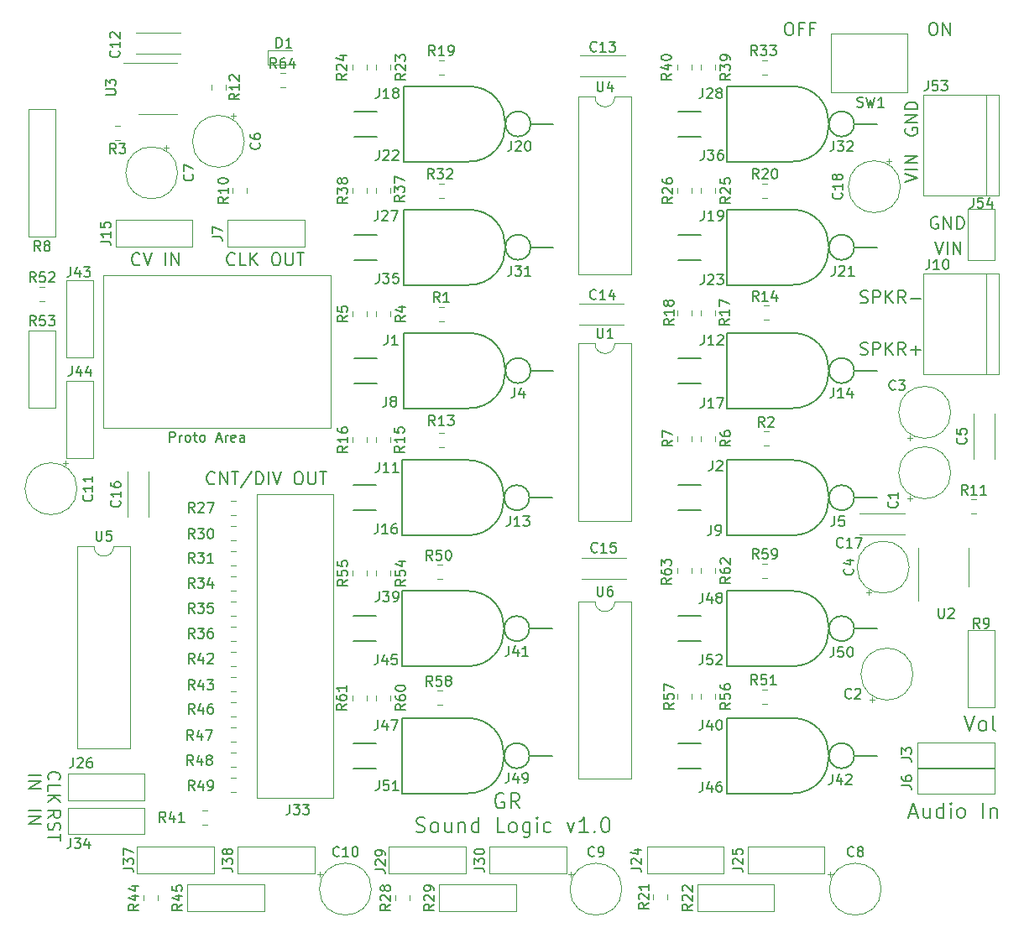
<source format=gbr>
G04 #@! TF.GenerationSoftware,KiCad,Pcbnew,(5.1.2-1)-1*
G04 #@! TF.CreationDate,2019-09-13T01:21:56-04:00*
G04 #@! TF.ProjectId,GR_SoundLogic01,47525f53-6f75-46e6-944c-6f6769633031,rev?*
G04 #@! TF.SameCoordinates,Original*
G04 #@! TF.FileFunction,Legend,Top*
G04 #@! TF.FilePolarity,Positive*
%FSLAX46Y46*%
G04 Gerber Fmt 4.6, Leading zero omitted, Abs format (unit mm)*
G04 Created by KiCad (PCBNEW (5.1.2-1)-1) date 2019-09-13 01:21:56*
%MOMM*%
%LPD*%
G04 APERTURE LIST*
%ADD10C,0.150000*%
%ADD11C,0.120000*%
G04 APERTURE END LIST*
D10*
X108083047Y-91893571D02*
X108022571Y-91954047D01*
X107841142Y-92014523D01*
X107720190Y-92014523D01*
X107538761Y-91954047D01*
X107417809Y-91833095D01*
X107357333Y-91712142D01*
X107296857Y-91470238D01*
X107296857Y-91288809D01*
X107357333Y-91046904D01*
X107417809Y-90925952D01*
X107538761Y-90805000D01*
X107720190Y-90744523D01*
X107841142Y-90744523D01*
X108022571Y-90805000D01*
X108083047Y-90865476D01*
X108627333Y-92014523D02*
X108627333Y-90744523D01*
X109353047Y-92014523D01*
X109353047Y-90744523D01*
X109776380Y-90744523D02*
X110502095Y-90744523D01*
X110139238Y-92014523D02*
X110139238Y-90744523D01*
X111832571Y-90684047D02*
X110744000Y-92316904D01*
X112255904Y-92014523D02*
X112255904Y-90744523D01*
X112558285Y-90744523D01*
X112739714Y-90805000D01*
X112860666Y-90925952D01*
X112921142Y-91046904D01*
X112981619Y-91288809D01*
X112981619Y-91470238D01*
X112921142Y-91712142D01*
X112860666Y-91833095D01*
X112739714Y-91954047D01*
X112558285Y-92014523D01*
X112255904Y-92014523D01*
X113525904Y-92014523D02*
X113525904Y-90744523D01*
X113949238Y-90744523D02*
X114372571Y-92014523D01*
X114795904Y-90744523D01*
X116428761Y-90744523D02*
X116670666Y-90744523D01*
X116791619Y-90805000D01*
X116912571Y-90925952D01*
X116973047Y-91167857D01*
X116973047Y-91591190D01*
X116912571Y-91833095D01*
X116791619Y-91954047D01*
X116670666Y-92014523D01*
X116428761Y-92014523D01*
X116307809Y-91954047D01*
X116186857Y-91833095D01*
X116126380Y-91591190D01*
X116126380Y-91167857D01*
X116186857Y-90925952D01*
X116307809Y-90805000D01*
X116428761Y-90744523D01*
X117517333Y-90744523D02*
X117517333Y-91772619D01*
X117577809Y-91893571D01*
X117638285Y-91954047D01*
X117759238Y-92014523D01*
X118001142Y-92014523D01*
X118122095Y-91954047D01*
X118182571Y-91893571D01*
X118243047Y-91772619D01*
X118243047Y-90744523D01*
X118666380Y-90744523D02*
X119392095Y-90744523D01*
X119029238Y-92014523D02*
X119029238Y-90744523D01*
X100505380Y-69795571D02*
X100444904Y-69856047D01*
X100263476Y-69916523D01*
X100142523Y-69916523D01*
X99961095Y-69856047D01*
X99840142Y-69735095D01*
X99779666Y-69614142D01*
X99719190Y-69372238D01*
X99719190Y-69190809D01*
X99779666Y-68948904D01*
X99840142Y-68827952D01*
X99961095Y-68707000D01*
X100142523Y-68646523D01*
X100263476Y-68646523D01*
X100444904Y-68707000D01*
X100505380Y-68767476D01*
X100868238Y-68646523D02*
X101291571Y-69916523D01*
X101714904Y-68646523D01*
X103105857Y-69916523D02*
X103105857Y-68646523D01*
X103710619Y-69916523D02*
X103710619Y-68646523D01*
X104436333Y-69916523D01*
X104436333Y-68646523D01*
X110102952Y-69795571D02*
X110042476Y-69856047D01*
X109861047Y-69916523D01*
X109740095Y-69916523D01*
X109558666Y-69856047D01*
X109437714Y-69735095D01*
X109377238Y-69614142D01*
X109316761Y-69372238D01*
X109316761Y-69190809D01*
X109377238Y-68948904D01*
X109437714Y-68827952D01*
X109558666Y-68707000D01*
X109740095Y-68646523D01*
X109861047Y-68646523D01*
X110042476Y-68707000D01*
X110102952Y-68767476D01*
X111252000Y-69916523D02*
X110647238Y-69916523D01*
X110647238Y-68646523D01*
X111675333Y-69916523D02*
X111675333Y-68646523D01*
X112401047Y-69916523D02*
X111856761Y-69190809D01*
X112401047Y-68646523D02*
X111675333Y-69372238D01*
X114154857Y-68646523D02*
X114396761Y-68646523D01*
X114517714Y-68707000D01*
X114638666Y-68827952D01*
X114699142Y-69069857D01*
X114699142Y-69493190D01*
X114638666Y-69735095D01*
X114517714Y-69856047D01*
X114396761Y-69916523D01*
X114154857Y-69916523D01*
X114033904Y-69856047D01*
X113912952Y-69735095D01*
X113852476Y-69493190D01*
X113852476Y-69069857D01*
X113912952Y-68827952D01*
X114033904Y-68707000D01*
X114154857Y-68646523D01*
X115243428Y-68646523D02*
X115243428Y-69674619D01*
X115303904Y-69795571D01*
X115364380Y-69856047D01*
X115485333Y-69916523D01*
X115727238Y-69916523D01*
X115848190Y-69856047D01*
X115908666Y-69795571D01*
X115969142Y-69674619D01*
X115969142Y-68646523D01*
X116392476Y-68646523D02*
X117118190Y-68646523D01*
X116755333Y-69916523D02*
X116755333Y-68646523D01*
X173221952Y-78873047D02*
X173403380Y-78933523D01*
X173705761Y-78933523D01*
X173826714Y-78873047D01*
X173887190Y-78812571D01*
X173947666Y-78691619D01*
X173947666Y-78570666D01*
X173887190Y-78449714D01*
X173826714Y-78389238D01*
X173705761Y-78328761D01*
X173463857Y-78268285D01*
X173342904Y-78207809D01*
X173282428Y-78147333D01*
X173221952Y-78026380D01*
X173221952Y-77905428D01*
X173282428Y-77784476D01*
X173342904Y-77724000D01*
X173463857Y-77663523D01*
X173766238Y-77663523D01*
X173947666Y-77724000D01*
X174491952Y-78933523D02*
X174491952Y-77663523D01*
X174975761Y-77663523D01*
X175096714Y-77724000D01*
X175157190Y-77784476D01*
X175217666Y-77905428D01*
X175217666Y-78086857D01*
X175157190Y-78207809D01*
X175096714Y-78268285D01*
X174975761Y-78328761D01*
X174491952Y-78328761D01*
X175761952Y-78933523D02*
X175761952Y-77663523D01*
X176487666Y-78933523D02*
X175943380Y-78207809D01*
X176487666Y-77663523D02*
X175761952Y-78389238D01*
X177757666Y-78933523D02*
X177334333Y-78328761D01*
X177031952Y-78933523D02*
X177031952Y-77663523D01*
X177515761Y-77663523D01*
X177636714Y-77724000D01*
X177697190Y-77784476D01*
X177757666Y-77905428D01*
X177757666Y-78086857D01*
X177697190Y-78207809D01*
X177636714Y-78268285D01*
X177515761Y-78328761D01*
X177031952Y-78328761D01*
X178301952Y-78449714D02*
X179269571Y-78449714D01*
X178785761Y-78933523D02*
X178785761Y-77965904D01*
X173221952Y-73666047D02*
X173403380Y-73726523D01*
X173705761Y-73726523D01*
X173826714Y-73666047D01*
X173887190Y-73605571D01*
X173947666Y-73484619D01*
X173947666Y-73363666D01*
X173887190Y-73242714D01*
X173826714Y-73182238D01*
X173705761Y-73121761D01*
X173463857Y-73061285D01*
X173342904Y-73000809D01*
X173282428Y-72940333D01*
X173221952Y-72819380D01*
X173221952Y-72698428D01*
X173282428Y-72577476D01*
X173342904Y-72517000D01*
X173463857Y-72456523D01*
X173766238Y-72456523D01*
X173947666Y-72517000D01*
X174491952Y-73726523D02*
X174491952Y-72456523D01*
X174975761Y-72456523D01*
X175096714Y-72517000D01*
X175157190Y-72577476D01*
X175217666Y-72698428D01*
X175217666Y-72879857D01*
X175157190Y-73000809D01*
X175096714Y-73061285D01*
X174975761Y-73121761D01*
X174491952Y-73121761D01*
X175761952Y-73726523D02*
X175761952Y-72456523D01*
X176487666Y-73726523D02*
X175943380Y-73000809D01*
X176487666Y-72456523D02*
X175761952Y-73182238D01*
X177757666Y-73726523D02*
X177334333Y-73121761D01*
X177031952Y-73726523D02*
X177031952Y-72456523D01*
X177515761Y-72456523D01*
X177636714Y-72517000D01*
X177697190Y-72577476D01*
X177757666Y-72698428D01*
X177757666Y-72879857D01*
X177697190Y-73000809D01*
X177636714Y-73061285D01*
X177515761Y-73121761D01*
X177031952Y-73121761D01*
X178301952Y-73242714D02*
X179269571Y-73242714D01*
X180727047Y-67503523D02*
X181150380Y-68773523D01*
X181573714Y-67503523D01*
X181997047Y-68773523D02*
X181997047Y-67503523D01*
X182601809Y-68773523D02*
X182601809Y-67503523D01*
X183327523Y-68773523D01*
X183327523Y-67503523D01*
X181023380Y-65024000D02*
X180902428Y-64963523D01*
X180721000Y-64963523D01*
X180539571Y-65024000D01*
X180418619Y-65144952D01*
X180358142Y-65265904D01*
X180297666Y-65507809D01*
X180297666Y-65689238D01*
X180358142Y-65931142D01*
X180418619Y-66052095D01*
X180539571Y-66173047D01*
X180721000Y-66233523D01*
X180841952Y-66233523D01*
X181023380Y-66173047D01*
X181083857Y-66112571D01*
X181083857Y-65689238D01*
X180841952Y-65689238D01*
X181628142Y-66233523D02*
X181628142Y-64963523D01*
X182353857Y-66233523D01*
X182353857Y-64963523D01*
X182958619Y-66233523D02*
X182958619Y-64963523D01*
X183261000Y-64963523D01*
X183442428Y-65024000D01*
X183563380Y-65144952D01*
X183623857Y-65265904D01*
X183684333Y-65507809D01*
X183684333Y-65689238D01*
X183623857Y-65931142D01*
X183563380Y-66052095D01*
X183442428Y-66173047D01*
X183261000Y-66233523D01*
X182958619Y-66233523D01*
X177739523Y-61461952D02*
X179009523Y-61038619D01*
X177739523Y-60615285D01*
X179009523Y-60191952D02*
X177739523Y-60191952D01*
X179009523Y-59587190D02*
X177739523Y-59587190D01*
X179009523Y-58861476D01*
X177739523Y-58861476D01*
X177800000Y-56085619D02*
X177739523Y-56206571D01*
X177739523Y-56388000D01*
X177800000Y-56569428D01*
X177920952Y-56690380D01*
X178041904Y-56750857D01*
X178283809Y-56811333D01*
X178465238Y-56811333D01*
X178707142Y-56750857D01*
X178828095Y-56690380D01*
X178949047Y-56569428D01*
X179009523Y-56388000D01*
X179009523Y-56267047D01*
X178949047Y-56085619D01*
X178888571Y-56025142D01*
X178465238Y-56025142D01*
X178465238Y-56267047D01*
X179009523Y-55480857D02*
X177739523Y-55480857D01*
X179009523Y-54755142D01*
X177739523Y-54755142D01*
X179009523Y-54150380D02*
X177739523Y-54150380D01*
X177739523Y-53848000D01*
X177800000Y-53666571D01*
X177920952Y-53545619D01*
X178041904Y-53485142D01*
X178283809Y-53424666D01*
X178465238Y-53424666D01*
X178707142Y-53485142D01*
X178828095Y-53545619D01*
X178949047Y-53666571D01*
X179009523Y-53848000D01*
X179009523Y-54150380D01*
X89341476Y-124937761D02*
X90611476Y-124937761D01*
X89341476Y-125542523D02*
X90611476Y-125542523D01*
X89341476Y-126268238D01*
X90611476Y-126268238D01*
X91246476Y-125669523D02*
X91851238Y-125246190D01*
X91246476Y-124943809D02*
X92516476Y-124943809D01*
X92516476Y-125427619D01*
X92456000Y-125548571D01*
X92395523Y-125609047D01*
X92274571Y-125669523D01*
X92093142Y-125669523D01*
X91972190Y-125609047D01*
X91911714Y-125548571D01*
X91851238Y-125427619D01*
X91851238Y-124943809D01*
X91306952Y-126153333D02*
X91246476Y-126334761D01*
X91246476Y-126637142D01*
X91306952Y-126758095D01*
X91367428Y-126818571D01*
X91488380Y-126879047D01*
X91609333Y-126879047D01*
X91730285Y-126818571D01*
X91790761Y-126758095D01*
X91851238Y-126637142D01*
X91911714Y-126395238D01*
X91972190Y-126274285D01*
X92032666Y-126213809D01*
X92153619Y-126153333D01*
X92274571Y-126153333D01*
X92395523Y-126213809D01*
X92456000Y-126274285D01*
X92516476Y-126395238D01*
X92516476Y-126697619D01*
X92456000Y-126879047D01*
X92516476Y-127241904D02*
X92516476Y-127967619D01*
X91246476Y-127604761D02*
X92516476Y-127604761D01*
X89341476Y-121381761D02*
X90611476Y-121381761D01*
X89341476Y-121986523D02*
X90611476Y-121986523D01*
X89341476Y-122712238D01*
X90611476Y-122712238D01*
X139827000Y-93345000D02*
G75*
G03X139827000Y-93345000I-1270000J0D01*
G01*
X122047000Y-92075000D02*
X124333000Y-92075000D01*
X122936000Y-92075000D02*
X124333000Y-92075000D01*
X127000000Y-97155000D02*
X133477000Y-97155000D01*
X133477000Y-89535000D02*
X127000000Y-89535000D01*
X133477000Y-89535000D02*
G75*
G02X133477000Y-97155000I0J-3810000D01*
G01*
X122936000Y-94615000D02*
X124333000Y-94615000D01*
X139827000Y-93345000D02*
X142113000Y-93345000D01*
X127000000Y-89535000D02*
X127000000Y-97155000D01*
X122047000Y-94615000D02*
X124333000Y-94615000D01*
X154813000Y-81788000D02*
X157099000Y-81788000D01*
X166243000Y-76708000D02*
X159766000Y-76708000D01*
X159766000Y-84328000D02*
X166243000Y-84328000D01*
X172593000Y-80518000D02*
X174879000Y-80518000D01*
X159766000Y-76708000D02*
X159766000Y-84328000D01*
X172593000Y-80518000D02*
G75*
G03X172593000Y-80518000I-1270000J0D01*
G01*
X155702000Y-79248000D02*
X157099000Y-79248000D01*
X154813000Y-79248000D02*
X157099000Y-79248000D01*
X166243000Y-76708000D02*
G75*
G02X166243000Y-84328000I0J-3810000D01*
G01*
X155702000Y-81788000D02*
X157099000Y-81788000D01*
X127127000Y-59436000D02*
X133604000Y-59436000D01*
X122174000Y-56896000D02*
X124460000Y-56896000D01*
X122174000Y-54356000D02*
X124460000Y-54356000D01*
X123063000Y-56896000D02*
X124460000Y-56896000D01*
X139954000Y-55626000D02*
X142240000Y-55626000D01*
X127127000Y-51816000D02*
X127127000Y-59436000D01*
X133604000Y-51816000D02*
X127127000Y-51816000D01*
X133604000Y-51816000D02*
G75*
G02X133604000Y-59436000I0J-3810000D01*
G01*
X123063000Y-54356000D02*
X124460000Y-54356000D01*
X139954000Y-55626000D02*
G75*
G03X139954000Y-55626000I-1270000J0D01*
G01*
X166243000Y-115570000D02*
G75*
G02X166243000Y-123190000I0J-3810000D01*
G01*
X155702000Y-120650000D02*
X157099000Y-120650000D01*
X172593000Y-119380000D02*
X174879000Y-119380000D01*
X154813000Y-118110000D02*
X157099000Y-118110000D01*
X166243000Y-115570000D02*
X159766000Y-115570000D01*
X159766000Y-123190000D02*
X166243000Y-123190000D01*
X154813000Y-120650000D02*
X157099000Y-120650000D01*
X159766000Y-115570000D02*
X159766000Y-123190000D01*
X155702000Y-118110000D02*
X157099000Y-118110000D01*
X172593000Y-119380000D02*
G75*
G03X172593000Y-119380000I-1270000J0D01*
G01*
X154813000Y-107823000D02*
X157099000Y-107823000D01*
X166243000Y-102743000D02*
X159766000Y-102743000D01*
X172593000Y-106553000D02*
G75*
G03X172593000Y-106553000I-1270000J0D01*
G01*
X172593000Y-106553000D02*
X174879000Y-106553000D01*
X155702000Y-105283000D02*
X157099000Y-105283000D01*
X155702000Y-107823000D02*
X157099000Y-107823000D01*
X154813000Y-105283000D02*
X157099000Y-105283000D01*
X159766000Y-102743000D02*
X159766000Y-110363000D01*
X166243000Y-102743000D02*
G75*
G02X166243000Y-110363000I0J-3810000D01*
G01*
X159766000Y-110363000D02*
X166243000Y-110363000D01*
X159766000Y-89535000D02*
X159766000Y-97155000D01*
X159766000Y-97155000D02*
X166243000Y-97155000D01*
X172593000Y-93345000D02*
G75*
G03X172593000Y-93345000I-1270000J0D01*
G01*
X166243000Y-89535000D02*
G75*
G02X166243000Y-97155000I0J-3810000D01*
G01*
X155702000Y-94615000D02*
X157099000Y-94615000D01*
X172593000Y-93345000D02*
X174879000Y-93345000D01*
X155702000Y-92075000D02*
X157099000Y-92075000D01*
X154813000Y-94615000D02*
X157099000Y-94615000D01*
X166243000Y-89535000D02*
X159766000Y-89535000D01*
X154813000Y-92075000D02*
X157099000Y-92075000D01*
X172593000Y-68072000D02*
X174879000Y-68072000D01*
X155702000Y-69342000D02*
X157099000Y-69342000D01*
X155702000Y-66802000D02*
X157099000Y-66802000D01*
X166243000Y-64262000D02*
X159766000Y-64262000D01*
X154813000Y-66802000D02*
X157099000Y-66802000D01*
X166243000Y-64262000D02*
G75*
G02X166243000Y-71882000I0J-3810000D01*
G01*
X172593000Y-68072000D02*
G75*
G03X172593000Y-68072000I-1270000J0D01*
G01*
X159766000Y-71882000D02*
X166243000Y-71882000D01*
X159766000Y-64262000D02*
X159766000Y-71882000D01*
X154813000Y-69342000D02*
X157099000Y-69342000D01*
X133477000Y-115570000D02*
X127000000Y-115570000D01*
X122936000Y-120650000D02*
X124333000Y-120650000D01*
X122936000Y-118110000D02*
X124333000Y-118110000D01*
X122047000Y-120650000D02*
X124333000Y-120650000D01*
X133477000Y-115570000D02*
G75*
G02X133477000Y-123190000I0J-3810000D01*
G01*
X122047000Y-118110000D02*
X124333000Y-118110000D01*
X139827000Y-119380000D02*
G75*
G03X139827000Y-119380000I-1270000J0D01*
G01*
X127000000Y-123190000D02*
X133477000Y-123190000D01*
X139827000Y-119380000D02*
X142113000Y-119380000D01*
X127000000Y-115570000D02*
X127000000Y-123190000D01*
X133477000Y-102743000D02*
X127000000Y-102743000D01*
X133477000Y-102743000D02*
G75*
G02X133477000Y-110363000I0J-3810000D01*
G01*
X127000000Y-110363000D02*
X133477000Y-110363000D01*
X139827000Y-106553000D02*
X142113000Y-106553000D01*
X139827000Y-106553000D02*
G75*
G03X139827000Y-106553000I-1270000J0D01*
G01*
X122047000Y-105283000D02*
X124333000Y-105283000D01*
X122936000Y-105283000D02*
X124333000Y-105283000D01*
X122047000Y-107823000D02*
X124333000Y-107823000D01*
X127000000Y-102743000D02*
X127000000Y-110363000D01*
X122936000Y-107823000D02*
X124333000Y-107823000D01*
X154813000Y-56896000D02*
X157099000Y-56896000D01*
X166243000Y-51816000D02*
G75*
G02X166243000Y-59436000I0J-3810000D01*
G01*
X155702000Y-56896000D02*
X157099000Y-56896000D01*
X155702000Y-54356000D02*
X157099000Y-54356000D01*
X166243000Y-51816000D02*
X159766000Y-51816000D01*
X159766000Y-59436000D02*
X166243000Y-59436000D01*
X172593000Y-55626000D02*
X174879000Y-55626000D01*
X159766000Y-51816000D02*
X159766000Y-59436000D01*
X154813000Y-54356000D02*
X157099000Y-54356000D01*
X172593000Y-55626000D02*
G75*
G03X172593000Y-55626000I-1270000J0D01*
G01*
X123063000Y-66802000D02*
X124460000Y-66802000D01*
X122174000Y-69342000D02*
X124460000Y-69342000D01*
X139954000Y-68072000D02*
X142240000Y-68072000D01*
X123063000Y-69342000D02*
X124460000Y-69342000D01*
X122174000Y-66802000D02*
X124460000Y-66802000D01*
X133604000Y-64262000D02*
G75*
G02X133604000Y-71882000I0J-3810000D01*
G01*
X133604000Y-64262000D02*
X127127000Y-64262000D01*
X127127000Y-71882000D02*
X133604000Y-71882000D01*
X127127000Y-64262000D02*
X127127000Y-71882000D01*
X139954000Y-68072000D02*
G75*
G03X139954000Y-68072000I-1270000J0D01*
G01*
X122174000Y-81788000D02*
X124460000Y-81788000D01*
X122174000Y-79248000D02*
X124460000Y-79248000D01*
X123063000Y-81788000D02*
X124460000Y-81788000D01*
X123063000Y-79248000D02*
X124460000Y-79248000D01*
X139954000Y-80518000D02*
X142240000Y-80518000D01*
X127127000Y-84328000D02*
X133604000Y-84328000D01*
X127127000Y-76708000D02*
X127127000Y-84328000D01*
X133604000Y-76708000D02*
X127127000Y-76708000D01*
X133604000Y-76708000D02*
G75*
G02X133604000Y-84328000I0J-3810000D01*
G01*
X139954000Y-80518000D02*
G75*
G03X139954000Y-80518000I-1270000J0D01*
G01*
X165922476Y-45405523D02*
X166164380Y-45405523D01*
X166285333Y-45466000D01*
X166406285Y-45586952D01*
X166466761Y-45828857D01*
X166466761Y-46252190D01*
X166406285Y-46494095D01*
X166285333Y-46615047D01*
X166164380Y-46675523D01*
X165922476Y-46675523D01*
X165801523Y-46615047D01*
X165680571Y-46494095D01*
X165620095Y-46252190D01*
X165620095Y-45828857D01*
X165680571Y-45586952D01*
X165801523Y-45466000D01*
X165922476Y-45405523D01*
X167434380Y-46010285D02*
X167011047Y-46010285D01*
X167011047Y-46675523D02*
X167011047Y-45405523D01*
X167615809Y-45405523D01*
X168522952Y-46010285D02*
X168099619Y-46010285D01*
X168099619Y-46675523D02*
X168099619Y-45405523D01*
X168704380Y-45405523D01*
X180442809Y-45405523D02*
X180684714Y-45405523D01*
X180805666Y-45466000D01*
X180926619Y-45586952D01*
X180987095Y-45828857D01*
X180987095Y-46252190D01*
X180926619Y-46494095D01*
X180805666Y-46615047D01*
X180684714Y-46675523D01*
X180442809Y-46675523D01*
X180321857Y-46615047D01*
X180200904Y-46494095D01*
X180140428Y-46252190D01*
X180140428Y-45828857D01*
X180200904Y-45586952D01*
X180321857Y-45466000D01*
X180442809Y-45405523D01*
X181531380Y-46675523D02*
X181531380Y-45405523D01*
X182257095Y-46675523D01*
X182257095Y-45405523D01*
X91367428Y-121799047D02*
X91306952Y-121738571D01*
X91246476Y-121557142D01*
X91246476Y-121436190D01*
X91306952Y-121254761D01*
X91427904Y-121133809D01*
X91548857Y-121073333D01*
X91790761Y-121012857D01*
X91972190Y-121012857D01*
X92214095Y-121073333D01*
X92335047Y-121133809D01*
X92456000Y-121254761D01*
X92516476Y-121436190D01*
X92516476Y-121557142D01*
X92456000Y-121738571D01*
X92395523Y-121799047D01*
X91246476Y-122948095D02*
X91246476Y-122343333D01*
X92516476Y-122343333D01*
X91246476Y-123371428D02*
X92516476Y-123371428D01*
X91246476Y-124097142D02*
X91972190Y-123552857D01*
X92516476Y-124097142D02*
X91790761Y-123371428D01*
X137232571Y-123242000D02*
X137087428Y-123169428D01*
X136869714Y-123169428D01*
X136652000Y-123242000D01*
X136506857Y-123387142D01*
X136434285Y-123532285D01*
X136361714Y-123822571D01*
X136361714Y-124040285D01*
X136434285Y-124330571D01*
X136506857Y-124475714D01*
X136652000Y-124620857D01*
X136869714Y-124693428D01*
X137014857Y-124693428D01*
X137232571Y-124620857D01*
X137305142Y-124548285D01*
X137305142Y-124040285D01*
X137014857Y-124040285D01*
X138829142Y-124693428D02*
X138321142Y-123967714D01*
X137958285Y-124693428D02*
X137958285Y-123169428D01*
X138538857Y-123169428D01*
X138684000Y-123242000D01*
X138756571Y-123314571D01*
X138829142Y-123459714D01*
X138829142Y-123677428D01*
X138756571Y-123822571D01*
X138684000Y-123895142D01*
X138538857Y-123967714D01*
X137958285Y-123967714D01*
X128415142Y-127056857D02*
X128632857Y-127129428D01*
X128995714Y-127129428D01*
X129140857Y-127056857D01*
X129213428Y-126984285D01*
X129285999Y-126839142D01*
X129285999Y-126694000D01*
X129213428Y-126548857D01*
X129140857Y-126476285D01*
X128995714Y-126403714D01*
X128705428Y-126331142D01*
X128560285Y-126258571D01*
X128487714Y-126186000D01*
X128415142Y-126040857D01*
X128415142Y-125895714D01*
X128487714Y-125750571D01*
X128560285Y-125678000D01*
X128705428Y-125605428D01*
X129068285Y-125605428D01*
X129285999Y-125678000D01*
X130156857Y-127129428D02*
X130011714Y-127056857D01*
X129939142Y-126984285D01*
X129866571Y-126839142D01*
X129866571Y-126403714D01*
X129939142Y-126258571D01*
X130011714Y-126186000D01*
X130156857Y-126113428D01*
X130374571Y-126113428D01*
X130519714Y-126186000D01*
X130592285Y-126258571D01*
X130664857Y-126403714D01*
X130664857Y-126839142D01*
X130592285Y-126984285D01*
X130519714Y-127056857D01*
X130374571Y-127129428D01*
X130156857Y-127129428D01*
X131971142Y-126113428D02*
X131971142Y-127129428D01*
X131317999Y-126113428D02*
X131317999Y-126911714D01*
X131390571Y-127056857D01*
X131535714Y-127129428D01*
X131753428Y-127129428D01*
X131898571Y-127056857D01*
X131971142Y-126984285D01*
X132696857Y-126113428D02*
X132696857Y-127129428D01*
X132696857Y-126258571D02*
X132769428Y-126186000D01*
X132914571Y-126113428D01*
X133132285Y-126113428D01*
X133277428Y-126186000D01*
X133349999Y-126331142D01*
X133349999Y-127129428D01*
X134728857Y-127129428D02*
X134728857Y-125605428D01*
X134728857Y-127056857D02*
X134583714Y-127129428D01*
X134293428Y-127129428D01*
X134148285Y-127056857D01*
X134075714Y-126984285D01*
X134003142Y-126839142D01*
X134003142Y-126403714D01*
X134075714Y-126258571D01*
X134148285Y-126186000D01*
X134293428Y-126113428D01*
X134583714Y-126113428D01*
X134728857Y-126186000D01*
X137341428Y-127129428D02*
X136615714Y-127129428D01*
X136615714Y-125605428D01*
X138067142Y-127129428D02*
X137922000Y-127056857D01*
X137849428Y-126984285D01*
X137776857Y-126839142D01*
X137776857Y-126403714D01*
X137849428Y-126258571D01*
X137922000Y-126186000D01*
X138067142Y-126113428D01*
X138284857Y-126113428D01*
X138430000Y-126186000D01*
X138502571Y-126258571D01*
X138575142Y-126403714D01*
X138575142Y-126839142D01*
X138502571Y-126984285D01*
X138430000Y-127056857D01*
X138284857Y-127129428D01*
X138067142Y-127129428D01*
X139881428Y-126113428D02*
X139881428Y-127347142D01*
X139808857Y-127492285D01*
X139736285Y-127564857D01*
X139591142Y-127637428D01*
X139373428Y-127637428D01*
X139228285Y-127564857D01*
X139881428Y-127056857D02*
X139736285Y-127129428D01*
X139446000Y-127129428D01*
X139300857Y-127056857D01*
X139228285Y-126984285D01*
X139155714Y-126839142D01*
X139155714Y-126403714D01*
X139228285Y-126258571D01*
X139300857Y-126186000D01*
X139446000Y-126113428D01*
X139736285Y-126113428D01*
X139881428Y-126186000D01*
X140607142Y-127129428D02*
X140607142Y-126113428D01*
X140607142Y-125605428D02*
X140534571Y-125678000D01*
X140607142Y-125750571D01*
X140679714Y-125678000D01*
X140607142Y-125605428D01*
X140607142Y-125750571D01*
X141986000Y-127056857D02*
X141840857Y-127129428D01*
X141550571Y-127129428D01*
X141405428Y-127056857D01*
X141332857Y-126984285D01*
X141260285Y-126839142D01*
X141260285Y-126403714D01*
X141332857Y-126258571D01*
X141405428Y-126186000D01*
X141550571Y-126113428D01*
X141840857Y-126113428D01*
X141986000Y-126186000D01*
X143655142Y-126113428D02*
X144018000Y-127129428D01*
X144380857Y-126113428D01*
X145759714Y-127129428D02*
X144888857Y-127129428D01*
X145324285Y-127129428D02*
X145324285Y-125605428D01*
X145179142Y-125823142D01*
X145034000Y-125968285D01*
X144888857Y-126040857D01*
X146412857Y-126984285D02*
X146485428Y-127056857D01*
X146412857Y-127129428D01*
X146340285Y-127056857D01*
X146412857Y-126984285D01*
X146412857Y-127129428D01*
X147428857Y-125605428D02*
X147574000Y-125605428D01*
X147719142Y-125678000D01*
X147791714Y-125750571D01*
X147864285Y-125895714D01*
X147936857Y-126186000D01*
X147936857Y-126548857D01*
X147864285Y-126839142D01*
X147791714Y-126984285D01*
X147719142Y-127056857D01*
X147574000Y-127129428D01*
X147428857Y-127129428D01*
X147283714Y-127056857D01*
X147211142Y-126984285D01*
X147138571Y-126839142D01*
X147066000Y-126548857D01*
X147066000Y-126186000D01*
X147138571Y-125895714D01*
X147211142Y-125750571D01*
X147283714Y-125678000D01*
X147428857Y-125605428D01*
X178199142Y-125222000D02*
X178924857Y-125222000D01*
X178054000Y-125657428D02*
X178562000Y-124133428D01*
X179070000Y-125657428D01*
X180231142Y-124641428D02*
X180231142Y-125657428D01*
X179578000Y-124641428D02*
X179578000Y-125439714D01*
X179650571Y-125584857D01*
X179795714Y-125657428D01*
X180013428Y-125657428D01*
X180158571Y-125584857D01*
X180231142Y-125512285D01*
X181610000Y-125657428D02*
X181610000Y-124133428D01*
X181610000Y-125584857D02*
X181464857Y-125657428D01*
X181174571Y-125657428D01*
X181029428Y-125584857D01*
X180956857Y-125512285D01*
X180884285Y-125367142D01*
X180884285Y-124931714D01*
X180956857Y-124786571D01*
X181029428Y-124714000D01*
X181174571Y-124641428D01*
X181464857Y-124641428D01*
X181610000Y-124714000D01*
X182335714Y-125657428D02*
X182335714Y-124641428D01*
X182335714Y-124133428D02*
X182263142Y-124206000D01*
X182335714Y-124278571D01*
X182408285Y-124206000D01*
X182335714Y-124133428D01*
X182335714Y-124278571D01*
X183279142Y-125657428D02*
X183134000Y-125584857D01*
X183061428Y-125512285D01*
X182988857Y-125367142D01*
X182988857Y-124931714D01*
X183061428Y-124786571D01*
X183134000Y-124714000D01*
X183279142Y-124641428D01*
X183496857Y-124641428D01*
X183642000Y-124714000D01*
X183714571Y-124786571D01*
X183787142Y-124931714D01*
X183787142Y-125367142D01*
X183714571Y-125512285D01*
X183642000Y-125584857D01*
X183496857Y-125657428D01*
X183279142Y-125657428D01*
X185601428Y-125657428D02*
X185601428Y-124133428D01*
X186327142Y-124641428D02*
X186327142Y-125657428D01*
X186327142Y-124786571D02*
X186399714Y-124714000D01*
X186544857Y-124641428D01*
X186762571Y-124641428D01*
X186907714Y-124714000D01*
X186980285Y-124859142D01*
X186980285Y-125657428D01*
X183696428Y-115370428D02*
X184204428Y-116894428D01*
X184712428Y-115370428D01*
X185438142Y-116894428D02*
X185293000Y-116821857D01*
X185220428Y-116749285D01*
X185147857Y-116604142D01*
X185147857Y-116168714D01*
X185220428Y-116023571D01*
X185293000Y-115951000D01*
X185438142Y-115878428D01*
X185655857Y-115878428D01*
X185801000Y-115951000D01*
X185873571Y-116023571D01*
X185946142Y-116168714D01*
X185946142Y-116604142D01*
X185873571Y-116749285D01*
X185801000Y-116821857D01*
X185655857Y-116894428D01*
X185438142Y-116894428D01*
X186817000Y-116894428D02*
X186671857Y-116821857D01*
X186599285Y-116676714D01*
X186599285Y-115370428D01*
D11*
X92008000Y-66992500D02*
X89348000Y-66992500D01*
X89348000Y-66992500D02*
X89348000Y-54169000D01*
X92008000Y-66992500D02*
X92008000Y-54169000D01*
X92008000Y-54169000D02*
X89348000Y-54169000D01*
X96841000Y-70933000D02*
X119819420Y-70933000D01*
X96842580Y-73553320D02*
X96841000Y-70934580D01*
X119819420Y-70929500D02*
X119819420Y-73533000D01*
X119819420Y-73533000D02*
X119819420Y-86291420D01*
X96841000Y-73533000D02*
X96841000Y-86291420D01*
X96841000Y-86291420D02*
X119819420Y-86291420D01*
X182325000Y-90825000D02*
G75*
G03X182325000Y-90825000I-2620000J0D01*
G01*
X178230000Y-93629775D02*
X178230000Y-93129775D01*
X177980000Y-93379775D02*
X178480000Y-93379775D01*
X178515000Y-111145000D02*
G75*
G03X178515000Y-111145000I-2620000J0D01*
G01*
X174420000Y-113949775D02*
X174420000Y-113449775D01*
X174170000Y-113699775D02*
X174670000Y-113699775D01*
X182325000Y-84729000D02*
G75*
G03X182325000Y-84729000I-2620000J0D01*
G01*
X178230000Y-87533775D02*
X178230000Y-87033775D01*
X177980000Y-87283775D02*
X178480000Y-87283775D01*
X173789000Y-102904775D02*
X174289000Y-102904775D01*
X174039000Y-103154775D02*
X174039000Y-102654775D01*
X178134000Y-100350000D02*
G75*
G03X178134000Y-100350000I-2620000J0D01*
G01*
X184604000Y-89432000D02*
X184604000Y-84892000D01*
X186744000Y-89432000D02*
X186744000Y-84892000D01*
X184604000Y-89432000D02*
X184619000Y-89432000D01*
X186729000Y-89432000D02*
X186744000Y-89432000D01*
X184604000Y-84892000D02*
X184619000Y-84892000D01*
X186729000Y-84892000D02*
X186744000Y-84892000D01*
X110183000Y-54829225D02*
X109683000Y-54829225D01*
X109933000Y-54579225D02*
X109933000Y-55079225D01*
X111078000Y-57384000D02*
G75*
G03X111078000Y-57384000I-2620000J0D01*
G01*
X104347000Y-60559000D02*
G75*
G03X104347000Y-60559000I-2620000J0D01*
G01*
X103202000Y-57754225D02*
X103202000Y-58254225D01*
X103452000Y-58004225D02*
X102952000Y-58004225D01*
X170145225Y-131117000D02*
X170145225Y-131617000D01*
X169895225Y-131367000D02*
X170395225Y-131367000D01*
X175320000Y-132842000D02*
G75*
G03X175320000Y-132842000I-2620000J0D01*
G01*
X149158000Y-132842000D02*
G75*
G03X149158000Y-132842000I-2620000J0D01*
G01*
X143733225Y-131367000D02*
X144233225Y-131367000D01*
X143983225Y-131117000D02*
X143983225Y-131617000D01*
X123885000Y-132842000D02*
G75*
G03X123885000Y-132842000I-2620000J0D01*
G01*
X118460225Y-131367000D02*
X118960225Y-131367000D01*
X118710225Y-131117000D02*
X118710225Y-131617000D01*
X93292000Y-89881225D02*
X92792000Y-89881225D01*
X93042000Y-89631225D02*
X93042000Y-90131225D01*
X94187000Y-92436000D02*
G75*
G03X94187000Y-92436000I-2620000J0D01*
G01*
X104672000Y-48568000D02*
X100132000Y-48568000D01*
X104672000Y-46428000D02*
X100132000Y-46428000D01*
X104672000Y-48568000D02*
X104672000Y-48553000D01*
X104672000Y-46443000D02*
X104672000Y-46428000D01*
X100132000Y-48568000D02*
X100132000Y-48553000D01*
X100132000Y-46443000D02*
X100132000Y-46428000D01*
X144963000Y-48729000D02*
X144963000Y-48714000D01*
X144963000Y-50854000D02*
X144963000Y-50839000D01*
X149503000Y-48729000D02*
X149503000Y-48714000D01*
X149503000Y-50854000D02*
X149503000Y-50839000D01*
X149503000Y-48714000D02*
X144963000Y-48714000D01*
X149503000Y-50854000D02*
X144963000Y-50854000D01*
X149376000Y-75873000D02*
X144836000Y-75873000D01*
X149376000Y-73733000D02*
X144836000Y-73733000D01*
X149376000Y-75873000D02*
X149376000Y-75858000D01*
X149376000Y-73748000D02*
X149376000Y-73733000D01*
X144836000Y-75873000D02*
X144836000Y-75858000D01*
X144836000Y-73748000D02*
X144836000Y-73733000D01*
X145090000Y-99402000D02*
X145090000Y-99387000D01*
X145090000Y-101527000D02*
X145090000Y-101512000D01*
X149630000Y-99402000D02*
X149630000Y-99387000D01*
X149630000Y-101527000D02*
X149630000Y-101512000D01*
X149630000Y-99387000D02*
X145090000Y-99387000D01*
X149630000Y-101527000D02*
X145090000Y-101527000D01*
X99260000Y-95274000D02*
X99260000Y-90734000D01*
X101400000Y-95274000D02*
X101400000Y-90734000D01*
X99260000Y-95274000D02*
X99275000Y-95274000D01*
X101385000Y-95274000D02*
X101400000Y-95274000D01*
X99260000Y-90734000D02*
X99275000Y-90734000D01*
X101385000Y-90734000D02*
X101400000Y-90734000D01*
X173157000Y-94957000D02*
X173157000Y-94942000D01*
X173157000Y-97082000D02*
X173157000Y-97067000D01*
X177697000Y-94957000D02*
X177697000Y-94942000D01*
X177697000Y-97082000D02*
X177697000Y-97067000D01*
X177697000Y-94942000D02*
X173157000Y-94942000D01*
X177697000Y-97082000D02*
X173157000Y-97082000D01*
X176350000Y-59401225D02*
X175850000Y-59401225D01*
X176100000Y-59151225D02*
X176100000Y-59651225D01*
X177245000Y-61956000D02*
G75*
G03X177245000Y-61956000I-2620000J0D01*
G01*
X115862000Y-48160000D02*
X113402000Y-48160000D01*
X113402000Y-48160000D02*
X113402000Y-49630000D01*
X113402000Y-49630000D02*
X115862000Y-49630000D01*
X179010000Y-118050000D02*
X179010000Y-120710000D01*
X186753500Y-118050000D02*
X179010000Y-118050000D01*
X186753500Y-120710000D02*
X179010000Y-120710000D01*
X186753500Y-118050000D02*
X186753500Y-120710000D01*
X179010000Y-120590000D02*
X179010000Y-123250000D01*
X186753500Y-120590000D02*
X179010000Y-120590000D01*
X186753500Y-123250000D02*
X179010000Y-123250000D01*
X186753500Y-120590000D02*
X186753500Y-123250000D01*
X109410500Y-68005000D02*
X109410500Y-65345000D01*
X109410500Y-65345000D02*
X117154000Y-65345000D01*
X109410500Y-68005000D02*
X117154000Y-68005000D01*
X117154000Y-68005000D02*
X117154000Y-65345000D01*
X185928000Y-70739000D02*
X185928000Y-80899000D01*
X187198000Y-70739000D02*
X179578000Y-70739000D01*
X179578000Y-70739000D02*
X179578000Y-80899000D01*
X179578000Y-80899000D02*
X187198000Y-80899000D01*
X187198000Y-80899000D02*
X187198000Y-70739000D01*
X98107500Y-68005000D02*
X98107500Y-65345000D01*
X98107500Y-65345000D02*
X105851000Y-65345000D01*
X98107500Y-68005000D02*
X105851000Y-68005000D01*
X105851000Y-68005000D02*
X105851000Y-65345000D01*
X151705000Y-128591000D02*
X151705000Y-131251000D01*
X159448500Y-128591000D02*
X151705000Y-128591000D01*
X159448500Y-131251000D02*
X151705000Y-131251000D01*
X159448500Y-128591000D02*
X159448500Y-131251000D01*
X161861500Y-131251000D02*
X161861500Y-128591000D01*
X161861500Y-128591000D02*
X169605000Y-128591000D01*
X161861500Y-131251000D02*
X169605000Y-131251000D01*
X169605000Y-131251000D02*
X169605000Y-128591000D01*
X101025000Y-123885000D02*
X101025000Y-121225000D01*
X93281500Y-123885000D02*
X101025000Y-123885000D01*
X93281500Y-121225000D02*
X101025000Y-121225000D01*
X93281500Y-123885000D02*
X93281500Y-121225000D01*
X125670000Y-128591000D02*
X125670000Y-131251000D01*
X133413500Y-128591000D02*
X125670000Y-128591000D01*
X133413500Y-131251000D02*
X125670000Y-131251000D01*
X133413500Y-128591000D02*
X133413500Y-131251000D01*
X135826500Y-131251000D02*
X135826500Y-128591000D01*
X135826500Y-128591000D02*
X143570000Y-128591000D01*
X135826500Y-131251000D02*
X143570000Y-131251000D01*
X143570000Y-131251000D02*
X143570000Y-128591000D01*
X112335000Y-123631000D02*
X120075000Y-123631000D01*
X112335000Y-95631000D02*
X112335000Y-123631000D01*
X120075000Y-95631000D02*
X120075000Y-123631000D01*
X120075000Y-93027500D02*
X120075000Y-95631000D01*
X112336580Y-95651320D02*
X112335000Y-93032580D01*
X112335000Y-93031000D02*
X120075000Y-93031000D01*
X93281500Y-127314000D02*
X93281500Y-124654000D01*
X93281500Y-124654000D02*
X101025000Y-124654000D01*
X93281500Y-127314000D02*
X101025000Y-127314000D01*
X101025000Y-127314000D02*
X101025000Y-124654000D01*
X100270000Y-128591000D02*
X100270000Y-131251000D01*
X108013500Y-128591000D02*
X100270000Y-128591000D01*
X108013500Y-131251000D02*
X100270000Y-131251000D01*
X108013500Y-128591000D02*
X108013500Y-131251000D01*
X110426500Y-131251000D02*
X110426500Y-128591000D01*
X110426500Y-128591000D02*
X118170000Y-128591000D01*
X110426500Y-131251000D02*
X118170000Y-131251000D01*
X118170000Y-131251000D02*
X118170000Y-128591000D01*
X95818000Y-79184500D02*
X93158000Y-79184500D01*
X93158000Y-79184500D02*
X93158000Y-71441000D01*
X95818000Y-79184500D02*
X95818000Y-71441000D01*
X95818000Y-71441000D02*
X93158000Y-71441000D01*
X93158000Y-89341000D02*
X95818000Y-89341000D01*
X93158000Y-81597500D02*
X93158000Y-89341000D01*
X95818000Y-81597500D02*
X95818000Y-89341000D01*
X93158000Y-81597500D02*
X95818000Y-81597500D01*
X187198000Y-62865000D02*
X187198000Y-52705000D01*
X179578000Y-62865000D02*
X187198000Y-62865000D01*
X179578000Y-52705000D02*
X179578000Y-62865000D01*
X187198000Y-52705000D02*
X179578000Y-52705000D01*
X185928000Y-52705000D02*
X185928000Y-62865000D01*
X186750000Y-64202000D02*
X184090000Y-64202000D01*
X186750000Y-69405500D02*
X186750000Y-64202000D01*
X184090000Y-69405500D02*
X184090000Y-64202000D01*
X186750000Y-69405500D02*
X184090000Y-69405500D01*
X130675748Y-75513000D02*
X131198252Y-75513000D01*
X130675748Y-74093000D02*
X131198252Y-74093000D01*
X163964252Y-86666000D02*
X163441748Y-86666000D01*
X163964252Y-88086000D02*
X163441748Y-88086000D01*
X98559252Y-55805000D02*
X98036748Y-55805000D01*
X98559252Y-57225000D02*
X98036748Y-57225000D01*
X125805000Y-75064252D02*
X125805000Y-74541748D01*
X124385000Y-75064252D02*
X124385000Y-74541748D01*
X121972000Y-75064252D02*
X121972000Y-74541748D01*
X123392000Y-75064252D02*
X123392000Y-74541748D01*
X158571000Y-87637252D02*
X158571000Y-87114748D01*
X157151000Y-87637252D02*
X157151000Y-87114748D01*
X154738000Y-87637252D02*
X154738000Y-87114748D01*
X156158000Y-87637252D02*
X156158000Y-87114748D01*
X186750000Y-106747000D02*
X184090000Y-106747000D01*
X186750000Y-114490500D02*
X186750000Y-106747000D01*
X184090000Y-114490500D02*
X184090000Y-106747000D01*
X186750000Y-114490500D02*
X184090000Y-114490500D01*
X111327000Y-62618252D02*
X111327000Y-62095748D01*
X109907000Y-62618252D02*
X109907000Y-62095748D01*
X184396748Y-94944000D02*
X184919252Y-94944000D01*
X184396748Y-93524000D02*
X184919252Y-93524000D01*
X107748000Y-51672748D02*
X107748000Y-52195252D01*
X109168000Y-51672748D02*
X109168000Y-52195252D01*
X130675748Y-88213000D02*
X131198252Y-88213000D01*
X130675748Y-86793000D02*
X131198252Y-86793000D01*
X163964252Y-75386000D02*
X163441748Y-75386000D01*
X163964252Y-73966000D02*
X163441748Y-73966000D01*
X125805000Y-87764252D02*
X125805000Y-87241748D01*
X124385000Y-87764252D02*
X124385000Y-87241748D01*
X121972000Y-87764252D02*
X121972000Y-87241748D01*
X123392000Y-87764252D02*
X123392000Y-87241748D01*
X158571000Y-74937252D02*
X158571000Y-74414748D01*
X157151000Y-74937252D02*
X157151000Y-74414748D01*
X154738000Y-74937252D02*
X154738000Y-74414748D01*
X156158000Y-74937252D02*
X156158000Y-74414748D01*
X130675748Y-50621000D02*
X131198252Y-50621000D01*
X130675748Y-49201000D02*
X131198252Y-49201000D01*
X163837252Y-61647000D02*
X163314748Y-61647000D01*
X163837252Y-63067000D02*
X163314748Y-63067000D01*
X152325000Y-133874252D02*
X152325000Y-133351748D01*
X153745000Y-133874252D02*
X153745000Y-133351748D01*
X164525000Y-135061000D02*
X164525000Y-132401000D01*
X156781500Y-135061000D02*
X164525000Y-135061000D01*
X156781500Y-132401000D02*
X164525000Y-132401000D01*
X156781500Y-135061000D02*
X156781500Y-132401000D01*
X125805000Y-50172252D02*
X125805000Y-49649748D01*
X124385000Y-50172252D02*
X124385000Y-49649748D01*
X121972000Y-50172252D02*
X121972000Y-49649748D01*
X123392000Y-50172252D02*
X123392000Y-49649748D01*
X158571000Y-62618252D02*
X158571000Y-62095748D01*
X157151000Y-62618252D02*
X157151000Y-62095748D01*
X154738000Y-62618252D02*
X154738000Y-62095748D01*
X156158000Y-62618252D02*
X156158000Y-62095748D01*
X110243252Y-93651000D02*
X109720748Y-93651000D01*
X110243252Y-95071000D02*
X109720748Y-95071000D01*
X126290000Y-133992252D02*
X126290000Y-133469748D01*
X127710000Y-133992252D02*
X127710000Y-133469748D01*
X130746500Y-135061000D02*
X130746500Y-132401000D01*
X130746500Y-132401000D02*
X138490000Y-132401000D01*
X130746500Y-135061000D02*
X138490000Y-135061000D01*
X138490000Y-135061000D02*
X138490000Y-132401000D01*
X110243252Y-97611000D02*
X109720748Y-97611000D01*
X110243252Y-96191000D02*
X109720748Y-96191000D01*
X110234252Y-100151000D02*
X109711748Y-100151000D01*
X110234252Y-98731000D02*
X109711748Y-98731000D01*
X130675748Y-61647000D02*
X131198252Y-61647000D01*
X130675748Y-63067000D02*
X131198252Y-63067000D01*
X163837252Y-49201000D02*
X163314748Y-49201000D01*
X163837252Y-50621000D02*
X163314748Y-50621000D01*
X110243252Y-101271000D02*
X109720748Y-101271000D01*
X110243252Y-102691000D02*
X109720748Y-102691000D01*
X110243252Y-105231000D02*
X109720748Y-105231000D01*
X110243252Y-103811000D02*
X109720748Y-103811000D01*
X110243252Y-106351000D02*
X109720748Y-106351000D01*
X110243252Y-107771000D02*
X109720748Y-107771000D01*
X125805000Y-62618252D02*
X125805000Y-62095748D01*
X124385000Y-62618252D02*
X124385000Y-62095748D01*
X121972000Y-62618252D02*
X121972000Y-62095748D01*
X123392000Y-62618252D02*
X123392000Y-62095748D01*
X158571000Y-50172252D02*
X158571000Y-49649748D01*
X157151000Y-50172252D02*
X157151000Y-49649748D01*
X154738000Y-50172252D02*
X154738000Y-49649748D01*
X156158000Y-50172252D02*
X156158000Y-49649748D01*
X106799748Y-124893000D02*
X107322252Y-124893000D01*
X106799748Y-126313000D02*
X107322252Y-126313000D01*
X110234252Y-110311000D02*
X109711748Y-110311000D01*
X110234252Y-108891000D02*
X109711748Y-108891000D01*
X110243252Y-112851000D02*
X109720748Y-112851000D01*
X110243252Y-111431000D02*
X109720748Y-111431000D01*
X100890000Y-133992252D02*
X100890000Y-133469748D01*
X102310000Y-133992252D02*
X102310000Y-133469748D01*
X105346500Y-135061000D02*
X105346500Y-132401000D01*
X105346500Y-132401000D02*
X113090000Y-132401000D01*
X105346500Y-135061000D02*
X113090000Y-135061000D01*
X113090000Y-135061000D02*
X113090000Y-132401000D01*
X110243252Y-113971000D02*
X109720748Y-113971000D01*
X110243252Y-115391000D02*
X109720748Y-115391000D01*
X110243252Y-116511000D02*
X109720748Y-116511000D01*
X110243252Y-117931000D02*
X109720748Y-117931000D01*
X110243252Y-119051000D02*
X109720748Y-119051000D01*
X110243252Y-120471000D02*
X109720748Y-120471000D01*
X110252252Y-123011000D02*
X109729748Y-123011000D01*
X110252252Y-121591000D02*
X109729748Y-121591000D01*
X130548748Y-100128000D02*
X131071252Y-100128000D01*
X130548748Y-101548000D02*
X131071252Y-101548000D01*
X163837252Y-114121000D02*
X163314748Y-114121000D01*
X163837252Y-112701000D02*
X163314748Y-112701000D01*
X90416748Y-72061000D02*
X90939252Y-72061000D01*
X90416748Y-73481000D02*
X90939252Y-73481000D01*
X89348000Y-84261000D02*
X92008000Y-84261000D01*
X89348000Y-76517500D02*
X89348000Y-84261000D01*
X92008000Y-76517500D02*
X92008000Y-84261000D01*
X89348000Y-76517500D02*
X92008000Y-76517500D01*
X125805000Y-101226252D02*
X125805000Y-100703748D01*
X124385000Y-101226252D02*
X124385000Y-100703748D01*
X121972000Y-101226252D02*
X121972000Y-100703748D01*
X123392000Y-101226252D02*
X123392000Y-100703748D01*
X158571000Y-113672252D02*
X158571000Y-113149748D01*
X157151000Y-113672252D02*
X157151000Y-113149748D01*
X154738000Y-113672252D02*
X154738000Y-113149748D01*
X156158000Y-113672252D02*
X156158000Y-113149748D01*
X130548748Y-112828000D02*
X131071252Y-112828000D01*
X130548748Y-114248000D02*
X131071252Y-114248000D01*
X163837252Y-101421000D02*
X163314748Y-101421000D01*
X163837252Y-100001000D02*
X163314748Y-100001000D01*
X125805000Y-113799252D02*
X125805000Y-113276748D01*
X124385000Y-113799252D02*
X124385000Y-113276748D01*
X121972000Y-113799252D02*
X121972000Y-113276748D01*
X123392000Y-113799252D02*
X123392000Y-113276748D01*
X158571000Y-100972252D02*
X158571000Y-100449748D01*
X157151000Y-100972252D02*
X157151000Y-100449748D01*
X154738000Y-100972252D02*
X154738000Y-100449748D01*
X156158000Y-100972252D02*
X156158000Y-100449748D01*
X114673748Y-51891000D02*
X115196252Y-51891000D01*
X114673748Y-50471000D02*
X115196252Y-50471000D01*
X150097000Y-77791000D02*
X148447000Y-77791000D01*
X150097000Y-95691000D02*
X150097000Y-77791000D01*
X144797000Y-95691000D02*
X150097000Y-95691000D01*
X144797000Y-77791000D02*
X144797000Y-95691000D01*
X146447000Y-77791000D02*
X144797000Y-77791000D01*
X148447000Y-77791000D02*
G75*
G02X146447000Y-77791000I-1000000J0D01*
G01*
X184170000Y-100330000D02*
X184170000Y-98380000D01*
X184170000Y-100330000D02*
X184170000Y-102280000D01*
X179050000Y-100330000D02*
X179050000Y-98380000D01*
X179050000Y-100330000D02*
X179050000Y-103780000D01*
X102362000Y-49510000D02*
X98912000Y-49510000D01*
X102362000Y-49510000D02*
X104312000Y-49510000D01*
X102362000Y-54630000D02*
X100412000Y-54630000D01*
X102362000Y-54630000D02*
X104312000Y-54630000D01*
X148447000Y-52899000D02*
G75*
G02X146447000Y-52899000I-1000000J0D01*
G01*
X146447000Y-52899000D02*
X144797000Y-52899000D01*
X144797000Y-52899000D02*
X144797000Y-70799000D01*
X144797000Y-70799000D02*
X150097000Y-70799000D01*
X150097000Y-70799000D02*
X150097000Y-52899000D01*
X150097000Y-52899000D02*
X148447000Y-52899000D01*
X97901000Y-98238000D02*
G75*
G02X95901000Y-98238000I-1000000J0D01*
G01*
X95901000Y-98238000D02*
X94251000Y-98238000D01*
X94251000Y-98238000D02*
X94251000Y-118678000D01*
X94251000Y-118678000D02*
X99551000Y-118678000D01*
X99551000Y-118678000D02*
X99551000Y-98238000D01*
X99551000Y-98238000D02*
X97901000Y-98238000D01*
X148447000Y-103826000D02*
G75*
G02X146447000Y-103826000I-1000000J0D01*
G01*
X146447000Y-103826000D02*
X144797000Y-103826000D01*
X144797000Y-103826000D02*
X144797000Y-121726000D01*
X144797000Y-121726000D02*
X150097000Y-121726000D01*
X150097000Y-121726000D02*
X150097000Y-103826000D01*
X150097000Y-103826000D02*
X148447000Y-103826000D01*
X170247000Y-46549000D02*
X170247000Y-52409000D01*
X177987000Y-46549000D02*
X170247000Y-46549000D01*
X177987000Y-52409000D02*
X170247000Y-52409000D01*
X177987000Y-46549000D02*
X177987000Y-49149000D01*
X177987000Y-49149000D02*
X177987000Y-52409000D01*
D10*
X90511333Y-68441380D02*
X90178000Y-67965190D01*
X89939904Y-68441380D02*
X89939904Y-67441380D01*
X90320857Y-67441380D01*
X90416095Y-67489000D01*
X90463714Y-67536619D01*
X90511333Y-67631857D01*
X90511333Y-67774714D01*
X90463714Y-67869952D01*
X90416095Y-67917571D01*
X90320857Y-67965190D01*
X89939904Y-67965190D01*
X91082761Y-67869952D02*
X90987523Y-67822333D01*
X90939904Y-67774714D01*
X90892285Y-67679476D01*
X90892285Y-67631857D01*
X90939904Y-67536619D01*
X90987523Y-67489000D01*
X91082761Y-67441380D01*
X91273238Y-67441380D01*
X91368476Y-67489000D01*
X91416095Y-67536619D01*
X91463714Y-67631857D01*
X91463714Y-67679476D01*
X91416095Y-67774714D01*
X91368476Y-67822333D01*
X91273238Y-67869952D01*
X91082761Y-67869952D01*
X90987523Y-67917571D01*
X90939904Y-67965190D01*
X90892285Y-68060428D01*
X90892285Y-68250904D01*
X90939904Y-68346142D01*
X90987523Y-68393761D01*
X91082761Y-68441380D01*
X91273238Y-68441380D01*
X91368476Y-68393761D01*
X91416095Y-68346142D01*
X91463714Y-68250904D01*
X91463714Y-68060428D01*
X91416095Y-67965190D01*
X91368476Y-67917571D01*
X91273238Y-67869952D01*
X103553095Y-87701380D02*
X103553095Y-86701380D01*
X103934047Y-86701380D01*
X104029285Y-86749000D01*
X104076904Y-86796619D01*
X104124523Y-86891857D01*
X104124523Y-87034714D01*
X104076904Y-87129952D01*
X104029285Y-87177571D01*
X103934047Y-87225190D01*
X103553095Y-87225190D01*
X104553095Y-87701380D02*
X104553095Y-87034714D01*
X104553095Y-87225190D02*
X104600714Y-87129952D01*
X104648333Y-87082333D01*
X104743571Y-87034714D01*
X104838809Y-87034714D01*
X105315000Y-87701380D02*
X105219761Y-87653761D01*
X105172142Y-87606142D01*
X105124523Y-87510904D01*
X105124523Y-87225190D01*
X105172142Y-87129952D01*
X105219761Y-87082333D01*
X105315000Y-87034714D01*
X105457857Y-87034714D01*
X105553095Y-87082333D01*
X105600714Y-87129952D01*
X105648333Y-87225190D01*
X105648333Y-87510904D01*
X105600714Y-87606142D01*
X105553095Y-87653761D01*
X105457857Y-87701380D01*
X105315000Y-87701380D01*
X105934047Y-87034714D02*
X106315000Y-87034714D01*
X106076904Y-86701380D02*
X106076904Y-87558523D01*
X106124523Y-87653761D01*
X106219761Y-87701380D01*
X106315000Y-87701380D01*
X106791190Y-87701380D02*
X106695952Y-87653761D01*
X106648333Y-87606142D01*
X106600714Y-87510904D01*
X106600714Y-87225190D01*
X106648333Y-87129952D01*
X106695952Y-87082333D01*
X106791190Y-87034714D01*
X106934047Y-87034714D01*
X107029285Y-87082333D01*
X107076904Y-87129952D01*
X107124523Y-87225190D01*
X107124523Y-87510904D01*
X107076904Y-87606142D01*
X107029285Y-87653761D01*
X106934047Y-87701380D01*
X106791190Y-87701380D01*
X108267380Y-87415666D02*
X108743571Y-87415666D01*
X108172142Y-87701380D02*
X108505476Y-86701380D01*
X108838809Y-87701380D01*
X109172142Y-87701380D02*
X109172142Y-87034714D01*
X109172142Y-87225190D02*
X109219761Y-87129952D01*
X109267380Y-87082333D01*
X109362619Y-87034714D01*
X109457857Y-87034714D01*
X110172142Y-87653761D02*
X110076904Y-87701380D01*
X109886428Y-87701380D01*
X109791190Y-87653761D01*
X109743571Y-87558523D01*
X109743571Y-87177571D01*
X109791190Y-87082333D01*
X109886428Y-87034714D01*
X110076904Y-87034714D01*
X110172142Y-87082333D01*
X110219761Y-87177571D01*
X110219761Y-87272809D01*
X109743571Y-87368047D01*
X111076904Y-87701380D02*
X111076904Y-87177571D01*
X111029285Y-87082333D01*
X110934047Y-87034714D01*
X110743571Y-87034714D01*
X110648333Y-87082333D01*
X111076904Y-87653761D02*
X110981666Y-87701380D01*
X110743571Y-87701380D01*
X110648333Y-87653761D01*
X110600714Y-87558523D01*
X110600714Y-87463285D01*
X110648333Y-87368047D01*
X110743571Y-87320428D01*
X110981666Y-87320428D01*
X111076904Y-87272809D01*
X176887142Y-93765666D02*
X176934761Y-93813285D01*
X176982380Y-93956142D01*
X176982380Y-94051380D01*
X176934761Y-94194238D01*
X176839523Y-94289476D01*
X176744285Y-94337095D01*
X176553809Y-94384714D01*
X176410952Y-94384714D01*
X176220476Y-94337095D01*
X176125238Y-94289476D01*
X176030000Y-94194238D01*
X175982380Y-94051380D01*
X175982380Y-93956142D01*
X176030000Y-93813285D01*
X176077619Y-93765666D01*
X176982380Y-92813285D02*
X176982380Y-93384714D01*
X176982380Y-93099000D02*
X175982380Y-93099000D01*
X176125238Y-93194238D01*
X176220476Y-93289476D01*
X176268095Y-93384714D01*
X172299333Y-113514142D02*
X172251714Y-113561761D01*
X172108857Y-113609380D01*
X172013619Y-113609380D01*
X171870761Y-113561761D01*
X171775523Y-113466523D01*
X171727904Y-113371285D01*
X171680285Y-113180809D01*
X171680285Y-113037952D01*
X171727904Y-112847476D01*
X171775523Y-112752238D01*
X171870761Y-112657000D01*
X172013619Y-112609380D01*
X172108857Y-112609380D01*
X172251714Y-112657000D01*
X172299333Y-112704619D01*
X172680285Y-112704619D02*
X172727904Y-112657000D01*
X172823142Y-112609380D01*
X173061238Y-112609380D01*
X173156476Y-112657000D01*
X173204095Y-112704619D01*
X173251714Y-112799857D01*
X173251714Y-112895095D01*
X173204095Y-113037952D01*
X172632666Y-113609380D01*
X173251714Y-113609380D01*
X176744333Y-82399142D02*
X176696714Y-82446761D01*
X176553857Y-82494380D01*
X176458619Y-82494380D01*
X176315761Y-82446761D01*
X176220523Y-82351523D01*
X176172904Y-82256285D01*
X176125285Y-82065809D01*
X176125285Y-81922952D01*
X176172904Y-81732476D01*
X176220523Y-81637238D01*
X176315761Y-81542000D01*
X176458619Y-81494380D01*
X176553857Y-81494380D01*
X176696714Y-81542000D01*
X176744333Y-81589619D01*
X177077666Y-81494380D02*
X177696714Y-81494380D01*
X177363380Y-81875333D01*
X177506238Y-81875333D01*
X177601476Y-81922952D01*
X177649095Y-81970571D01*
X177696714Y-82065809D01*
X177696714Y-82303904D01*
X177649095Y-82399142D01*
X177601476Y-82446761D01*
X177506238Y-82494380D01*
X177220523Y-82494380D01*
X177125285Y-82446761D01*
X177077666Y-82399142D01*
X172442142Y-100516666D02*
X172489761Y-100564285D01*
X172537380Y-100707142D01*
X172537380Y-100802380D01*
X172489761Y-100945238D01*
X172394523Y-101040476D01*
X172299285Y-101088095D01*
X172108809Y-101135714D01*
X171965952Y-101135714D01*
X171775476Y-101088095D01*
X171680238Y-101040476D01*
X171585000Y-100945238D01*
X171537380Y-100802380D01*
X171537380Y-100707142D01*
X171585000Y-100564285D01*
X171632619Y-100516666D01*
X171870714Y-99659523D02*
X172537380Y-99659523D01*
X171489761Y-99897619D02*
X172204047Y-100135714D01*
X172204047Y-99516666D01*
X183831142Y-87328666D02*
X183878761Y-87376285D01*
X183926380Y-87519142D01*
X183926380Y-87614380D01*
X183878761Y-87757238D01*
X183783523Y-87852476D01*
X183688285Y-87900095D01*
X183497809Y-87947714D01*
X183354952Y-87947714D01*
X183164476Y-87900095D01*
X183069238Y-87852476D01*
X182974000Y-87757238D01*
X182926380Y-87614380D01*
X182926380Y-87519142D01*
X182974000Y-87376285D01*
X183021619Y-87328666D01*
X182926380Y-86423904D02*
X182926380Y-86900095D01*
X183402571Y-86947714D01*
X183354952Y-86900095D01*
X183307333Y-86804857D01*
X183307333Y-86566761D01*
X183354952Y-86471523D01*
X183402571Y-86423904D01*
X183497809Y-86376285D01*
X183735904Y-86376285D01*
X183831142Y-86423904D01*
X183878761Y-86471523D01*
X183926380Y-86566761D01*
X183926380Y-86804857D01*
X183878761Y-86900095D01*
X183831142Y-86947714D01*
X112565142Y-57550666D02*
X112612761Y-57598285D01*
X112660380Y-57741142D01*
X112660380Y-57836380D01*
X112612761Y-57979238D01*
X112517523Y-58074476D01*
X112422285Y-58122095D01*
X112231809Y-58169714D01*
X112088952Y-58169714D01*
X111898476Y-58122095D01*
X111803238Y-58074476D01*
X111708000Y-57979238D01*
X111660380Y-57836380D01*
X111660380Y-57741142D01*
X111708000Y-57598285D01*
X111755619Y-57550666D01*
X111660380Y-56693523D02*
X111660380Y-56884000D01*
X111708000Y-56979238D01*
X111755619Y-57026857D01*
X111898476Y-57122095D01*
X112088952Y-57169714D01*
X112469904Y-57169714D01*
X112565142Y-57122095D01*
X112612761Y-57074476D01*
X112660380Y-56979238D01*
X112660380Y-56788761D01*
X112612761Y-56693523D01*
X112565142Y-56645904D01*
X112469904Y-56598285D01*
X112231809Y-56598285D01*
X112136571Y-56645904D01*
X112088952Y-56693523D01*
X112041333Y-56788761D01*
X112041333Y-56979238D01*
X112088952Y-57074476D01*
X112136571Y-57122095D01*
X112231809Y-57169714D01*
X105834142Y-60725666D02*
X105881761Y-60773285D01*
X105929380Y-60916142D01*
X105929380Y-61011380D01*
X105881761Y-61154238D01*
X105786523Y-61249476D01*
X105691285Y-61297095D01*
X105500809Y-61344714D01*
X105357952Y-61344714D01*
X105167476Y-61297095D01*
X105072238Y-61249476D01*
X104977000Y-61154238D01*
X104929380Y-61011380D01*
X104929380Y-60916142D01*
X104977000Y-60773285D01*
X105024619Y-60725666D01*
X104929380Y-60392333D02*
X104929380Y-59725666D01*
X105929380Y-60154238D01*
X172533333Y-129449142D02*
X172485714Y-129496761D01*
X172342857Y-129544380D01*
X172247619Y-129544380D01*
X172104761Y-129496761D01*
X172009523Y-129401523D01*
X171961904Y-129306285D01*
X171914285Y-129115809D01*
X171914285Y-128972952D01*
X171961904Y-128782476D01*
X172009523Y-128687238D01*
X172104761Y-128592000D01*
X172247619Y-128544380D01*
X172342857Y-128544380D01*
X172485714Y-128592000D01*
X172533333Y-128639619D01*
X173104761Y-128972952D02*
X173009523Y-128925333D01*
X172961904Y-128877714D01*
X172914285Y-128782476D01*
X172914285Y-128734857D01*
X172961904Y-128639619D01*
X173009523Y-128592000D01*
X173104761Y-128544380D01*
X173295238Y-128544380D01*
X173390476Y-128592000D01*
X173438095Y-128639619D01*
X173485714Y-128734857D01*
X173485714Y-128782476D01*
X173438095Y-128877714D01*
X173390476Y-128925333D01*
X173295238Y-128972952D01*
X173104761Y-128972952D01*
X173009523Y-129020571D01*
X172961904Y-129068190D01*
X172914285Y-129163428D01*
X172914285Y-129353904D01*
X172961904Y-129449142D01*
X173009523Y-129496761D01*
X173104761Y-129544380D01*
X173295238Y-129544380D01*
X173390476Y-129496761D01*
X173438095Y-129449142D01*
X173485714Y-129353904D01*
X173485714Y-129163428D01*
X173438095Y-129068190D01*
X173390476Y-129020571D01*
X173295238Y-128972952D01*
X146371333Y-129449142D02*
X146323714Y-129496761D01*
X146180857Y-129544380D01*
X146085619Y-129544380D01*
X145942761Y-129496761D01*
X145847523Y-129401523D01*
X145799904Y-129306285D01*
X145752285Y-129115809D01*
X145752285Y-128972952D01*
X145799904Y-128782476D01*
X145847523Y-128687238D01*
X145942761Y-128592000D01*
X146085619Y-128544380D01*
X146180857Y-128544380D01*
X146323714Y-128592000D01*
X146371333Y-128639619D01*
X146847523Y-129544380D02*
X147038000Y-129544380D01*
X147133238Y-129496761D01*
X147180857Y-129449142D01*
X147276095Y-129306285D01*
X147323714Y-129115809D01*
X147323714Y-128734857D01*
X147276095Y-128639619D01*
X147228476Y-128592000D01*
X147133238Y-128544380D01*
X146942761Y-128544380D01*
X146847523Y-128592000D01*
X146799904Y-128639619D01*
X146752285Y-128734857D01*
X146752285Y-128972952D01*
X146799904Y-129068190D01*
X146847523Y-129115809D01*
X146942761Y-129163428D01*
X147133238Y-129163428D01*
X147228476Y-129115809D01*
X147276095Y-129068190D01*
X147323714Y-128972952D01*
X120622142Y-129449142D02*
X120574523Y-129496761D01*
X120431666Y-129544380D01*
X120336428Y-129544380D01*
X120193571Y-129496761D01*
X120098333Y-129401523D01*
X120050714Y-129306285D01*
X120003095Y-129115809D01*
X120003095Y-128972952D01*
X120050714Y-128782476D01*
X120098333Y-128687238D01*
X120193571Y-128592000D01*
X120336428Y-128544380D01*
X120431666Y-128544380D01*
X120574523Y-128592000D01*
X120622142Y-128639619D01*
X121574523Y-129544380D02*
X121003095Y-129544380D01*
X121288809Y-129544380D02*
X121288809Y-128544380D01*
X121193571Y-128687238D01*
X121098333Y-128782476D01*
X121003095Y-128830095D01*
X122193571Y-128544380D02*
X122288809Y-128544380D01*
X122384047Y-128592000D01*
X122431666Y-128639619D01*
X122479285Y-128734857D01*
X122526904Y-128925333D01*
X122526904Y-129163428D01*
X122479285Y-129353904D01*
X122431666Y-129449142D01*
X122384047Y-129496761D01*
X122288809Y-129544380D01*
X122193571Y-129544380D01*
X122098333Y-129496761D01*
X122050714Y-129449142D01*
X122003095Y-129353904D01*
X121955476Y-129163428D01*
X121955476Y-128925333D01*
X122003095Y-128734857D01*
X122050714Y-128639619D01*
X122098333Y-128592000D01*
X122193571Y-128544380D01*
X95674142Y-93078857D02*
X95721761Y-93126476D01*
X95769380Y-93269333D01*
X95769380Y-93364571D01*
X95721761Y-93507428D01*
X95626523Y-93602666D01*
X95531285Y-93650285D01*
X95340809Y-93697904D01*
X95197952Y-93697904D01*
X95007476Y-93650285D01*
X94912238Y-93602666D01*
X94817000Y-93507428D01*
X94769380Y-93364571D01*
X94769380Y-93269333D01*
X94817000Y-93126476D01*
X94864619Y-93078857D01*
X95769380Y-92126476D02*
X95769380Y-92697904D01*
X95769380Y-92412190D02*
X94769380Y-92412190D01*
X94912238Y-92507428D01*
X95007476Y-92602666D01*
X95055095Y-92697904D01*
X95769380Y-91174095D02*
X95769380Y-91745523D01*
X95769380Y-91459809D02*
X94769380Y-91459809D01*
X94912238Y-91555047D01*
X95007476Y-91650285D01*
X95055095Y-91745523D01*
X98401142Y-48267857D02*
X98448761Y-48315476D01*
X98496380Y-48458333D01*
X98496380Y-48553571D01*
X98448761Y-48696428D01*
X98353523Y-48791666D01*
X98258285Y-48839285D01*
X98067809Y-48886904D01*
X97924952Y-48886904D01*
X97734476Y-48839285D01*
X97639238Y-48791666D01*
X97544000Y-48696428D01*
X97496380Y-48553571D01*
X97496380Y-48458333D01*
X97544000Y-48315476D01*
X97591619Y-48267857D01*
X98496380Y-47315476D02*
X98496380Y-47886904D01*
X98496380Y-47601190D02*
X97496380Y-47601190D01*
X97639238Y-47696428D01*
X97734476Y-47791666D01*
X97782095Y-47886904D01*
X97591619Y-46934523D02*
X97544000Y-46886904D01*
X97496380Y-46791666D01*
X97496380Y-46553571D01*
X97544000Y-46458333D01*
X97591619Y-46410714D01*
X97686857Y-46363095D01*
X97782095Y-46363095D01*
X97924952Y-46410714D01*
X98496380Y-46982142D01*
X98496380Y-46363095D01*
X146590142Y-48236142D02*
X146542523Y-48283761D01*
X146399666Y-48331380D01*
X146304428Y-48331380D01*
X146161571Y-48283761D01*
X146066333Y-48188523D01*
X146018714Y-48093285D01*
X145971095Y-47902809D01*
X145971095Y-47759952D01*
X146018714Y-47569476D01*
X146066333Y-47474238D01*
X146161571Y-47379000D01*
X146304428Y-47331380D01*
X146399666Y-47331380D01*
X146542523Y-47379000D01*
X146590142Y-47426619D01*
X147542523Y-48331380D02*
X146971095Y-48331380D01*
X147256809Y-48331380D02*
X147256809Y-47331380D01*
X147161571Y-47474238D01*
X147066333Y-47569476D01*
X146971095Y-47617095D01*
X147875857Y-47331380D02*
X148494904Y-47331380D01*
X148161571Y-47712333D01*
X148304428Y-47712333D01*
X148399666Y-47759952D01*
X148447285Y-47807571D01*
X148494904Y-47902809D01*
X148494904Y-48140904D01*
X148447285Y-48236142D01*
X148399666Y-48283761D01*
X148304428Y-48331380D01*
X148018714Y-48331380D01*
X147923476Y-48283761D01*
X147875857Y-48236142D01*
X146550142Y-73255142D02*
X146502523Y-73302761D01*
X146359666Y-73350380D01*
X146264428Y-73350380D01*
X146121571Y-73302761D01*
X146026333Y-73207523D01*
X145978714Y-73112285D01*
X145931095Y-72921809D01*
X145931095Y-72778952D01*
X145978714Y-72588476D01*
X146026333Y-72493238D01*
X146121571Y-72398000D01*
X146264428Y-72350380D01*
X146359666Y-72350380D01*
X146502523Y-72398000D01*
X146550142Y-72445619D01*
X147502523Y-73350380D02*
X146931095Y-73350380D01*
X147216809Y-73350380D02*
X147216809Y-72350380D01*
X147121571Y-72493238D01*
X147026333Y-72588476D01*
X146931095Y-72636095D01*
X148359666Y-72683714D02*
X148359666Y-73350380D01*
X148121571Y-72302761D02*
X147883476Y-73017047D01*
X148502523Y-73017047D01*
X146677142Y-98782142D02*
X146629523Y-98829761D01*
X146486666Y-98877380D01*
X146391428Y-98877380D01*
X146248571Y-98829761D01*
X146153333Y-98734523D01*
X146105714Y-98639285D01*
X146058095Y-98448809D01*
X146058095Y-98305952D01*
X146105714Y-98115476D01*
X146153333Y-98020238D01*
X146248571Y-97925000D01*
X146391428Y-97877380D01*
X146486666Y-97877380D01*
X146629523Y-97925000D01*
X146677142Y-97972619D01*
X147629523Y-98877380D02*
X147058095Y-98877380D01*
X147343809Y-98877380D02*
X147343809Y-97877380D01*
X147248571Y-98020238D01*
X147153333Y-98115476D01*
X147058095Y-98163095D01*
X148534285Y-97877380D02*
X148058095Y-97877380D01*
X148010476Y-98353571D01*
X148058095Y-98305952D01*
X148153333Y-98258333D01*
X148391428Y-98258333D01*
X148486666Y-98305952D01*
X148534285Y-98353571D01*
X148581904Y-98448809D01*
X148581904Y-98686904D01*
X148534285Y-98782142D01*
X148486666Y-98829761D01*
X148391428Y-98877380D01*
X148153333Y-98877380D01*
X148058095Y-98829761D01*
X148010476Y-98782142D01*
X98487142Y-93646857D02*
X98534761Y-93694476D01*
X98582380Y-93837333D01*
X98582380Y-93932571D01*
X98534761Y-94075428D01*
X98439523Y-94170666D01*
X98344285Y-94218285D01*
X98153809Y-94265904D01*
X98010952Y-94265904D01*
X97820476Y-94218285D01*
X97725238Y-94170666D01*
X97630000Y-94075428D01*
X97582380Y-93932571D01*
X97582380Y-93837333D01*
X97630000Y-93694476D01*
X97677619Y-93646857D01*
X98582380Y-92694476D02*
X98582380Y-93265904D01*
X98582380Y-92980190D02*
X97582380Y-92980190D01*
X97725238Y-93075428D01*
X97820476Y-93170666D01*
X97868095Y-93265904D01*
X97582380Y-91837333D02*
X97582380Y-92027809D01*
X97630000Y-92123047D01*
X97677619Y-92170666D01*
X97820476Y-92265904D01*
X98010952Y-92313523D01*
X98391904Y-92313523D01*
X98487142Y-92265904D01*
X98534761Y-92218285D01*
X98582380Y-92123047D01*
X98582380Y-91932571D01*
X98534761Y-91837333D01*
X98487142Y-91789714D01*
X98391904Y-91742095D01*
X98153809Y-91742095D01*
X98058571Y-91789714D01*
X98010952Y-91837333D01*
X97963333Y-91932571D01*
X97963333Y-92123047D01*
X98010952Y-92218285D01*
X98058571Y-92265904D01*
X98153809Y-92313523D01*
X171442142Y-98274142D02*
X171394523Y-98321761D01*
X171251666Y-98369380D01*
X171156428Y-98369380D01*
X171013571Y-98321761D01*
X170918333Y-98226523D01*
X170870714Y-98131285D01*
X170823095Y-97940809D01*
X170823095Y-97797952D01*
X170870714Y-97607476D01*
X170918333Y-97512238D01*
X171013571Y-97417000D01*
X171156428Y-97369380D01*
X171251666Y-97369380D01*
X171394523Y-97417000D01*
X171442142Y-97464619D01*
X172394523Y-98369380D02*
X171823095Y-98369380D01*
X172108809Y-98369380D02*
X172108809Y-97369380D01*
X172013571Y-97512238D01*
X171918333Y-97607476D01*
X171823095Y-97655095D01*
X172727857Y-97369380D02*
X173394523Y-97369380D01*
X172965952Y-98369380D01*
X171299142Y-62598857D02*
X171346761Y-62646476D01*
X171394380Y-62789333D01*
X171394380Y-62884571D01*
X171346761Y-63027428D01*
X171251523Y-63122666D01*
X171156285Y-63170285D01*
X170965809Y-63217904D01*
X170822952Y-63217904D01*
X170632476Y-63170285D01*
X170537238Y-63122666D01*
X170442000Y-63027428D01*
X170394380Y-62884571D01*
X170394380Y-62789333D01*
X170442000Y-62646476D01*
X170489619Y-62598857D01*
X171394380Y-61646476D02*
X171394380Y-62217904D01*
X171394380Y-61932190D02*
X170394380Y-61932190D01*
X170537238Y-62027428D01*
X170632476Y-62122666D01*
X170680095Y-62217904D01*
X170822952Y-61075047D02*
X170775333Y-61170285D01*
X170727714Y-61217904D01*
X170632476Y-61265523D01*
X170584857Y-61265523D01*
X170489619Y-61217904D01*
X170442000Y-61170285D01*
X170394380Y-61075047D01*
X170394380Y-60884571D01*
X170442000Y-60789333D01*
X170489619Y-60741714D01*
X170584857Y-60694095D01*
X170632476Y-60694095D01*
X170727714Y-60741714D01*
X170775333Y-60789333D01*
X170822952Y-60884571D01*
X170822952Y-61075047D01*
X170870571Y-61170285D01*
X170918190Y-61217904D01*
X171013428Y-61265523D01*
X171203904Y-61265523D01*
X171299142Y-61217904D01*
X171346761Y-61170285D01*
X171394380Y-61075047D01*
X171394380Y-60884571D01*
X171346761Y-60789333D01*
X171299142Y-60741714D01*
X171203904Y-60694095D01*
X171013428Y-60694095D01*
X170918190Y-60741714D01*
X170870571Y-60789333D01*
X170822952Y-60884571D01*
X114323904Y-47917380D02*
X114323904Y-46917380D01*
X114562000Y-46917380D01*
X114704857Y-46965000D01*
X114800095Y-47060238D01*
X114847714Y-47155476D01*
X114895333Y-47345952D01*
X114895333Y-47488809D01*
X114847714Y-47679285D01*
X114800095Y-47774523D01*
X114704857Y-47869761D01*
X114562000Y-47917380D01*
X114323904Y-47917380D01*
X115847714Y-47917380D02*
X115276285Y-47917380D01*
X115562000Y-47917380D02*
X115562000Y-46917380D01*
X115466761Y-47060238D01*
X115371523Y-47155476D01*
X115276285Y-47203095D01*
X177379380Y-119586333D02*
X178093666Y-119586333D01*
X178236523Y-119633952D01*
X178331761Y-119729190D01*
X178379380Y-119872047D01*
X178379380Y-119967285D01*
X177379380Y-119205380D02*
X177379380Y-118586333D01*
X177760333Y-118919666D01*
X177760333Y-118776809D01*
X177807952Y-118681571D01*
X177855571Y-118633952D01*
X177950809Y-118586333D01*
X178188904Y-118586333D01*
X178284142Y-118633952D01*
X178331761Y-118681571D01*
X178379380Y-118776809D01*
X178379380Y-119062523D01*
X178331761Y-119157761D01*
X178284142Y-119205380D01*
X177379380Y-122380333D02*
X178093666Y-122380333D01*
X178236523Y-122427952D01*
X178331761Y-122523190D01*
X178379380Y-122666047D01*
X178379380Y-122761285D01*
X177379380Y-121475571D02*
X177379380Y-121666047D01*
X177427000Y-121761285D01*
X177474619Y-121808904D01*
X177617476Y-121904142D01*
X177807952Y-121951761D01*
X178188904Y-121951761D01*
X178284142Y-121904142D01*
X178331761Y-121856523D01*
X178379380Y-121761285D01*
X178379380Y-121570809D01*
X178331761Y-121475571D01*
X178284142Y-121427952D01*
X178188904Y-121380333D01*
X177950809Y-121380333D01*
X177855571Y-121427952D01*
X177807952Y-121475571D01*
X177760333Y-121570809D01*
X177760333Y-121761285D01*
X177807952Y-121856523D01*
X177855571Y-121904142D01*
X177950809Y-121951761D01*
X107866380Y-67008333D02*
X108580666Y-67008333D01*
X108723523Y-67055952D01*
X108818761Y-67151190D01*
X108866380Y-67294047D01*
X108866380Y-67389285D01*
X107866380Y-66627380D02*
X107866380Y-65960714D01*
X108866380Y-66389285D01*
X180165476Y-69302380D02*
X180165476Y-70016666D01*
X180117857Y-70159523D01*
X180022619Y-70254761D01*
X179879761Y-70302380D01*
X179784523Y-70302380D01*
X181165476Y-70302380D02*
X180594047Y-70302380D01*
X180879761Y-70302380D02*
X180879761Y-69302380D01*
X180784523Y-69445238D01*
X180689285Y-69540476D01*
X180594047Y-69588095D01*
X181784523Y-69302380D02*
X181879761Y-69302380D01*
X181975000Y-69350000D01*
X182022619Y-69397619D01*
X182070238Y-69492857D01*
X182117857Y-69683333D01*
X182117857Y-69921428D01*
X182070238Y-70111904D01*
X182022619Y-70207142D01*
X181975000Y-70254761D01*
X181879761Y-70302380D01*
X181784523Y-70302380D01*
X181689285Y-70254761D01*
X181641666Y-70207142D01*
X181594047Y-70111904D01*
X181546428Y-69921428D01*
X181546428Y-69683333D01*
X181594047Y-69492857D01*
X181641666Y-69397619D01*
X181689285Y-69350000D01*
X181784523Y-69302380D01*
X96563380Y-67484523D02*
X97277666Y-67484523D01*
X97420523Y-67532142D01*
X97515761Y-67627380D01*
X97563380Y-67770238D01*
X97563380Y-67865476D01*
X97563380Y-66484523D02*
X97563380Y-67055952D01*
X97563380Y-66770238D02*
X96563380Y-66770238D01*
X96706238Y-66865476D01*
X96801476Y-66960714D01*
X96849095Y-67055952D01*
X96563380Y-65579761D02*
X96563380Y-66055952D01*
X97039571Y-66103571D01*
X96991952Y-66055952D01*
X96944333Y-65960714D01*
X96944333Y-65722619D01*
X96991952Y-65627380D01*
X97039571Y-65579761D01*
X97134809Y-65532142D01*
X97372904Y-65532142D01*
X97468142Y-65579761D01*
X97515761Y-65627380D01*
X97563380Y-65722619D01*
X97563380Y-65960714D01*
X97515761Y-66055952D01*
X97468142Y-66103571D01*
X150074380Y-130730523D02*
X150788666Y-130730523D01*
X150931523Y-130778142D01*
X151026761Y-130873380D01*
X151074380Y-131016238D01*
X151074380Y-131111476D01*
X150169619Y-130301952D02*
X150122000Y-130254333D01*
X150074380Y-130159095D01*
X150074380Y-129921000D01*
X150122000Y-129825761D01*
X150169619Y-129778142D01*
X150264857Y-129730523D01*
X150360095Y-129730523D01*
X150502952Y-129778142D01*
X151074380Y-130349571D01*
X151074380Y-129730523D01*
X150407714Y-128873380D02*
X151074380Y-128873380D01*
X150026761Y-129111476D02*
X150741047Y-129349571D01*
X150741047Y-128730523D01*
X160317380Y-130730523D02*
X161031666Y-130730523D01*
X161174523Y-130778142D01*
X161269761Y-130873380D01*
X161317380Y-131016238D01*
X161317380Y-131111476D01*
X160412619Y-130301952D02*
X160365000Y-130254333D01*
X160317380Y-130159095D01*
X160317380Y-129921000D01*
X160365000Y-129825761D01*
X160412619Y-129778142D01*
X160507857Y-129730523D01*
X160603095Y-129730523D01*
X160745952Y-129778142D01*
X161317380Y-130349571D01*
X161317380Y-129730523D01*
X160317380Y-128825761D02*
X160317380Y-129301952D01*
X160793571Y-129349571D01*
X160745952Y-129301952D01*
X160698333Y-129206714D01*
X160698333Y-128968619D01*
X160745952Y-128873380D01*
X160793571Y-128825761D01*
X160888809Y-128778142D01*
X161126904Y-128778142D01*
X161222142Y-128825761D01*
X161269761Y-128873380D01*
X161317380Y-128968619D01*
X161317380Y-129206714D01*
X161269761Y-129301952D01*
X161222142Y-129349571D01*
X93805476Y-119594380D02*
X93805476Y-120308666D01*
X93757857Y-120451523D01*
X93662619Y-120546761D01*
X93519761Y-120594380D01*
X93424523Y-120594380D01*
X94234047Y-119689619D02*
X94281666Y-119642000D01*
X94376904Y-119594380D01*
X94615000Y-119594380D01*
X94710238Y-119642000D01*
X94757857Y-119689619D01*
X94805476Y-119784857D01*
X94805476Y-119880095D01*
X94757857Y-120022952D01*
X94186428Y-120594380D01*
X94805476Y-120594380D01*
X95662619Y-119594380D02*
X95472142Y-119594380D01*
X95376904Y-119642000D01*
X95329285Y-119689619D01*
X95234047Y-119832476D01*
X95186428Y-120022952D01*
X95186428Y-120403904D01*
X95234047Y-120499142D01*
X95281666Y-120546761D01*
X95376904Y-120594380D01*
X95567380Y-120594380D01*
X95662619Y-120546761D01*
X95710238Y-120499142D01*
X95757857Y-120403904D01*
X95757857Y-120165809D01*
X95710238Y-120070571D01*
X95662619Y-120022952D01*
X95567380Y-119975333D01*
X95376904Y-119975333D01*
X95281666Y-120022952D01*
X95234047Y-120070571D01*
X95186428Y-120165809D01*
X124293380Y-130857523D02*
X125007666Y-130857523D01*
X125150523Y-130905142D01*
X125245761Y-131000380D01*
X125293380Y-131143238D01*
X125293380Y-131238476D01*
X124388619Y-130428952D02*
X124341000Y-130381333D01*
X124293380Y-130286095D01*
X124293380Y-130048000D01*
X124341000Y-129952761D01*
X124388619Y-129905142D01*
X124483857Y-129857523D01*
X124579095Y-129857523D01*
X124721952Y-129905142D01*
X125293380Y-130476571D01*
X125293380Y-129857523D01*
X125293380Y-129381333D02*
X125293380Y-129190857D01*
X125245761Y-129095619D01*
X125198142Y-129048000D01*
X125055285Y-128952761D01*
X124864809Y-128905142D01*
X124483857Y-128905142D01*
X124388619Y-128952761D01*
X124341000Y-129000380D01*
X124293380Y-129095619D01*
X124293380Y-129286095D01*
X124341000Y-129381333D01*
X124388619Y-129428952D01*
X124483857Y-129476571D01*
X124721952Y-129476571D01*
X124817190Y-129428952D01*
X124864809Y-129381333D01*
X124912428Y-129286095D01*
X124912428Y-129095619D01*
X124864809Y-129000380D01*
X124817190Y-128952761D01*
X124721952Y-128905142D01*
X134282380Y-130730523D02*
X134996666Y-130730523D01*
X135139523Y-130778142D01*
X135234761Y-130873380D01*
X135282380Y-131016238D01*
X135282380Y-131111476D01*
X134282380Y-130349571D02*
X134282380Y-129730523D01*
X134663333Y-130063857D01*
X134663333Y-129921000D01*
X134710952Y-129825761D01*
X134758571Y-129778142D01*
X134853809Y-129730523D01*
X135091904Y-129730523D01*
X135187142Y-129778142D01*
X135234761Y-129825761D01*
X135282380Y-129921000D01*
X135282380Y-130206714D01*
X135234761Y-130301952D01*
X135187142Y-130349571D01*
X134282380Y-129111476D02*
X134282380Y-129016238D01*
X134330000Y-128921000D01*
X134377619Y-128873380D01*
X134472857Y-128825761D01*
X134663333Y-128778142D01*
X134901428Y-128778142D01*
X135091904Y-128825761D01*
X135187142Y-128873380D01*
X135234761Y-128921000D01*
X135282380Y-129016238D01*
X135282380Y-129111476D01*
X135234761Y-129206714D01*
X135187142Y-129254333D01*
X135091904Y-129301952D01*
X134901428Y-129349571D01*
X134663333Y-129349571D01*
X134472857Y-129301952D01*
X134377619Y-129254333D01*
X134330000Y-129206714D01*
X134282380Y-129111476D01*
X115649476Y-124293380D02*
X115649476Y-125007666D01*
X115601857Y-125150523D01*
X115506619Y-125245761D01*
X115363761Y-125293380D01*
X115268523Y-125293380D01*
X116030428Y-124293380D02*
X116649476Y-124293380D01*
X116316142Y-124674333D01*
X116459000Y-124674333D01*
X116554238Y-124721952D01*
X116601857Y-124769571D01*
X116649476Y-124864809D01*
X116649476Y-125102904D01*
X116601857Y-125198142D01*
X116554238Y-125245761D01*
X116459000Y-125293380D01*
X116173285Y-125293380D01*
X116078047Y-125245761D01*
X116030428Y-125198142D01*
X116982809Y-124293380D02*
X117601857Y-124293380D01*
X117268523Y-124674333D01*
X117411380Y-124674333D01*
X117506619Y-124721952D01*
X117554238Y-124769571D01*
X117601857Y-124864809D01*
X117601857Y-125102904D01*
X117554238Y-125198142D01*
X117506619Y-125245761D01*
X117411380Y-125293380D01*
X117125666Y-125293380D01*
X117030428Y-125245761D01*
X116982809Y-125198142D01*
X93551476Y-127722380D02*
X93551476Y-128436666D01*
X93503857Y-128579523D01*
X93408619Y-128674761D01*
X93265761Y-128722380D01*
X93170523Y-128722380D01*
X93932428Y-127722380D02*
X94551476Y-127722380D01*
X94218142Y-128103333D01*
X94361000Y-128103333D01*
X94456238Y-128150952D01*
X94503857Y-128198571D01*
X94551476Y-128293809D01*
X94551476Y-128531904D01*
X94503857Y-128627142D01*
X94456238Y-128674761D01*
X94361000Y-128722380D01*
X94075285Y-128722380D01*
X93980047Y-128674761D01*
X93932428Y-128627142D01*
X95408619Y-128055714D02*
X95408619Y-128722380D01*
X95170523Y-127674761D02*
X94932428Y-128389047D01*
X95551476Y-128389047D01*
X98893380Y-130730523D02*
X99607666Y-130730523D01*
X99750523Y-130778142D01*
X99845761Y-130873380D01*
X99893380Y-131016238D01*
X99893380Y-131111476D01*
X98893380Y-130349571D02*
X98893380Y-129730523D01*
X99274333Y-130063857D01*
X99274333Y-129921000D01*
X99321952Y-129825761D01*
X99369571Y-129778142D01*
X99464809Y-129730523D01*
X99702904Y-129730523D01*
X99798142Y-129778142D01*
X99845761Y-129825761D01*
X99893380Y-129921000D01*
X99893380Y-130206714D01*
X99845761Y-130301952D01*
X99798142Y-130349571D01*
X98893380Y-129397190D02*
X98893380Y-128730523D01*
X99893380Y-129159095D01*
X108882380Y-130730523D02*
X109596666Y-130730523D01*
X109739523Y-130778142D01*
X109834761Y-130873380D01*
X109882380Y-131016238D01*
X109882380Y-131111476D01*
X108882380Y-130349571D02*
X108882380Y-129730523D01*
X109263333Y-130063857D01*
X109263333Y-129921000D01*
X109310952Y-129825761D01*
X109358571Y-129778142D01*
X109453809Y-129730523D01*
X109691904Y-129730523D01*
X109787142Y-129778142D01*
X109834761Y-129825761D01*
X109882380Y-129921000D01*
X109882380Y-130206714D01*
X109834761Y-130301952D01*
X109787142Y-130349571D01*
X109310952Y-129159095D02*
X109263333Y-129254333D01*
X109215714Y-129301952D01*
X109120476Y-129349571D01*
X109072857Y-129349571D01*
X108977619Y-129301952D01*
X108930000Y-129254333D01*
X108882380Y-129159095D01*
X108882380Y-128968619D01*
X108930000Y-128873380D01*
X108977619Y-128825761D01*
X109072857Y-128778142D01*
X109120476Y-128778142D01*
X109215714Y-128825761D01*
X109263333Y-128873380D01*
X109310952Y-128968619D01*
X109310952Y-129159095D01*
X109358571Y-129254333D01*
X109406190Y-129301952D01*
X109501428Y-129349571D01*
X109691904Y-129349571D01*
X109787142Y-129301952D01*
X109834761Y-129254333D01*
X109882380Y-129159095D01*
X109882380Y-128968619D01*
X109834761Y-128873380D01*
X109787142Y-128825761D01*
X109691904Y-128778142D01*
X109501428Y-128778142D01*
X109406190Y-128825761D01*
X109358571Y-128873380D01*
X109310952Y-128968619D01*
X93551476Y-70064380D02*
X93551476Y-70778666D01*
X93503857Y-70921523D01*
X93408619Y-71016761D01*
X93265761Y-71064380D01*
X93170523Y-71064380D01*
X94456238Y-70397714D02*
X94456238Y-71064380D01*
X94218142Y-70016761D02*
X93980047Y-70731047D01*
X94599095Y-70731047D01*
X94884809Y-70064380D02*
X95503857Y-70064380D01*
X95170523Y-70445333D01*
X95313380Y-70445333D01*
X95408619Y-70492952D01*
X95456238Y-70540571D01*
X95503857Y-70635809D01*
X95503857Y-70873904D01*
X95456238Y-70969142D01*
X95408619Y-71016761D01*
X95313380Y-71064380D01*
X95027666Y-71064380D01*
X94932428Y-71016761D01*
X94884809Y-70969142D01*
X93678476Y-80053380D02*
X93678476Y-80767666D01*
X93630857Y-80910523D01*
X93535619Y-81005761D01*
X93392761Y-81053380D01*
X93297523Y-81053380D01*
X94583238Y-80386714D02*
X94583238Y-81053380D01*
X94345142Y-80005761D02*
X94107047Y-80720047D01*
X94726095Y-80720047D01*
X95535619Y-80386714D02*
X95535619Y-81053380D01*
X95297523Y-80005761D02*
X95059428Y-80720047D01*
X95678476Y-80720047D01*
X180038476Y-51268380D02*
X180038476Y-51982666D01*
X179990857Y-52125523D01*
X179895619Y-52220761D01*
X179752761Y-52268380D01*
X179657523Y-52268380D01*
X180990857Y-51268380D02*
X180514666Y-51268380D01*
X180467047Y-51744571D01*
X180514666Y-51696952D01*
X180609904Y-51649333D01*
X180848000Y-51649333D01*
X180943238Y-51696952D01*
X180990857Y-51744571D01*
X181038476Y-51839809D01*
X181038476Y-52077904D01*
X180990857Y-52173142D01*
X180943238Y-52220761D01*
X180848000Y-52268380D01*
X180609904Y-52268380D01*
X180514666Y-52220761D01*
X180467047Y-52173142D01*
X181371809Y-51268380D02*
X181990857Y-51268380D01*
X181657523Y-51649333D01*
X181800380Y-51649333D01*
X181895619Y-51696952D01*
X181943238Y-51744571D01*
X181990857Y-51839809D01*
X181990857Y-52077904D01*
X181943238Y-52173142D01*
X181895619Y-52220761D01*
X181800380Y-52268380D01*
X181514666Y-52268380D01*
X181419428Y-52220761D01*
X181371809Y-52173142D01*
X184610476Y-63079380D02*
X184610476Y-63793666D01*
X184562857Y-63936523D01*
X184467619Y-64031761D01*
X184324761Y-64079380D01*
X184229523Y-64079380D01*
X185562857Y-63079380D02*
X185086666Y-63079380D01*
X185039047Y-63555571D01*
X185086666Y-63507952D01*
X185181904Y-63460333D01*
X185420000Y-63460333D01*
X185515238Y-63507952D01*
X185562857Y-63555571D01*
X185610476Y-63650809D01*
X185610476Y-63888904D01*
X185562857Y-63984142D01*
X185515238Y-64031761D01*
X185420000Y-64079380D01*
X185181904Y-64079380D01*
X185086666Y-64031761D01*
X185039047Y-63984142D01*
X186467619Y-63412714D02*
X186467619Y-64079380D01*
X186229523Y-63031761D02*
X185991428Y-63746047D01*
X186610476Y-63746047D01*
X130770333Y-73604380D02*
X130437000Y-73128190D01*
X130198904Y-73604380D02*
X130198904Y-72604380D01*
X130579857Y-72604380D01*
X130675095Y-72652000D01*
X130722714Y-72699619D01*
X130770333Y-72794857D01*
X130770333Y-72937714D01*
X130722714Y-73032952D01*
X130675095Y-73080571D01*
X130579857Y-73128190D01*
X130198904Y-73128190D01*
X131722714Y-73604380D02*
X131151285Y-73604380D01*
X131437000Y-73604380D02*
X131437000Y-72604380D01*
X131341761Y-72747238D01*
X131246523Y-72842476D01*
X131151285Y-72890095D01*
X163536333Y-86177380D02*
X163203000Y-85701190D01*
X162964904Y-86177380D02*
X162964904Y-85177380D01*
X163345857Y-85177380D01*
X163441095Y-85225000D01*
X163488714Y-85272619D01*
X163536333Y-85367857D01*
X163536333Y-85510714D01*
X163488714Y-85605952D01*
X163441095Y-85653571D01*
X163345857Y-85701190D01*
X162964904Y-85701190D01*
X163917285Y-85272619D02*
X163964904Y-85225000D01*
X164060142Y-85177380D01*
X164298238Y-85177380D01*
X164393476Y-85225000D01*
X164441095Y-85272619D01*
X164488714Y-85367857D01*
X164488714Y-85463095D01*
X164441095Y-85605952D01*
X163869666Y-86177380D01*
X164488714Y-86177380D01*
X98131333Y-58617380D02*
X97798000Y-58141190D01*
X97559904Y-58617380D02*
X97559904Y-57617380D01*
X97940857Y-57617380D01*
X98036095Y-57665000D01*
X98083714Y-57712619D01*
X98131333Y-57807857D01*
X98131333Y-57950714D01*
X98083714Y-58045952D01*
X98036095Y-58093571D01*
X97940857Y-58141190D01*
X97559904Y-58141190D01*
X98464666Y-57617380D02*
X99083714Y-57617380D01*
X98750380Y-57998333D01*
X98893238Y-57998333D01*
X98988476Y-58045952D01*
X99036095Y-58093571D01*
X99083714Y-58188809D01*
X99083714Y-58426904D01*
X99036095Y-58522142D01*
X98988476Y-58569761D01*
X98893238Y-58617380D01*
X98607523Y-58617380D01*
X98512285Y-58569761D01*
X98464666Y-58522142D01*
X127325380Y-74969666D02*
X126849190Y-75303000D01*
X127325380Y-75541095D02*
X126325380Y-75541095D01*
X126325380Y-75160142D01*
X126373000Y-75064904D01*
X126420619Y-75017285D01*
X126515857Y-74969666D01*
X126658714Y-74969666D01*
X126753952Y-75017285D01*
X126801571Y-75064904D01*
X126849190Y-75160142D01*
X126849190Y-75541095D01*
X126658714Y-74112523D02*
X127325380Y-74112523D01*
X126277761Y-74350619D02*
X126992047Y-74588714D01*
X126992047Y-73969666D01*
X121483380Y-74969666D02*
X121007190Y-75303000D01*
X121483380Y-75541095D02*
X120483380Y-75541095D01*
X120483380Y-75160142D01*
X120531000Y-75064904D01*
X120578619Y-75017285D01*
X120673857Y-74969666D01*
X120816714Y-74969666D01*
X120911952Y-75017285D01*
X120959571Y-75064904D01*
X121007190Y-75160142D01*
X121007190Y-75541095D01*
X120483380Y-74064904D02*
X120483380Y-74541095D01*
X120959571Y-74588714D01*
X120911952Y-74541095D01*
X120864333Y-74445857D01*
X120864333Y-74207761D01*
X120911952Y-74112523D01*
X120959571Y-74064904D01*
X121054809Y-74017285D01*
X121292904Y-74017285D01*
X121388142Y-74064904D01*
X121435761Y-74112523D01*
X121483380Y-74207761D01*
X121483380Y-74445857D01*
X121435761Y-74541095D01*
X121388142Y-74588714D01*
X160091380Y-87542666D02*
X159615190Y-87876000D01*
X160091380Y-88114095D02*
X159091380Y-88114095D01*
X159091380Y-87733142D01*
X159139000Y-87637904D01*
X159186619Y-87590285D01*
X159281857Y-87542666D01*
X159424714Y-87542666D01*
X159519952Y-87590285D01*
X159567571Y-87637904D01*
X159615190Y-87733142D01*
X159615190Y-88114095D01*
X159091380Y-86685523D02*
X159091380Y-86876000D01*
X159139000Y-86971238D01*
X159186619Y-87018857D01*
X159329476Y-87114095D01*
X159519952Y-87161714D01*
X159900904Y-87161714D01*
X159996142Y-87114095D01*
X160043761Y-87066476D01*
X160091380Y-86971238D01*
X160091380Y-86780761D01*
X160043761Y-86685523D01*
X159996142Y-86637904D01*
X159900904Y-86590285D01*
X159662809Y-86590285D01*
X159567571Y-86637904D01*
X159519952Y-86685523D01*
X159472333Y-86780761D01*
X159472333Y-86971238D01*
X159519952Y-87066476D01*
X159567571Y-87114095D01*
X159662809Y-87161714D01*
X154249380Y-87542666D02*
X153773190Y-87876000D01*
X154249380Y-88114095D02*
X153249380Y-88114095D01*
X153249380Y-87733142D01*
X153297000Y-87637904D01*
X153344619Y-87590285D01*
X153439857Y-87542666D01*
X153582714Y-87542666D01*
X153677952Y-87590285D01*
X153725571Y-87637904D01*
X153773190Y-87733142D01*
X153773190Y-88114095D01*
X153249380Y-87209333D02*
X153249380Y-86542666D01*
X154249380Y-86971238D01*
X185253333Y-106497380D02*
X184920000Y-106021190D01*
X184681904Y-106497380D02*
X184681904Y-105497380D01*
X185062857Y-105497380D01*
X185158095Y-105545000D01*
X185205714Y-105592619D01*
X185253333Y-105687857D01*
X185253333Y-105830714D01*
X185205714Y-105925952D01*
X185158095Y-105973571D01*
X185062857Y-106021190D01*
X184681904Y-106021190D01*
X185729523Y-106497380D02*
X185920000Y-106497380D01*
X186015238Y-106449761D01*
X186062857Y-106402142D01*
X186158095Y-106259285D01*
X186205714Y-106068809D01*
X186205714Y-105687857D01*
X186158095Y-105592619D01*
X186110476Y-105545000D01*
X186015238Y-105497380D01*
X185824761Y-105497380D01*
X185729523Y-105545000D01*
X185681904Y-105592619D01*
X185634285Y-105687857D01*
X185634285Y-105925952D01*
X185681904Y-106021190D01*
X185729523Y-106068809D01*
X185824761Y-106116428D01*
X186015238Y-106116428D01*
X186110476Y-106068809D01*
X186158095Y-106021190D01*
X186205714Y-105925952D01*
X109419380Y-62999857D02*
X108943190Y-63333190D01*
X109419380Y-63571285D02*
X108419380Y-63571285D01*
X108419380Y-63190333D01*
X108467000Y-63095095D01*
X108514619Y-63047476D01*
X108609857Y-62999857D01*
X108752714Y-62999857D01*
X108847952Y-63047476D01*
X108895571Y-63095095D01*
X108943190Y-63190333D01*
X108943190Y-63571285D01*
X109419380Y-62047476D02*
X109419380Y-62618904D01*
X109419380Y-62333190D02*
X108419380Y-62333190D01*
X108562238Y-62428428D01*
X108657476Y-62523666D01*
X108705095Y-62618904D01*
X108419380Y-61428428D02*
X108419380Y-61333190D01*
X108467000Y-61237952D01*
X108514619Y-61190333D01*
X108609857Y-61142714D01*
X108800333Y-61095095D01*
X109038428Y-61095095D01*
X109228904Y-61142714D01*
X109324142Y-61190333D01*
X109371761Y-61237952D01*
X109419380Y-61333190D01*
X109419380Y-61428428D01*
X109371761Y-61523666D01*
X109324142Y-61571285D01*
X109228904Y-61618904D01*
X109038428Y-61666523D01*
X108800333Y-61666523D01*
X108609857Y-61618904D01*
X108514619Y-61571285D01*
X108467000Y-61523666D01*
X108419380Y-61428428D01*
X184015142Y-93036380D02*
X183681809Y-92560190D01*
X183443714Y-93036380D02*
X183443714Y-92036380D01*
X183824666Y-92036380D01*
X183919904Y-92084000D01*
X183967523Y-92131619D01*
X184015142Y-92226857D01*
X184015142Y-92369714D01*
X183967523Y-92464952D01*
X183919904Y-92512571D01*
X183824666Y-92560190D01*
X183443714Y-92560190D01*
X184967523Y-93036380D02*
X184396095Y-93036380D01*
X184681809Y-93036380D02*
X184681809Y-92036380D01*
X184586571Y-92179238D01*
X184491333Y-92274476D01*
X184396095Y-92322095D01*
X185919904Y-93036380D02*
X185348476Y-93036380D01*
X185634190Y-93036380D02*
X185634190Y-92036380D01*
X185538952Y-92179238D01*
X185443714Y-92274476D01*
X185348476Y-92322095D01*
X110560380Y-52576857D02*
X110084190Y-52910190D01*
X110560380Y-53148285D02*
X109560380Y-53148285D01*
X109560380Y-52767333D01*
X109608000Y-52672095D01*
X109655619Y-52624476D01*
X109750857Y-52576857D01*
X109893714Y-52576857D01*
X109988952Y-52624476D01*
X110036571Y-52672095D01*
X110084190Y-52767333D01*
X110084190Y-53148285D01*
X110560380Y-51624476D02*
X110560380Y-52195904D01*
X110560380Y-51910190D02*
X109560380Y-51910190D01*
X109703238Y-52005428D01*
X109798476Y-52100666D01*
X109846095Y-52195904D01*
X109655619Y-51243523D02*
X109608000Y-51195904D01*
X109560380Y-51100666D01*
X109560380Y-50862571D01*
X109608000Y-50767333D01*
X109655619Y-50719714D01*
X109750857Y-50672095D01*
X109846095Y-50672095D01*
X109988952Y-50719714D01*
X110560380Y-51291142D01*
X110560380Y-50672095D01*
X130294142Y-86050380D02*
X129960809Y-85574190D01*
X129722714Y-86050380D02*
X129722714Y-85050380D01*
X130103666Y-85050380D01*
X130198904Y-85098000D01*
X130246523Y-85145619D01*
X130294142Y-85240857D01*
X130294142Y-85383714D01*
X130246523Y-85478952D01*
X130198904Y-85526571D01*
X130103666Y-85574190D01*
X129722714Y-85574190D01*
X131246523Y-86050380D02*
X130675095Y-86050380D01*
X130960809Y-86050380D02*
X130960809Y-85050380D01*
X130865571Y-85193238D01*
X130770333Y-85288476D01*
X130675095Y-85336095D01*
X131579857Y-85050380D02*
X132198904Y-85050380D01*
X131865571Y-85431333D01*
X132008428Y-85431333D01*
X132103666Y-85478952D01*
X132151285Y-85526571D01*
X132198904Y-85621809D01*
X132198904Y-85859904D01*
X132151285Y-85955142D01*
X132103666Y-86002761D01*
X132008428Y-86050380D01*
X131722714Y-86050380D01*
X131627476Y-86002761D01*
X131579857Y-85955142D01*
X162933142Y-73477380D02*
X162599809Y-73001190D01*
X162361714Y-73477380D02*
X162361714Y-72477380D01*
X162742666Y-72477380D01*
X162837904Y-72525000D01*
X162885523Y-72572619D01*
X162933142Y-72667857D01*
X162933142Y-72810714D01*
X162885523Y-72905952D01*
X162837904Y-72953571D01*
X162742666Y-73001190D01*
X162361714Y-73001190D01*
X163885523Y-73477380D02*
X163314095Y-73477380D01*
X163599809Y-73477380D02*
X163599809Y-72477380D01*
X163504571Y-72620238D01*
X163409333Y-72715476D01*
X163314095Y-72763095D01*
X164742666Y-72810714D02*
X164742666Y-73477380D01*
X164504571Y-72429761D02*
X164266476Y-73144047D01*
X164885523Y-73144047D01*
X127198380Y-88145857D02*
X126722190Y-88479190D01*
X127198380Y-88717285D02*
X126198380Y-88717285D01*
X126198380Y-88336333D01*
X126246000Y-88241095D01*
X126293619Y-88193476D01*
X126388857Y-88145857D01*
X126531714Y-88145857D01*
X126626952Y-88193476D01*
X126674571Y-88241095D01*
X126722190Y-88336333D01*
X126722190Y-88717285D01*
X127198380Y-87193476D02*
X127198380Y-87764904D01*
X127198380Y-87479190D02*
X126198380Y-87479190D01*
X126341238Y-87574428D01*
X126436476Y-87669666D01*
X126484095Y-87764904D01*
X126198380Y-86288714D02*
X126198380Y-86764904D01*
X126674571Y-86812523D01*
X126626952Y-86764904D01*
X126579333Y-86669666D01*
X126579333Y-86431571D01*
X126626952Y-86336333D01*
X126674571Y-86288714D01*
X126769809Y-86241095D01*
X127007904Y-86241095D01*
X127103142Y-86288714D01*
X127150761Y-86336333D01*
X127198380Y-86431571D01*
X127198380Y-86669666D01*
X127150761Y-86764904D01*
X127103142Y-86812523D01*
X121483380Y-88145857D02*
X121007190Y-88479190D01*
X121483380Y-88717285D02*
X120483380Y-88717285D01*
X120483380Y-88336333D01*
X120531000Y-88241095D01*
X120578619Y-88193476D01*
X120673857Y-88145857D01*
X120816714Y-88145857D01*
X120911952Y-88193476D01*
X120959571Y-88241095D01*
X121007190Y-88336333D01*
X121007190Y-88717285D01*
X121483380Y-87193476D02*
X121483380Y-87764904D01*
X121483380Y-87479190D02*
X120483380Y-87479190D01*
X120626238Y-87574428D01*
X120721476Y-87669666D01*
X120769095Y-87764904D01*
X120483380Y-86336333D02*
X120483380Y-86526809D01*
X120531000Y-86622047D01*
X120578619Y-86669666D01*
X120721476Y-86764904D01*
X120911952Y-86812523D01*
X121292904Y-86812523D01*
X121388142Y-86764904D01*
X121435761Y-86717285D01*
X121483380Y-86622047D01*
X121483380Y-86431571D01*
X121435761Y-86336333D01*
X121388142Y-86288714D01*
X121292904Y-86241095D01*
X121054809Y-86241095D01*
X120959571Y-86288714D01*
X120911952Y-86336333D01*
X120864333Y-86431571D01*
X120864333Y-86622047D01*
X120911952Y-86717285D01*
X120959571Y-86764904D01*
X121054809Y-86812523D01*
X159964380Y-75318857D02*
X159488190Y-75652190D01*
X159964380Y-75890285D02*
X158964380Y-75890285D01*
X158964380Y-75509333D01*
X159012000Y-75414095D01*
X159059619Y-75366476D01*
X159154857Y-75318857D01*
X159297714Y-75318857D01*
X159392952Y-75366476D01*
X159440571Y-75414095D01*
X159488190Y-75509333D01*
X159488190Y-75890285D01*
X159964380Y-74366476D02*
X159964380Y-74937904D01*
X159964380Y-74652190D02*
X158964380Y-74652190D01*
X159107238Y-74747428D01*
X159202476Y-74842666D01*
X159250095Y-74937904D01*
X158964380Y-74033142D02*
X158964380Y-73366476D01*
X159964380Y-73795047D01*
X154376380Y-75318857D02*
X153900190Y-75652190D01*
X154376380Y-75890285D02*
X153376380Y-75890285D01*
X153376380Y-75509333D01*
X153424000Y-75414095D01*
X153471619Y-75366476D01*
X153566857Y-75318857D01*
X153709714Y-75318857D01*
X153804952Y-75366476D01*
X153852571Y-75414095D01*
X153900190Y-75509333D01*
X153900190Y-75890285D01*
X154376380Y-74366476D02*
X154376380Y-74937904D01*
X154376380Y-74652190D02*
X153376380Y-74652190D01*
X153519238Y-74747428D01*
X153614476Y-74842666D01*
X153662095Y-74937904D01*
X153804952Y-73795047D02*
X153757333Y-73890285D01*
X153709714Y-73937904D01*
X153614476Y-73985523D01*
X153566857Y-73985523D01*
X153471619Y-73937904D01*
X153424000Y-73890285D01*
X153376380Y-73795047D01*
X153376380Y-73604571D01*
X153424000Y-73509333D01*
X153471619Y-73461714D01*
X153566857Y-73414095D01*
X153614476Y-73414095D01*
X153709714Y-73461714D01*
X153757333Y-73509333D01*
X153804952Y-73604571D01*
X153804952Y-73795047D01*
X153852571Y-73890285D01*
X153900190Y-73937904D01*
X153995428Y-73985523D01*
X154185904Y-73985523D01*
X154281142Y-73937904D01*
X154328761Y-73890285D01*
X154376380Y-73795047D01*
X154376380Y-73604571D01*
X154328761Y-73509333D01*
X154281142Y-73461714D01*
X154185904Y-73414095D01*
X153995428Y-73414095D01*
X153900190Y-73461714D01*
X153852571Y-73509333D01*
X153804952Y-73604571D01*
X130294142Y-48712380D02*
X129960809Y-48236190D01*
X129722714Y-48712380D02*
X129722714Y-47712380D01*
X130103666Y-47712380D01*
X130198904Y-47760000D01*
X130246523Y-47807619D01*
X130294142Y-47902857D01*
X130294142Y-48045714D01*
X130246523Y-48140952D01*
X130198904Y-48188571D01*
X130103666Y-48236190D01*
X129722714Y-48236190D01*
X131246523Y-48712380D02*
X130675095Y-48712380D01*
X130960809Y-48712380D02*
X130960809Y-47712380D01*
X130865571Y-47855238D01*
X130770333Y-47950476D01*
X130675095Y-47998095D01*
X131722714Y-48712380D02*
X131913190Y-48712380D01*
X132008428Y-48664761D01*
X132056047Y-48617142D01*
X132151285Y-48474285D01*
X132198904Y-48283809D01*
X132198904Y-47902857D01*
X132151285Y-47807619D01*
X132103666Y-47760000D01*
X132008428Y-47712380D01*
X131817952Y-47712380D01*
X131722714Y-47760000D01*
X131675095Y-47807619D01*
X131627476Y-47902857D01*
X131627476Y-48140952D01*
X131675095Y-48236190D01*
X131722714Y-48283809D01*
X131817952Y-48331428D01*
X132008428Y-48331428D01*
X132103666Y-48283809D01*
X132151285Y-48236190D01*
X132198904Y-48140952D01*
X162933142Y-61158380D02*
X162599809Y-60682190D01*
X162361714Y-61158380D02*
X162361714Y-60158380D01*
X162742666Y-60158380D01*
X162837904Y-60206000D01*
X162885523Y-60253619D01*
X162933142Y-60348857D01*
X162933142Y-60491714D01*
X162885523Y-60586952D01*
X162837904Y-60634571D01*
X162742666Y-60682190D01*
X162361714Y-60682190D01*
X163314095Y-60253619D02*
X163361714Y-60206000D01*
X163456952Y-60158380D01*
X163695047Y-60158380D01*
X163790285Y-60206000D01*
X163837904Y-60253619D01*
X163885523Y-60348857D01*
X163885523Y-60444095D01*
X163837904Y-60586952D01*
X163266476Y-61158380D01*
X163885523Y-61158380D01*
X164504571Y-60158380D02*
X164599809Y-60158380D01*
X164695047Y-60206000D01*
X164742666Y-60253619D01*
X164790285Y-60348857D01*
X164837904Y-60539333D01*
X164837904Y-60777428D01*
X164790285Y-60967904D01*
X164742666Y-61063142D01*
X164695047Y-61110761D01*
X164599809Y-61158380D01*
X164504571Y-61158380D01*
X164409333Y-61110761D01*
X164361714Y-61063142D01*
X164314095Y-60967904D01*
X164266476Y-60777428D01*
X164266476Y-60539333D01*
X164314095Y-60348857D01*
X164361714Y-60253619D01*
X164409333Y-60206000D01*
X164504571Y-60158380D01*
X151837380Y-134255857D02*
X151361190Y-134589190D01*
X151837380Y-134827285D02*
X150837380Y-134827285D01*
X150837380Y-134446333D01*
X150885000Y-134351095D01*
X150932619Y-134303476D01*
X151027857Y-134255857D01*
X151170714Y-134255857D01*
X151265952Y-134303476D01*
X151313571Y-134351095D01*
X151361190Y-134446333D01*
X151361190Y-134827285D01*
X150932619Y-133874904D02*
X150885000Y-133827285D01*
X150837380Y-133732047D01*
X150837380Y-133493952D01*
X150885000Y-133398714D01*
X150932619Y-133351095D01*
X151027857Y-133303476D01*
X151123095Y-133303476D01*
X151265952Y-133351095D01*
X151837380Y-133922523D01*
X151837380Y-133303476D01*
X151837380Y-132351095D02*
X151837380Y-132922523D01*
X151837380Y-132636809D02*
X150837380Y-132636809D01*
X150980238Y-132732047D01*
X151075476Y-132827285D01*
X151123095Y-132922523D01*
X156237380Y-134373857D02*
X155761190Y-134707190D01*
X156237380Y-134945285D02*
X155237380Y-134945285D01*
X155237380Y-134564333D01*
X155285000Y-134469095D01*
X155332619Y-134421476D01*
X155427857Y-134373857D01*
X155570714Y-134373857D01*
X155665952Y-134421476D01*
X155713571Y-134469095D01*
X155761190Y-134564333D01*
X155761190Y-134945285D01*
X155332619Y-133992904D02*
X155285000Y-133945285D01*
X155237380Y-133850047D01*
X155237380Y-133611952D01*
X155285000Y-133516714D01*
X155332619Y-133469095D01*
X155427857Y-133421476D01*
X155523095Y-133421476D01*
X155665952Y-133469095D01*
X156237380Y-134040523D01*
X156237380Y-133421476D01*
X155332619Y-133040523D02*
X155285000Y-132992904D01*
X155237380Y-132897666D01*
X155237380Y-132659571D01*
X155285000Y-132564333D01*
X155332619Y-132516714D01*
X155427857Y-132469095D01*
X155523095Y-132469095D01*
X155665952Y-132516714D01*
X156237380Y-133088142D01*
X156237380Y-132469095D01*
X127325380Y-50553857D02*
X126849190Y-50887190D01*
X127325380Y-51125285D02*
X126325380Y-51125285D01*
X126325380Y-50744333D01*
X126373000Y-50649095D01*
X126420619Y-50601476D01*
X126515857Y-50553857D01*
X126658714Y-50553857D01*
X126753952Y-50601476D01*
X126801571Y-50649095D01*
X126849190Y-50744333D01*
X126849190Y-51125285D01*
X126420619Y-50172904D02*
X126373000Y-50125285D01*
X126325380Y-50030047D01*
X126325380Y-49791952D01*
X126373000Y-49696714D01*
X126420619Y-49649095D01*
X126515857Y-49601476D01*
X126611095Y-49601476D01*
X126753952Y-49649095D01*
X127325380Y-50220523D01*
X127325380Y-49601476D01*
X126325380Y-49268142D02*
X126325380Y-48649095D01*
X126706333Y-48982428D01*
X126706333Y-48839571D01*
X126753952Y-48744333D01*
X126801571Y-48696714D01*
X126896809Y-48649095D01*
X127134904Y-48649095D01*
X127230142Y-48696714D01*
X127277761Y-48744333D01*
X127325380Y-48839571D01*
X127325380Y-49125285D01*
X127277761Y-49220523D01*
X127230142Y-49268142D01*
X121356380Y-50553857D02*
X120880190Y-50887190D01*
X121356380Y-51125285D02*
X120356380Y-51125285D01*
X120356380Y-50744333D01*
X120404000Y-50649095D01*
X120451619Y-50601476D01*
X120546857Y-50553857D01*
X120689714Y-50553857D01*
X120784952Y-50601476D01*
X120832571Y-50649095D01*
X120880190Y-50744333D01*
X120880190Y-51125285D01*
X120451619Y-50172904D02*
X120404000Y-50125285D01*
X120356380Y-50030047D01*
X120356380Y-49791952D01*
X120404000Y-49696714D01*
X120451619Y-49649095D01*
X120546857Y-49601476D01*
X120642095Y-49601476D01*
X120784952Y-49649095D01*
X121356380Y-50220523D01*
X121356380Y-49601476D01*
X120689714Y-48744333D02*
X121356380Y-48744333D01*
X120308761Y-48982428D02*
X121023047Y-49220523D01*
X121023047Y-48601476D01*
X160091380Y-62999857D02*
X159615190Y-63333190D01*
X160091380Y-63571285D02*
X159091380Y-63571285D01*
X159091380Y-63190333D01*
X159139000Y-63095095D01*
X159186619Y-63047476D01*
X159281857Y-62999857D01*
X159424714Y-62999857D01*
X159519952Y-63047476D01*
X159567571Y-63095095D01*
X159615190Y-63190333D01*
X159615190Y-63571285D01*
X159186619Y-62618904D02*
X159139000Y-62571285D01*
X159091380Y-62476047D01*
X159091380Y-62237952D01*
X159139000Y-62142714D01*
X159186619Y-62095095D01*
X159281857Y-62047476D01*
X159377095Y-62047476D01*
X159519952Y-62095095D01*
X160091380Y-62666523D01*
X160091380Y-62047476D01*
X159091380Y-61142714D02*
X159091380Y-61618904D01*
X159567571Y-61666523D01*
X159519952Y-61618904D01*
X159472333Y-61523666D01*
X159472333Y-61285571D01*
X159519952Y-61190333D01*
X159567571Y-61142714D01*
X159662809Y-61095095D01*
X159900904Y-61095095D01*
X159996142Y-61142714D01*
X160043761Y-61190333D01*
X160091380Y-61285571D01*
X160091380Y-61523666D01*
X160043761Y-61618904D01*
X159996142Y-61666523D01*
X154249380Y-62999857D02*
X153773190Y-63333190D01*
X154249380Y-63571285D02*
X153249380Y-63571285D01*
X153249380Y-63190333D01*
X153297000Y-63095095D01*
X153344619Y-63047476D01*
X153439857Y-62999857D01*
X153582714Y-62999857D01*
X153677952Y-63047476D01*
X153725571Y-63095095D01*
X153773190Y-63190333D01*
X153773190Y-63571285D01*
X153344619Y-62618904D02*
X153297000Y-62571285D01*
X153249380Y-62476047D01*
X153249380Y-62237952D01*
X153297000Y-62142714D01*
X153344619Y-62095095D01*
X153439857Y-62047476D01*
X153535095Y-62047476D01*
X153677952Y-62095095D01*
X154249380Y-62666523D01*
X154249380Y-62047476D01*
X153249380Y-61190333D02*
X153249380Y-61380809D01*
X153297000Y-61476047D01*
X153344619Y-61523666D01*
X153487476Y-61618904D01*
X153677952Y-61666523D01*
X154058904Y-61666523D01*
X154154142Y-61618904D01*
X154201761Y-61571285D01*
X154249380Y-61476047D01*
X154249380Y-61285571D01*
X154201761Y-61190333D01*
X154154142Y-61142714D01*
X154058904Y-61095095D01*
X153820809Y-61095095D01*
X153725571Y-61142714D01*
X153677952Y-61190333D01*
X153630333Y-61285571D01*
X153630333Y-61476047D01*
X153677952Y-61571285D01*
X153725571Y-61618904D01*
X153820809Y-61666523D01*
X106037142Y-94813380D02*
X105703809Y-94337190D01*
X105465714Y-94813380D02*
X105465714Y-93813380D01*
X105846666Y-93813380D01*
X105941904Y-93861000D01*
X105989523Y-93908619D01*
X106037142Y-94003857D01*
X106037142Y-94146714D01*
X105989523Y-94241952D01*
X105941904Y-94289571D01*
X105846666Y-94337190D01*
X105465714Y-94337190D01*
X106418095Y-93908619D02*
X106465714Y-93861000D01*
X106560952Y-93813380D01*
X106799047Y-93813380D01*
X106894285Y-93861000D01*
X106941904Y-93908619D01*
X106989523Y-94003857D01*
X106989523Y-94099095D01*
X106941904Y-94241952D01*
X106370476Y-94813380D01*
X106989523Y-94813380D01*
X107322857Y-93813380D02*
X107989523Y-93813380D01*
X107560952Y-94813380D01*
X125802380Y-134373857D02*
X125326190Y-134707190D01*
X125802380Y-134945285D02*
X124802380Y-134945285D01*
X124802380Y-134564333D01*
X124850000Y-134469095D01*
X124897619Y-134421476D01*
X124992857Y-134373857D01*
X125135714Y-134373857D01*
X125230952Y-134421476D01*
X125278571Y-134469095D01*
X125326190Y-134564333D01*
X125326190Y-134945285D01*
X124897619Y-133992904D02*
X124850000Y-133945285D01*
X124802380Y-133850047D01*
X124802380Y-133611952D01*
X124850000Y-133516714D01*
X124897619Y-133469095D01*
X124992857Y-133421476D01*
X125088095Y-133421476D01*
X125230952Y-133469095D01*
X125802380Y-134040523D01*
X125802380Y-133421476D01*
X125230952Y-132850047D02*
X125183333Y-132945285D01*
X125135714Y-132992904D01*
X125040476Y-133040523D01*
X124992857Y-133040523D01*
X124897619Y-132992904D01*
X124850000Y-132945285D01*
X124802380Y-132850047D01*
X124802380Y-132659571D01*
X124850000Y-132564333D01*
X124897619Y-132516714D01*
X124992857Y-132469095D01*
X125040476Y-132469095D01*
X125135714Y-132516714D01*
X125183333Y-132564333D01*
X125230952Y-132659571D01*
X125230952Y-132850047D01*
X125278571Y-132945285D01*
X125326190Y-132992904D01*
X125421428Y-133040523D01*
X125611904Y-133040523D01*
X125707142Y-132992904D01*
X125754761Y-132945285D01*
X125802380Y-132850047D01*
X125802380Y-132659571D01*
X125754761Y-132564333D01*
X125707142Y-132516714D01*
X125611904Y-132469095D01*
X125421428Y-132469095D01*
X125326190Y-132516714D01*
X125278571Y-132564333D01*
X125230952Y-132659571D01*
X130202380Y-134373857D02*
X129726190Y-134707190D01*
X130202380Y-134945285D02*
X129202380Y-134945285D01*
X129202380Y-134564333D01*
X129250000Y-134469095D01*
X129297619Y-134421476D01*
X129392857Y-134373857D01*
X129535714Y-134373857D01*
X129630952Y-134421476D01*
X129678571Y-134469095D01*
X129726190Y-134564333D01*
X129726190Y-134945285D01*
X129297619Y-133992904D02*
X129250000Y-133945285D01*
X129202380Y-133850047D01*
X129202380Y-133611952D01*
X129250000Y-133516714D01*
X129297619Y-133469095D01*
X129392857Y-133421476D01*
X129488095Y-133421476D01*
X129630952Y-133469095D01*
X130202380Y-134040523D01*
X130202380Y-133421476D01*
X130202380Y-132945285D02*
X130202380Y-132754809D01*
X130154761Y-132659571D01*
X130107142Y-132611952D01*
X129964285Y-132516714D01*
X129773809Y-132469095D01*
X129392857Y-132469095D01*
X129297619Y-132516714D01*
X129250000Y-132564333D01*
X129202380Y-132659571D01*
X129202380Y-132850047D01*
X129250000Y-132945285D01*
X129297619Y-132992904D01*
X129392857Y-133040523D01*
X129630952Y-133040523D01*
X129726190Y-132992904D01*
X129773809Y-132945285D01*
X129821428Y-132850047D01*
X129821428Y-132659571D01*
X129773809Y-132564333D01*
X129726190Y-132516714D01*
X129630952Y-132469095D01*
X106037142Y-97480380D02*
X105703809Y-97004190D01*
X105465714Y-97480380D02*
X105465714Y-96480380D01*
X105846666Y-96480380D01*
X105941904Y-96528000D01*
X105989523Y-96575619D01*
X106037142Y-96670857D01*
X106037142Y-96813714D01*
X105989523Y-96908952D01*
X105941904Y-96956571D01*
X105846666Y-97004190D01*
X105465714Y-97004190D01*
X106370476Y-96480380D02*
X106989523Y-96480380D01*
X106656190Y-96861333D01*
X106799047Y-96861333D01*
X106894285Y-96908952D01*
X106941904Y-96956571D01*
X106989523Y-97051809D01*
X106989523Y-97289904D01*
X106941904Y-97385142D01*
X106894285Y-97432761D01*
X106799047Y-97480380D01*
X106513333Y-97480380D01*
X106418095Y-97432761D01*
X106370476Y-97385142D01*
X107608571Y-96480380D02*
X107703809Y-96480380D01*
X107799047Y-96528000D01*
X107846666Y-96575619D01*
X107894285Y-96670857D01*
X107941904Y-96861333D01*
X107941904Y-97099428D01*
X107894285Y-97289904D01*
X107846666Y-97385142D01*
X107799047Y-97432761D01*
X107703809Y-97480380D01*
X107608571Y-97480380D01*
X107513333Y-97432761D01*
X107465714Y-97385142D01*
X107418095Y-97289904D01*
X107370476Y-97099428D01*
X107370476Y-96861333D01*
X107418095Y-96670857D01*
X107465714Y-96575619D01*
X107513333Y-96528000D01*
X107608571Y-96480380D01*
X106037142Y-99893380D02*
X105703809Y-99417190D01*
X105465714Y-99893380D02*
X105465714Y-98893380D01*
X105846666Y-98893380D01*
X105941904Y-98941000D01*
X105989523Y-98988619D01*
X106037142Y-99083857D01*
X106037142Y-99226714D01*
X105989523Y-99321952D01*
X105941904Y-99369571D01*
X105846666Y-99417190D01*
X105465714Y-99417190D01*
X106370476Y-98893380D02*
X106989523Y-98893380D01*
X106656190Y-99274333D01*
X106799047Y-99274333D01*
X106894285Y-99321952D01*
X106941904Y-99369571D01*
X106989523Y-99464809D01*
X106989523Y-99702904D01*
X106941904Y-99798142D01*
X106894285Y-99845761D01*
X106799047Y-99893380D01*
X106513333Y-99893380D01*
X106418095Y-99845761D01*
X106370476Y-99798142D01*
X107941904Y-99893380D02*
X107370476Y-99893380D01*
X107656190Y-99893380D02*
X107656190Y-98893380D01*
X107560952Y-99036238D01*
X107465714Y-99131476D01*
X107370476Y-99179095D01*
X130167142Y-61158380D02*
X129833809Y-60682190D01*
X129595714Y-61158380D02*
X129595714Y-60158380D01*
X129976666Y-60158380D01*
X130071904Y-60206000D01*
X130119523Y-60253619D01*
X130167142Y-60348857D01*
X130167142Y-60491714D01*
X130119523Y-60586952D01*
X130071904Y-60634571D01*
X129976666Y-60682190D01*
X129595714Y-60682190D01*
X130500476Y-60158380D02*
X131119523Y-60158380D01*
X130786190Y-60539333D01*
X130929047Y-60539333D01*
X131024285Y-60586952D01*
X131071904Y-60634571D01*
X131119523Y-60729809D01*
X131119523Y-60967904D01*
X131071904Y-61063142D01*
X131024285Y-61110761D01*
X130929047Y-61158380D01*
X130643333Y-61158380D01*
X130548095Y-61110761D01*
X130500476Y-61063142D01*
X131500476Y-60253619D02*
X131548095Y-60206000D01*
X131643333Y-60158380D01*
X131881428Y-60158380D01*
X131976666Y-60206000D01*
X132024285Y-60253619D01*
X132071904Y-60348857D01*
X132071904Y-60444095D01*
X132024285Y-60586952D01*
X131452857Y-61158380D01*
X132071904Y-61158380D01*
X162806142Y-48712380D02*
X162472809Y-48236190D01*
X162234714Y-48712380D02*
X162234714Y-47712380D01*
X162615666Y-47712380D01*
X162710904Y-47760000D01*
X162758523Y-47807619D01*
X162806142Y-47902857D01*
X162806142Y-48045714D01*
X162758523Y-48140952D01*
X162710904Y-48188571D01*
X162615666Y-48236190D01*
X162234714Y-48236190D01*
X163139476Y-47712380D02*
X163758523Y-47712380D01*
X163425190Y-48093333D01*
X163568047Y-48093333D01*
X163663285Y-48140952D01*
X163710904Y-48188571D01*
X163758523Y-48283809D01*
X163758523Y-48521904D01*
X163710904Y-48617142D01*
X163663285Y-48664761D01*
X163568047Y-48712380D01*
X163282333Y-48712380D01*
X163187095Y-48664761D01*
X163139476Y-48617142D01*
X164091857Y-47712380D02*
X164710904Y-47712380D01*
X164377571Y-48093333D01*
X164520428Y-48093333D01*
X164615666Y-48140952D01*
X164663285Y-48188571D01*
X164710904Y-48283809D01*
X164710904Y-48521904D01*
X164663285Y-48617142D01*
X164615666Y-48664761D01*
X164520428Y-48712380D01*
X164234714Y-48712380D01*
X164139476Y-48664761D01*
X164091857Y-48617142D01*
X106037142Y-102433380D02*
X105703809Y-101957190D01*
X105465714Y-102433380D02*
X105465714Y-101433380D01*
X105846666Y-101433380D01*
X105941904Y-101481000D01*
X105989523Y-101528619D01*
X106037142Y-101623857D01*
X106037142Y-101766714D01*
X105989523Y-101861952D01*
X105941904Y-101909571D01*
X105846666Y-101957190D01*
X105465714Y-101957190D01*
X106370476Y-101433380D02*
X106989523Y-101433380D01*
X106656190Y-101814333D01*
X106799047Y-101814333D01*
X106894285Y-101861952D01*
X106941904Y-101909571D01*
X106989523Y-102004809D01*
X106989523Y-102242904D01*
X106941904Y-102338142D01*
X106894285Y-102385761D01*
X106799047Y-102433380D01*
X106513333Y-102433380D01*
X106418095Y-102385761D01*
X106370476Y-102338142D01*
X107846666Y-101766714D02*
X107846666Y-102433380D01*
X107608571Y-101385761D02*
X107370476Y-102100047D01*
X107989523Y-102100047D01*
X106037142Y-104973380D02*
X105703809Y-104497190D01*
X105465714Y-104973380D02*
X105465714Y-103973380D01*
X105846666Y-103973380D01*
X105941904Y-104021000D01*
X105989523Y-104068619D01*
X106037142Y-104163857D01*
X106037142Y-104306714D01*
X105989523Y-104401952D01*
X105941904Y-104449571D01*
X105846666Y-104497190D01*
X105465714Y-104497190D01*
X106370476Y-103973380D02*
X106989523Y-103973380D01*
X106656190Y-104354333D01*
X106799047Y-104354333D01*
X106894285Y-104401952D01*
X106941904Y-104449571D01*
X106989523Y-104544809D01*
X106989523Y-104782904D01*
X106941904Y-104878142D01*
X106894285Y-104925761D01*
X106799047Y-104973380D01*
X106513333Y-104973380D01*
X106418095Y-104925761D01*
X106370476Y-104878142D01*
X107894285Y-103973380D02*
X107418095Y-103973380D01*
X107370476Y-104449571D01*
X107418095Y-104401952D01*
X107513333Y-104354333D01*
X107751428Y-104354333D01*
X107846666Y-104401952D01*
X107894285Y-104449571D01*
X107941904Y-104544809D01*
X107941904Y-104782904D01*
X107894285Y-104878142D01*
X107846666Y-104925761D01*
X107751428Y-104973380D01*
X107513333Y-104973380D01*
X107418095Y-104925761D01*
X107370476Y-104878142D01*
X106037142Y-107513380D02*
X105703809Y-107037190D01*
X105465714Y-107513380D02*
X105465714Y-106513380D01*
X105846666Y-106513380D01*
X105941904Y-106561000D01*
X105989523Y-106608619D01*
X106037142Y-106703857D01*
X106037142Y-106846714D01*
X105989523Y-106941952D01*
X105941904Y-106989571D01*
X105846666Y-107037190D01*
X105465714Y-107037190D01*
X106370476Y-106513380D02*
X106989523Y-106513380D01*
X106656190Y-106894333D01*
X106799047Y-106894333D01*
X106894285Y-106941952D01*
X106941904Y-106989571D01*
X106989523Y-107084809D01*
X106989523Y-107322904D01*
X106941904Y-107418142D01*
X106894285Y-107465761D01*
X106799047Y-107513380D01*
X106513333Y-107513380D01*
X106418095Y-107465761D01*
X106370476Y-107418142D01*
X107846666Y-106513380D02*
X107656190Y-106513380D01*
X107560952Y-106561000D01*
X107513333Y-106608619D01*
X107418095Y-106751476D01*
X107370476Y-106941952D01*
X107370476Y-107322904D01*
X107418095Y-107418142D01*
X107465714Y-107465761D01*
X107560952Y-107513380D01*
X107751428Y-107513380D01*
X107846666Y-107465761D01*
X107894285Y-107418142D01*
X107941904Y-107322904D01*
X107941904Y-107084809D01*
X107894285Y-106989571D01*
X107846666Y-106941952D01*
X107751428Y-106894333D01*
X107560952Y-106894333D01*
X107465714Y-106941952D01*
X107418095Y-106989571D01*
X107370476Y-107084809D01*
X127198380Y-62872857D02*
X126722190Y-63206190D01*
X127198380Y-63444285D02*
X126198380Y-63444285D01*
X126198380Y-63063333D01*
X126246000Y-62968095D01*
X126293619Y-62920476D01*
X126388857Y-62872857D01*
X126531714Y-62872857D01*
X126626952Y-62920476D01*
X126674571Y-62968095D01*
X126722190Y-63063333D01*
X126722190Y-63444285D01*
X126198380Y-62539523D02*
X126198380Y-61920476D01*
X126579333Y-62253809D01*
X126579333Y-62110952D01*
X126626952Y-62015714D01*
X126674571Y-61968095D01*
X126769809Y-61920476D01*
X127007904Y-61920476D01*
X127103142Y-61968095D01*
X127150761Y-62015714D01*
X127198380Y-62110952D01*
X127198380Y-62396666D01*
X127150761Y-62491904D01*
X127103142Y-62539523D01*
X126198380Y-61587142D02*
X126198380Y-60920476D01*
X127198380Y-61349047D01*
X121483380Y-62999857D02*
X121007190Y-63333190D01*
X121483380Y-63571285D02*
X120483380Y-63571285D01*
X120483380Y-63190333D01*
X120531000Y-63095095D01*
X120578619Y-63047476D01*
X120673857Y-62999857D01*
X120816714Y-62999857D01*
X120911952Y-63047476D01*
X120959571Y-63095095D01*
X121007190Y-63190333D01*
X121007190Y-63571285D01*
X120483380Y-62666523D02*
X120483380Y-62047476D01*
X120864333Y-62380809D01*
X120864333Y-62237952D01*
X120911952Y-62142714D01*
X120959571Y-62095095D01*
X121054809Y-62047476D01*
X121292904Y-62047476D01*
X121388142Y-62095095D01*
X121435761Y-62142714D01*
X121483380Y-62237952D01*
X121483380Y-62523666D01*
X121435761Y-62618904D01*
X121388142Y-62666523D01*
X120911952Y-61476047D02*
X120864333Y-61571285D01*
X120816714Y-61618904D01*
X120721476Y-61666523D01*
X120673857Y-61666523D01*
X120578619Y-61618904D01*
X120531000Y-61571285D01*
X120483380Y-61476047D01*
X120483380Y-61285571D01*
X120531000Y-61190333D01*
X120578619Y-61142714D01*
X120673857Y-61095095D01*
X120721476Y-61095095D01*
X120816714Y-61142714D01*
X120864333Y-61190333D01*
X120911952Y-61285571D01*
X120911952Y-61476047D01*
X120959571Y-61571285D01*
X121007190Y-61618904D01*
X121102428Y-61666523D01*
X121292904Y-61666523D01*
X121388142Y-61618904D01*
X121435761Y-61571285D01*
X121483380Y-61476047D01*
X121483380Y-61285571D01*
X121435761Y-61190333D01*
X121388142Y-61142714D01*
X121292904Y-61095095D01*
X121102428Y-61095095D01*
X121007190Y-61142714D01*
X120959571Y-61190333D01*
X120911952Y-61285571D01*
X160091380Y-50553857D02*
X159615190Y-50887190D01*
X160091380Y-51125285D02*
X159091380Y-51125285D01*
X159091380Y-50744333D01*
X159139000Y-50649095D01*
X159186619Y-50601476D01*
X159281857Y-50553857D01*
X159424714Y-50553857D01*
X159519952Y-50601476D01*
X159567571Y-50649095D01*
X159615190Y-50744333D01*
X159615190Y-51125285D01*
X159091380Y-50220523D02*
X159091380Y-49601476D01*
X159472333Y-49934809D01*
X159472333Y-49791952D01*
X159519952Y-49696714D01*
X159567571Y-49649095D01*
X159662809Y-49601476D01*
X159900904Y-49601476D01*
X159996142Y-49649095D01*
X160043761Y-49696714D01*
X160091380Y-49791952D01*
X160091380Y-50077666D01*
X160043761Y-50172904D01*
X159996142Y-50220523D01*
X160091380Y-49125285D02*
X160091380Y-48934809D01*
X160043761Y-48839571D01*
X159996142Y-48791952D01*
X159853285Y-48696714D01*
X159662809Y-48649095D01*
X159281857Y-48649095D01*
X159186619Y-48696714D01*
X159139000Y-48744333D01*
X159091380Y-48839571D01*
X159091380Y-49030047D01*
X159139000Y-49125285D01*
X159186619Y-49172904D01*
X159281857Y-49220523D01*
X159519952Y-49220523D01*
X159615190Y-49172904D01*
X159662809Y-49125285D01*
X159710428Y-49030047D01*
X159710428Y-48839571D01*
X159662809Y-48744333D01*
X159615190Y-48696714D01*
X159519952Y-48649095D01*
X154122380Y-50553857D02*
X153646190Y-50887190D01*
X154122380Y-51125285D02*
X153122380Y-51125285D01*
X153122380Y-50744333D01*
X153170000Y-50649095D01*
X153217619Y-50601476D01*
X153312857Y-50553857D01*
X153455714Y-50553857D01*
X153550952Y-50601476D01*
X153598571Y-50649095D01*
X153646190Y-50744333D01*
X153646190Y-51125285D01*
X153455714Y-49696714D02*
X154122380Y-49696714D01*
X153074761Y-49934809D02*
X153789047Y-50172904D01*
X153789047Y-49553857D01*
X153122380Y-48982428D02*
X153122380Y-48887190D01*
X153170000Y-48791952D01*
X153217619Y-48744333D01*
X153312857Y-48696714D01*
X153503333Y-48649095D01*
X153741428Y-48649095D01*
X153931904Y-48696714D01*
X154027142Y-48744333D01*
X154074761Y-48791952D01*
X154122380Y-48887190D01*
X154122380Y-48982428D01*
X154074761Y-49077666D01*
X154027142Y-49125285D01*
X153931904Y-49172904D01*
X153741428Y-49220523D01*
X153503333Y-49220523D01*
X153312857Y-49172904D01*
X153217619Y-49125285D01*
X153170000Y-49077666D01*
X153122380Y-48982428D01*
X103116142Y-126055380D02*
X102782809Y-125579190D01*
X102544714Y-126055380D02*
X102544714Y-125055380D01*
X102925666Y-125055380D01*
X103020904Y-125103000D01*
X103068523Y-125150619D01*
X103116142Y-125245857D01*
X103116142Y-125388714D01*
X103068523Y-125483952D01*
X103020904Y-125531571D01*
X102925666Y-125579190D01*
X102544714Y-125579190D01*
X103973285Y-125388714D02*
X103973285Y-126055380D01*
X103735190Y-125007761D02*
X103497095Y-125722047D01*
X104116142Y-125722047D01*
X105020904Y-126055380D02*
X104449476Y-126055380D01*
X104735190Y-126055380D02*
X104735190Y-125055380D01*
X104639952Y-125198238D01*
X104544714Y-125293476D01*
X104449476Y-125341095D01*
X106037142Y-110053380D02*
X105703809Y-109577190D01*
X105465714Y-110053380D02*
X105465714Y-109053380D01*
X105846666Y-109053380D01*
X105941904Y-109101000D01*
X105989523Y-109148619D01*
X106037142Y-109243857D01*
X106037142Y-109386714D01*
X105989523Y-109481952D01*
X105941904Y-109529571D01*
X105846666Y-109577190D01*
X105465714Y-109577190D01*
X106894285Y-109386714D02*
X106894285Y-110053380D01*
X106656190Y-109005761D02*
X106418095Y-109720047D01*
X107037142Y-109720047D01*
X107370476Y-109148619D02*
X107418095Y-109101000D01*
X107513333Y-109053380D01*
X107751428Y-109053380D01*
X107846666Y-109101000D01*
X107894285Y-109148619D01*
X107941904Y-109243857D01*
X107941904Y-109339095D01*
X107894285Y-109481952D01*
X107322857Y-110053380D01*
X107941904Y-110053380D01*
X106037142Y-112720380D02*
X105703809Y-112244190D01*
X105465714Y-112720380D02*
X105465714Y-111720380D01*
X105846666Y-111720380D01*
X105941904Y-111768000D01*
X105989523Y-111815619D01*
X106037142Y-111910857D01*
X106037142Y-112053714D01*
X105989523Y-112148952D01*
X105941904Y-112196571D01*
X105846666Y-112244190D01*
X105465714Y-112244190D01*
X106894285Y-112053714D02*
X106894285Y-112720380D01*
X106656190Y-111672761D02*
X106418095Y-112387047D01*
X107037142Y-112387047D01*
X107322857Y-111720380D02*
X107941904Y-111720380D01*
X107608571Y-112101333D01*
X107751428Y-112101333D01*
X107846666Y-112148952D01*
X107894285Y-112196571D01*
X107941904Y-112291809D01*
X107941904Y-112529904D01*
X107894285Y-112625142D01*
X107846666Y-112672761D01*
X107751428Y-112720380D01*
X107465714Y-112720380D01*
X107370476Y-112672761D01*
X107322857Y-112625142D01*
X100402380Y-134373857D02*
X99926190Y-134707190D01*
X100402380Y-134945285D02*
X99402380Y-134945285D01*
X99402380Y-134564333D01*
X99450000Y-134469095D01*
X99497619Y-134421476D01*
X99592857Y-134373857D01*
X99735714Y-134373857D01*
X99830952Y-134421476D01*
X99878571Y-134469095D01*
X99926190Y-134564333D01*
X99926190Y-134945285D01*
X99735714Y-133516714D02*
X100402380Y-133516714D01*
X99354761Y-133754809D02*
X100069047Y-133992904D01*
X100069047Y-133373857D01*
X99735714Y-132564333D02*
X100402380Y-132564333D01*
X99354761Y-132802428D02*
X100069047Y-133040523D01*
X100069047Y-132421476D01*
X104802380Y-134373857D02*
X104326190Y-134707190D01*
X104802380Y-134945285D02*
X103802380Y-134945285D01*
X103802380Y-134564333D01*
X103850000Y-134469095D01*
X103897619Y-134421476D01*
X103992857Y-134373857D01*
X104135714Y-134373857D01*
X104230952Y-134421476D01*
X104278571Y-134469095D01*
X104326190Y-134564333D01*
X104326190Y-134945285D01*
X104135714Y-133516714D02*
X104802380Y-133516714D01*
X103754761Y-133754809D02*
X104469047Y-133992904D01*
X104469047Y-133373857D01*
X103802380Y-132516714D02*
X103802380Y-132992904D01*
X104278571Y-133040523D01*
X104230952Y-132992904D01*
X104183333Y-132897666D01*
X104183333Y-132659571D01*
X104230952Y-132564333D01*
X104278571Y-132516714D01*
X104373809Y-132469095D01*
X104611904Y-132469095D01*
X104707142Y-132516714D01*
X104754761Y-132564333D01*
X104802380Y-132659571D01*
X104802380Y-132897666D01*
X104754761Y-132992904D01*
X104707142Y-133040523D01*
X106037142Y-115133380D02*
X105703809Y-114657190D01*
X105465714Y-115133380D02*
X105465714Y-114133380D01*
X105846666Y-114133380D01*
X105941904Y-114181000D01*
X105989523Y-114228619D01*
X106037142Y-114323857D01*
X106037142Y-114466714D01*
X105989523Y-114561952D01*
X105941904Y-114609571D01*
X105846666Y-114657190D01*
X105465714Y-114657190D01*
X106894285Y-114466714D02*
X106894285Y-115133380D01*
X106656190Y-114085761D02*
X106418095Y-114800047D01*
X107037142Y-114800047D01*
X107846666Y-114133380D02*
X107656190Y-114133380D01*
X107560952Y-114181000D01*
X107513333Y-114228619D01*
X107418095Y-114371476D01*
X107370476Y-114561952D01*
X107370476Y-114942904D01*
X107418095Y-115038142D01*
X107465714Y-115085761D01*
X107560952Y-115133380D01*
X107751428Y-115133380D01*
X107846666Y-115085761D01*
X107894285Y-115038142D01*
X107941904Y-114942904D01*
X107941904Y-114704809D01*
X107894285Y-114609571D01*
X107846666Y-114561952D01*
X107751428Y-114514333D01*
X107560952Y-114514333D01*
X107465714Y-114561952D01*
X107418095Y-114609571D01*
X107370476Y-114704809D01*
X105910142Y-117800380D02*
X105576809Y-117324190D01*
X105338714Y-117800380D02*
X105338714Y-116800380D01*
X105719666Y-116800380D01*
X105814904Y-116848000D01*
X105862523Y-116895619D01*
X105910142Y-116990857D01*
X105910142Y-117133714D01*
X105862523Y-117228952D01*
X105814904Y-117276571D01*
X105719666Y-117324190D01*
X105338714Y-117324190D01*
X106767285Y-117133714D02*
X106767285Y-117800380D01*
X106529190Y-116752761D02*
X106291095Y-117467047D01*
X106910142Y-117467047D01*
X107195857Y-116800380D02*
X107862523Y-116800380D01*
X107433952Y-117800380D01*
X105910142Y-120340380D02*
X105576809Y-119864190D01*
X105338714Y-120340380D02*
X105338714Y-119340380D01*
X105719666Y-119340380D01*
X105814904Y-119388000D01*
X105862523Y-119435619D01*
X105910142Y-119530857D01*
X105910142Y-119673714D01*
X105862523Y-119768952D01*
X105814904Y-119816571D01*
X105719666Y-119864190D01*
X105338714Y-119864190D01*
X106767285Y-119673714D02*
X106767285Y-120340380D01*
X106529190Y-119292761D02*
X106291095Y-120007047D01*
X106910142Y-120007047D01*
X107433952Y-119768952D02*
X107338714Y-119721333D01*
X107291095Y-119673714D01*
X107243476Y-119578476D01*
X107243476Y-119530857D01*
X107291095Y-119435619D01*
X107338714Y-119388000D01*
X107433952Y-119340380D01*
X107624428Y-119340380D01*
X107719666Y-119388000D01*
X107767285Y-119435619D01*
X107814904Y-119530857D01*
X107814904Y-119578476D01*
X107767285Y-119673714D01*
X107719666Y-119721333D01*
X107624428Y-119768952D01*
X107433952Y-119768952D01*
X107338714Y-119816571D01*
X107291095Y-119864190D01*
X107243476Y-119959428D01*
X107243476Y-120149904D01*
X107291095Y-120245142D01*
X107338714Y-120292761D01*
X107433952Y-120340380D01*
X107624428Y-120340380D01*
X107719666Y-120292761D01*
X107767285Y-120245142D01*
X107814904Y-120149904D01*
X107814904Y-119959428D01*
X107767285Y-119864190D01*
X107719666Y-119816571D01*
X107624428Y-119768952D01*
X106037142Y-122880380D02*
X105703809Y-122404190D01*
X105465714Y-122880380D02*
X105465714Y-121880380D01*
X105846666Y-121880380D01*
X105941904Y-121928000D01*
X105989523Y-121975619D01*
X106037142Y-122070857D01*
X106037142Y-122213714D01*
X105989523Y-122308952D01*
X105941904Y-122356571D01*
X105846666Y-122404190D01*
X105465714Y-122404190D01*
X106894285Y-122213714D02*
X106894285Y-122880380D01*
X106656190Y-121832761D02*
X106418095Y-122547047D01*
X107037142Y-122547047D01*
X107465714Y-122880380D02*
X107656190Y-122880380D01*
X107751428Y-122832761D01*
X107799047Y-122785142D01*
X107894285Y-122642285D01*
X107941904Y-122451809D01*
X107941904Y-122070857D01*
X107894285Y-121975619D01*
X107846666Y-121928000D01*
X107751428Y-121880380D01*
X107560952Y-121880380D01*
X107465714Y-121928000D01*
X107418095Y-121975619D01*
X107370476Y-122070857D01*
X107370476Y-122308952D01*
X107418095Y-122404190D01*
X107465714Y-122451809D01*
X107560952Y-122499428D01*
X107751428Y-122499428D01*
X107846666Y-122451809D01*
X107894285Y-122404190D01*
X107941904Y-122308952D01*
X130040142Y-99639380D02*
X129706809Y-99163190D01*
X129468714Y-99639380D02*
X129468714Y-98639380D01*
X129849666Y-98639380D01*
X129944904Y-98687000D01*
X129992523Y-98734619D01*
X130040142Y-98829857D01*
X130040142Y-98972714D01*
X129992523Y-99067952D01*
X129944904Y-99115571D01*
X129849666Y-99163190D01*
X129468714Y-99163190D01*
X130944904Y-98639380D02*
X130468714Y-98639380D01*
X130421095Y-99115571D01*
X130468714Y-99067952D01*
X130563952Y-99020333D01*
X130802047Y-99020333D01*
X130897285Y-99067952D01*
X130944904Y-99115571D01*
X130992523Y-99210809D01*
X130992523Y-99448904D01*
X130944904Y-99544142D01*
X130897285Y-99591761D01*
X130802047Y-99639380D01*
X130563952Y-99639380D01*
X130468714Y-99591761D01*
X130421095Y-99544142D01*
X131611571Y-98639380D02*
X131706809Y-98639380D01*
X131802047Y-98687000D01*
X131849666Y-98734619D01*
X131897285Y-98829857D01*
X131944904Y-99020333D01*
X131944904Y-99258428D01*
X131897285Y-99448904D01*
X131849666Y-99544142D01*
X131802047Y-99591761D01*
X131706809Y-99639380D01*
X131611571Y-99639380D01*
X131516333Y-99591761D01*
X131468714Y-99544142D01*
X131421095Y-99448904D01*
X131373476Y-99258428D01*
X131373476Y-99020333D01*
X131421095Y-98829857D01*
X131468714Y-98734619D01*
X131516333Y-98687000D01*
X131611571Y-98639380D01*
X162806142Y-112212380D02*
X162472809Y-111736190D01*
X162234714Y-112212380D02*
X162234714Y-111212380D01*
X162615666Y-111212380D01*
X162710904Y-111260000D01*
X162758523Y-111307619D01*
X162806142Y-111402857D01*
X162806142Y-111545714D01*
X162758523Y-111640952D01*
X162710904Y-111688571D01*
X162615666Y-111736190D01*
X162234714Y-111736190D01*
X163710904Y-111212380D02*
X163234714Y-111212380D01*
X163187095Y-111688571D01*
X163234714Y-111640952D01*
X163329952Y-111593333D01*
X163568047Y-111593333D01*
X163663285Y-111640952D01*
X163710904Y-111688571D01*
X163758523Y-111783809D01*
X163758523Y-112021904D01*
X163710904Y-112117142D01*
X163663285Y-112164761D01*
X163568047Y-112212380D01*
X163329952Y-112212380D01*
X163234714Y-112164761D01*
X163187095Y-112117142D01*
X164710904Y-112212380D02*
X164139476Y-112212380D01*
X164425190Y-112212380D02*
X164425190Y-111212380D01*
X164329952Y-111355238D01*
X164234714Y-111450476D01*
X164139476Y-111498095D01*
X90035142Y-71573380D02*
X89701809Y-71097190D01*
X89463714Y-71573380D02*
X89463714Y-70573380D01*
X89844666Y-70573380D01*
X89939904Y-70621000D01*
X89987523Y-70668619D01*
X90035142Y-70763857D01*
X90035142Y-70906714D01*
X89987523Y-71001952D01*
X89939904Y-71049571D01*
X89844666Y-71097190D01*
X89463714Y-71097190D01*
X90939904Y-70573380D02*
X90463714Y-70573380D01*
X90416095Y-71049571D01*
X90463714Y-71001952D01*
X90558952Y-70954333D01*
X90797047Y-70954333D01*
X90892285Y-71001952D01*
X90939904Y-71049571D01*
X90987523Y-71144809D01*
X90987523Y-71382904D01*
X90939904Y-71478142D01*
X90892285Y-71525761D01*
X90797047Y-71573380D01*
X90558952Y-71573380D01*
X90463714Y-71525761D01*
X90416095Y-71478142D01*
X91368476Y-70668619D02*
X91416095Y-70621000D01*
X91511333Y-70573380D01*
X91749428Y-70573380D01*
X91844666Y-70621000D01*
X91892285Y-70668619D01*
X91939904Y-70763857D01*
X91939904Y-70859095D01*
X91892285Y-71001952D01*
X91320857Y-71573380D01*
X91939904Y-71573380D01*
X90035142Y-75973380D02*
X89701809Y-75497190D01*
X89463714Y-75973380D02*
X89463714Y-74973380D01*
X89844666Y-74973380D01*
X89939904Y-75021000D01*
X89987523Y-75068619D01*
X90035142Y-75163857D01*
X90035142Y-75306714D01*
X89987523Y-75401952D01*
X89939904Y-75449571D01*
X89844666Y-75497190D01*
X89463714Y-75497190D01*
X90939904Y-74973380D02*
X90463714Y-74973380D01*
X90416095Y-75449571D01*
X90463714Y-75401952D01*
X90558952Y-75354333D01*
X90797047Y-75354333D01*
X90892285Y-75401952D01*
X90939904Y-75449571D01*
X90987523Y-75544809D01*
X90987523Y-75782904D01*
X90939904Y-75878142D01*
X90892285Y-75925761D01*
X90797047Y-75973380D01*
X90558952Y-75973380D01*
X90463714Y-75925761D01*
X90416095Y-75878142D01*
X91320857Y-74973380D02*
X91939904Y-74973380D01*
X91606571Y-75354333D01*
X91749428Y-75354333D01*
X91844666Y-75401952D01*
X91892285Y-75449571D01*
X91939904Y-75544809D01*
X91939904Y-75782904D01*
X91892285Y-75878142D01*
X91844666Y-75925761D01*
X91749428Y-75973380D01*
X91463714Y-75973380D01*
X91368476Y-75925761D01*
X91320857Y-75878142D01*
X127325380Y-101607857D02*
X126849190Y-101941190D01*
X127325380Y-102179285D02*
X126325380Y-102179285D01*
X126325380Y-101798333D01*
X126373000Y-101703095D01*
X126420619Y-101655476D01*
X126515857Y-101607857D01*
X126658714Y-101607857D01*
X126753952Y-101655476D01*
X126801571Y-101703095D01*
X126849190Y-101798333D01*
X126849190Y-102179285D01*
X126325380Y-100703095D02*
X126325380Y-101179285D01*
X126801571Y-101226904D01*
X126753952Y-101179285D01*
X126706333Y-101084047D01*
X126706333Y-100845952D01*
X126753952Y-100750714D01*
X126801571Y-100703095D01*
X126896809Y-100655476D01*
X127134904Y-100655476D01*
X127230142Y-100703095D01*
X127277761Y-100750714D01*
X127325380Y-100845952D01*
X127325380Y-101084047D01*
X127277761Y-101179285D01*
X127230142Y-101226904D01*
X126658714Y-99798333D02*
X127325380Y-99798333D01*
X126277761Y-100036428D02*
X126992047Y-100274523D01*
X126992047Y-99655476D01*
X121483380Y-101607857D02*
X121007190Y-101941190D01*
X121483380Y-102179285D02*
X120483380Y-102179285D01*
X120483380Y-101798333D01*
X120531000Y-101703095D01*
X120578619Y-101655476D01*
X120673857Y-101607857D01*
X120816714Y-101607857D01*
X120911952Y-101655476D01*
X120959571Y-101703095D01*
X121007190Y-101798333D01*
X121007190Y-102179285D01*
X120483380Y-100703095D02*
X120483380Y-101179285D01*
X120959571Y-101226904D01*
X120911952Y-101179285D01*
X120864333Y-101084047D01*
X120864333Y-100845952D01*
X120911952Y-100750714D01*
X120959571Y-100703095D01*
X121054809Y-100655476D01*
X121292904Y-100655476D01*
X121388142Y-100703095D01*
X121435761Y-100750714D01*
X121483380Y-100845952D01*
X121483380Y-101084047D01*
X121435761Y-101179285D01*
X121388142Y-101226904D01*
X120483380Y-99750714D02*
X120483380Y-100226904D01*
X120959571Y-100274523D01*
X120911952Y-100226904D01*
X120864333Y-100131666D01*
X120864333Y-99893571D01*
X120911952Y-99798333D01*
X120959571Y-99750714D01*
X121054809Y-99703095D01*
X121292904Y-99703095D01*
X121388142Y-99750714D01*
X121435761Y-99798333D01*
X121483380Y-99893571D01*
X121483380Y-100131666D01*
X121435761Y-100226904D01*
X121388142Y-100274523D01*
X160091380Y-114053857D02*
X159615190Y-114387190D01*
X160091380Y-114625285D02*
X159091380Y-114625285D01*
X159091380Y-114244333D01*
X159139000Y-114149095D01*
X159186619Y-114101476D01*
X159281857Y-114053857D01*
X159424714Y-114053857D01*
X159519952Y-114101476D01*
X159567571Y-114149095D01*
X159615190Y-114244333D01*
X159615190Y-114625285D01*
X159091380Y-113149095D02*
X159091380Y-113625285D01*
X159567571Y-113672904D01*
X159519952Y-113625285D01*
X159472333Y-113530047D01*
X159472333Y-113291952D01*
X159519952Y-113196714D01*
X159567571Y-113149095D01*
X159662809Y-113101476D01*
X159900904Y-113101476D01*
X159996142Y-113149095D01*
X160043761Y-113196714D01*
X160091380Y-113291952D01*
X160091380Y-113530047D01*
X160043761Y-113625285D01*
X159996142Y-113672904D01*
X159091380Y-112244333D02*
X159091380Y-112434809D01*
X159139000Y-112530047D01*
X159186619Y-112577666D01*
X159329476Y-112672904D01*
X159519952Y-112720523D01*
X159900904Y-112720523D01*
X159996142Y-112672904D01*
X160043761Y-112625285D01*
X160091380Y-112530047D01*
X160091380Y-112339571D01*
X160043761Y-112244333D01*
X159996142Y-112196714D01*
X159900904Y-112149095D01*
X159662809Y-112149095D01*
X159567571Y-112196714D01*
X159519952Y-112244333D01*
X159472333Y-112339571D01*
X159472333Y-112530047D01*
X159519952Y-112625285D01*
X159567571Y-112672904D01*
X159662809Y-112720523D01*
X154376380Y-114053857D02*
X153900190Y-114387190D01*
X154376380Y-114625285D02*
X153376380Y-114625285D01*
X153376380Y-114244333D01*
X153424000Y-114149095D01*
X153471619Y-114101476D01*
X153566857Y-114053857D01*
X153709714Y-114053857D01*
X153804952Y-114101476D01*
X153852571Y-114149095D01*
X153900190Y-114244333D01*
X153900190Y-114625285D01*
X153376380Y-113149095D02*
X153376380Y-113625285D01*
X153852571Y-113672904D01*
X153804952Y-113625285D01*
X153757333Y-113530047D01*
X153757333Y-113291952D01*
X153804952Y-113196714D01*
X153852571Y-113149095D01*
X153947809Y-113101476D01*
X154185904Y-113101476D01*
X154281142Y-113149095D01*
X154328761Y-113196714D01*
X154376380Y-113291952D01*
X154376380Y-113530047D01*
X154328761Y-113625285D01*
X154281142Y-113672904D01*
X153376380Y-112768142D02*
X153376380Y-112101476D01*
X154376380Y-112530047D01*
X130040142Y-112339380D02*
X129706809Y-111863190D01*
X129468714Y-112339380D02*
X129468714Y-111339380D01*
X129849666Y-111339380D01*
X129944904Y-111387000D01*
X129992523Y-111434619D01*
X130040142Y-111529857D01*
X130040142Y-111672714D01*
X129992523Y-111767952D01*
X129944904Y-111815571D01*
X129849666Y-111863190D01*
X129468714Y-111863190D01*
X130944904Y-111339380D02*
X130468714Y-111339380D01*
X130421095Y-111815571D01*
X130468714Y-111767952D01*
X130563952Y-111720333D01*
X130802047Y-111720333D01*
X130897285Y-111767952D01*
X130944904Y-111815571D01*
X130992523Y-111910809D01*
X130992523Y-112148904D01*
X130944904Y-112244142D01*
X130897285Y-112291761D01*
X130802047Y-112339380D01*
X130563952Y-112339380D01*
X130468714Y-112291761D01*
X130421095Y-112244142D01*
X131563952Y-111767952D02*
X131468714Y-111720333D01*
X131421095Y-111672714D01*
X131373476Y-111577476D01*
X131373476Y-111529857D01*
X131421095Y-111434619D01*
X131468714Y-111387000D01*
X131563952Y-111339380D01*
X131754428Y-111339380D01*
X131849666Y-111387000D01*
X131897285Y-111434619D01*
X131944904Y-111529857D01*
X131944904Y-111577476D01*
X131897285Y-111672714D01*
X131849666Y-111720333D01*
X131754428Y-111767952D01*
X131563952Y-111767952D01*
X131468714Y-111815571D01*
X131421095Y-111863190D01*
X131373476Y-111958428D01*
X131373476Y-112148904D01*
X131421095Y-112244142D01*
X131468714Y-112291761D01*
X131563952Y-112339380D01*
X131754428Y-112339380D01*
X131849666Y-112291761D01*
X131897285Y-112244142D01*
X131944904Y-112148904D01*
X131944904Y-111958428D01*
X131897285Y-111863190D01*
X131849666Y-111815571D01*
X131754428Y-111767952D01*
X162933142Y-99512380D02*
X162599809Y-99036190D01*
X162361714Y-99512380D02*
X162361714Y-98512380D01*
X162742666Y-98512380D01*
X162837904Y-98560000D01*
X162885523Y-98607619D01*
X162933142Y-98702857D01*
X162933142Y-98845714D01*
X162885523Y-98940952D01*
X162837904Y-98988571D01*
X162742666Y-99036190D01*
X162361714Y-99036190D01*
X163837904Y-98512380D02*
X163361714Y-98512380D01*
X163314095Y-98988571D01*
X163361714Y-98940952D01*
X163456952Y-98893333D01*
X163695047Y-98893333D01*
X163790285Y-98940952D01*
X163837904Y-98988571D01*
X163885523Y-99083809D01*
X163885523Y-99321904D01*
X163837904Y-99417142D01*
X163790285Y-99464761D01*
X163695047Y-99512380D01*
X163456952Y-99512380D01*
X163361714Y-99464761D01*
X163314095Y-99417142D01*
X164361714Y-99512380D02*
X164552190Y-99512380D01*
X164647428Y-99464761D01*
X164695047Y-99417142D01*
X164790285Y-99274285D01*
X164837904Y-99083809D01*
X164837904Y-98702857D01*
X164790285Y-98607619D01*
X164742666Y-98560000D01*
X164647428Y-98512380D01*
X164456952Y-98512380D01*
X164361714Y-98560000D01*
X164314095Y-98607619D01*
X164266476Y-98702857D01*
X164266476Y-98940952D01*
X164314095Y-99036190D01*
X164361714Y-99083809D01*
X164456952Y-99131428D01*
X164647428Y-99131428D01*
X164742666Y-99083809D01*
X164790285Y-99036190D01*
X164837904Y-98940952D01*
X127325380Y-114180857D02*
X126849190Y-114514190D01*
X127325380Y-114752285D02*
X126325380Y-114752285D01*
X126325380Y-114371333D01*
X126373000Y-114276095D01*
X126420619Y-114228476D01*
X126515857Y-114180857D01*
X126658714Y-114180857D01*
X126753952Y-114228476D01*
X126801571Y-114276095D01*
X126849190Y-114371333D01*
X126849190Y-114752285D01*
X126325380Y-113323714D02*
X126325380Y-113514190D01*
X126373000Y-113609428D01*
X126420619Y-113657047D01*
X126563476Y-113752285D01*
X126753952Y-113799904D01*
X127134904Y-113799904D01*
X127230142Y-113752285D01*
X127277761Y-113704666D01*
X127325380Y-113609428D01*
X127325380Y-113418952D01*
X127277761Y-113323714D01*
X127230142Y-113276095D01*
X127134904Y-113228476D01*
X126896809Y-113228476D01*
X126801571Y-113276095D01*
X126753952Y-113323714D01*
X126706333Y-113418952D01*
X126706333Y-113609428D01*
X126753952Y-113704666D01*
X126801571Y-113752285D01*
X126896809Y-113799904D01*
X126325380Y-112609428D02*
X126325380Y-112514190D01*
X126373000Y-112418952D01*
X126420619Y-112371333D01*
X126515857Y-112323714D01*
X126706333Y-112276095D01*
X126944428Y-112276095D01*
X127134904Y-112323714D01*
X127230142Y-112371333D01*
X127277761Y-112418952D01*
X127325380Y-112514190D01*
X127325380Y-112609428D01*
X127277761Y-112704666D01*
X127230142Y-112752285D01*
X127134904Y-112799904D01*
X126944428Y-112847523D01*
X126706333Y-112847523D01*
X126515857Y-112799904D01*
X126420619Y-112752285D01*
X126373000Y-112704666D01*
X126325380Y-112609428D01*
X121356380Y-114180857D02*
X120880190Y-114514190D01*
X121356380Y-114752285D02*
X120356380Y-114752285D01*
X120356380Y-114371333D01*
X120404000Y-114276095D01*
X120451619Y-114228476D01*
X120546857Y-114180857D01*
X120689714Y-114180857D01*
X120784952Y-114228476D01*
X120832571Y-114276095D01*
X120880190Y-114371333D01*
X120880190Y-114752285D01*
X120356380Y-113323714D02*
X120356380Y-113514190D01*
X120404000Y-113609428D01*
X120451619Y-113657047D01*
X120594476Y-113752285D01*
X120784952Y-113799904D01*
X121165904Y-113799904D01*
X121261142Y-113752285D01*
X121308761Y-113704666D01*
X121356380Y-113609428D01*
X121356380Y-113418952D01*
X121308761Y-113323714D01*
X121261142Y-113276095D01*
X121165904Y-113228476D01*
X120927809Y-113228476D01*
X120832571Y-113276095D01*
X120784952Y-113323714D01*
X120737333Y-113418952D01*
X120737333Y-113609428D01*
X120784952Y-113704666D01*
X120832571Y-113752285D01*
X120927809Y-113799904D01*
X121356380Y-112276095D02*
X121356380Y-112847523D01*
X121356380Y-112561809D02*
X120356380Y-112561809D01*
X120499238Y-112657047D01*
X120594476Y-112752285D01*
X120642095Y-112847523D01*
X160091380Y-101353857D02*
X159615190Y-101687190D01*
X160091380Y-101925285D02*
X159091380Y-101925285D01*
X159091380Y-101544333D01*
X159139000Y-101449095D01*
X159186619Y-101401476D01*
X159281857Y-101353857D01*
X159424714Y-101353857D01*
X159519952Y-101401476D01*
X159567571Y-101449095D01*
X159615190Y-101544333D01*
X159615190Y-101925285D01*
X159091380Y-100496714D02*
X159091380Y-100687190D01*
X159139000Y-100782428D01*
X159186619Y-100830047D01*
X159329476Y-100925285D01*
X159519952Y-100972904D01*
X159900904Y-100972904D01*
X159996142Y-100925285D01*
X160043761Y-100877666D01*
X160091380Y-100782428D01*
X160091380Y-100591952D01*
X160043761Y-100496714D01*
X159996142Y-100449095D01*
X159900904Y-100401476D01*
X159662809Y-100401476D01*
X159567571Y-100449095D01*
X159519952Y-100496714D01*
X159472333Y-100591952D01*
X159472333Y-100782428D01*
X159519952Y-100877666D01*
X159567571Y-100925285D01*
X159662809Y-100972904D01*
X159186619Y-100020523D02*
X159139000Y-99972904D01*
X159091380Y-99877666D01*
X159091380Y-99639571D01*
X159139000Y-99544333D01*
X159186619Y-99496714D01*
X159281857Y-99449095D01*
X159377095Y-99449095D01*
X159519952Y-99496714D01*
X160091380Y-100068142D01*
X160091380Y-99449095D01*
X154122380Y-101480857D02*
X153646190Y-101814190D01*
X154122380Y-102052285D02*
X153122380Y-102052285D01*
X153122380Y-101671333D01*
X153170000Y-101576095D01*
X153217619Y-101528476D01*
X153312857Y-101480857D01*
X153455714Y-101480857D01*
X153550952Y-101528476D01*
X153598571Y-101576095D01*
X153646190Y-101671333D01*
X153646190Y-102052285D01*
X153122380Y-100623714D02*
X153122380Y-100814190D01*
X153170000Y-100909428D01*
X153217619Y-100957047D01*
X153360476Y-101052285D01*
X153550952Y-101099904D01*
X153931904Y-101099904D01*
X154027142Y-101052285D01*
X154074761Y-101004666D01*
X154122380Y-100909428D01*
X154122380Y-100718952D01*
X154074761Y-100623714D01*
X154027142Y-100576095D01*
X153931904Y-100528476D01*
X153693809Y-100528476D01*
X153598571Y-100576095D01*
X153550952Y-100623714D01*
X153503333Y-100718952D01*
X153503333Y-100909428D01*
X153550952Y-101004666D01*
X153598571Y-101052285D01*
X153693809Y-101099904D01*
X153122380Y-100195142D02*
X153122380Y-99576095D01*
X153503333Y-99909428D01*
X153503333Y-99766571D01*
X153550952Y-99671333D01*
X153598571Y-99623714D01*
X153693809Y-99576095D01*
X153931904Y-99576095D01*
X154027142Y-99623714D01*
X154074761Y-99671333D01*
X154122380Y-99766571D01*
X154122380Y-100052285D01*
X154074761Y-100147523D01*
X154027142Y-100195142D01*
X114292142Y-49983380D02*
X113958809Y-49507190D01*
X113720714Y-49983380D02*
X113720714Y-48983380D01*
X114101666Y-48983380D01*
X114196904Y-49031000D01*
X114244523Y-49078619D01*
X114292142Y-49173857D01*
X114292142Y-49316714D01*
X114244523Y-49411952D01*
X114196904Y-49459571D01*
X114101666Y-49507190D01*
X113720714Y-49507190D01*
X115149285Y-48983380D02*
X114958809Y-48983380D01*
X114863571Y-49031000D01*
X114815952Y-49078619D01*
X114720714Y-49221476D01*
X114673095Y-49411952D01*
X114673095Y-49792904D01*
X114720714Y-49888142D01*
X114768333Y-49935761D01*
X114863571Y-49983380D01*
X115054047Y-49983380D01*
X115149285Y-49935761D01*
X115196904Y-49888142D01*
X115244523Y-49792904D01*
X115244523Y-49554809D01*
X115196904Y-49459571D01*
X115149285Y-49411952D01*
X115054047Y-49364333D01*
X114863571Y-49364333D01*
X114768333Y-49411952D01*
X114720714Y-49459571D01*
X114673095Y-49554809D01*
X116101666Y-49316714D02*
X116101666Y-49983380D01*
X115863571Y-48935761D02*
X115625476Y-49650047D01*
X116244523Y-49650047D01*
X146685095Y-76243380D02*
X146685095Y-77052904D01*
X146732714Y-77148142D01*
X146780333Y-77195761D01*
X146875571Y-77243380D01*
X147066047Y-77243380D01*
X147161285Y-77195761D01*
X147208904Y-77148142D01*
X147256523Y-77052904D01*
X147256523Y-76243380D01*
X148256523Y-77243380D02*
X147685095Y-77243380D01*
X147970809Y-77243380D02*
X147970809Y-76243380D01*
X147875571Y-76386238D01*
X147780333Y-76481476D01*
X147685095Y-76529095D01*
X181102095Y-104481380D02*
X181102095Y-105290904D01*
X181149714Y-105386142D01*
X181197333Y-105433761D01*
X181292571Y-105481380D01*
X181483047Y-105481380D01*
X181578285Y-105433761D01*
X181625904Y-105386142D01*
X181673523Y-105290904D01*
X181673523Y-104481380D01*
X182102095Y-104576619D02*
X182149714Y-104529000D01*
X182244952Y-104481380D01*
X182483047Y-104481380D01*
X182578285Y-104529000D01*
X182625904Y-104576619D01*
X182673523Y-104671857D01*
X182673523Y-104767095D01*
X182625904Y-104909952D01*
X182054476Y-105481380D01*
X182673523Y-105481380D01*
X97115380Y-52704904D02*
X97924904Y-52704904D01*
X98020142Y-52657285D01*
X98067761Y-52609666D01*
X98115380Y-52514428D01*
X98115380Y-52323952D01*
X98067761Y-52228714D01*
X98020142Y-52181095D01*
X97924904Y-52133476D01*
X97115380Y-52133476D01*
X97115380Y-51752523D02*
X97115380Y-51133476D01*
X97496333Y-51466809D01*
X97496333Y-51323952D01*
X97543952Y-51228714D01*
X97591571Y-51181095D01*
X97686809Y-51133476D01*
X97924904Y-51133476D01*
X98020142Y-51181095D01*
X98067761Y-51228714D01*
X98115380Y-51323952D01*
X98115380Y-51609666D01*
X98067761Y-51704904D01*
X98020142Y-51752523D01*
X146685095Y-51351380D02*
X146685095Y-52160904D01*
X146732714Y-52256142D01*
X146780333Y-52303761D01*
X146875571Y-52351380D01*
X147066047Y-52351380D01*
X147161285Y-52303761D01*
X147208904Y-52256142D01*
X147256523Y-52160904D01*
X147256523Y-51351380D01*
X148161285Y-51684714D02*
X148161285Y-52351380D01*
X147923190Y-51303761D02*
X147685095Y-52018047D01*
X148304142Y-52018047D01*
X96139095Y-96690380D02*
X96139095Y-97499904D01*
X96186714Y-97595142D01*
X96234333Y-97642761D01*
X96329571Y-97690380D01*
X96520047Y-97690380D01*
X96615285Y-97642761D01*
X96662904Y-97595142D01*
X96710523Y-97499904D01*
X96710523Y-96690380D01*
X97662904Y-96690380D02*
X97186714Y-96690380D01*
X97139095Y-97166571D01*
X97186714Y-97118952D01*
X97281952Y-97071333D01*
X97520047Y-97071333D01*
X97615285Y-97118952D01*
X97662904Y-97166571D01*
X97710523Y-97261809D01*
X97710523Y-97499904D01*
X97662904Y-97595142D01*
X97615285Y-97642761D01*
X97520047Y-97690380D01*
X97281952Y-97690380D01*
X97186714Y-97642761D01*
X97139095Y-97595142D01*
X146685095Y-102278380D02*
X146685095Y-103087904D01*
X146732714Y-103183142D01*
X146780333Y-103230761D01*
X146875571Y-103278380D01*
X147066047Y-103278380D01*
X147161285Y-103230761D01*
X147208904Y-103183142D01*
X147256523Y-103087904D01*
X147256523Y-102278380D01*
X148161285Y-102278380D02*
X147970809Y-102278380D01*
X147875571Y-102326000D01*
X147827952Y-102373619D01*
X147732714Y-102516476D01*
X147685095Y-102706952D01*
X147685095Y-103087904D01*
X147732714Y-103183142D01*
X147780333Y-103230761D01*
X147875571Y-103278380D01*
X148066047Y-103278380D01*
X148161285Y-103230761D01*
X148208904Y-103183142D01*
X148256523Y-103087904D01*
X148256523Y-102849809D01*
X148208904Y-102754571D01*
X148161285Y-102706952D01*
X148066047Y-102659333D01*
X147875571Y-102659333D01*
X147780333Y-102706952D01*
X147732714Y-102754571D01*
X147685095Y-102849809D01*
X125523666Y-76922380D02*
X125523666Y-77636666D01*
X125476047Y-77779523D01*
X125380809Y-77874761D01*
X125237952Y-77922380D01*
X125142714Y-77922380D01*
X126523666Y-77922380D02*
X125952238Y-77922380D01*
X126237952Y-77922380D02*
X126237952Y-76922380D01*
X126142714Y-77065238D01*
X126047476Y-77160476D01*
X125952238Y-77208095D01*
X158289666Y-89622380D02*
X158289666Y-90336666D01*
X158242047Y-90479523D01*
X158146809Y-90574761D01*
X158003952Y-90622380D01*
X157908714Y-90622380D01*
X158718238Y-89717619D02*
X158765857Y-89670000D01*
X158861095Y-89622380D01*
X159099190Y-89622380D01*
X159194428Y-89670000D01*
X159242047Y-89717619D01*
X159289666Y-89812857D01*
X159289666Y-89908095D01*
X159242047Y-90050952D01*
X158670619Y-90622380D01*
X159289666Y-90622380D01*
X138350666Y-82256380D02*
X138350666Y-82970666D01*
X138303047Y-83113523D01*
X138207809Y-83208761D01*
X138064952Y-83256380D01*
X137969714Y-83256380D01*
X139255428Y-82589714D02*
X139255428Y-83256380D01*
X139017333Y-82208761D02*
X138779238Y-82923047D01*
X139398285Y-82923047D01*
X170608666Y-95210380D02*
X170608666Y-95924666D01*
X170561047Y-96067523D01*
X170465809Y-96162761D01*
X170322952Y-96210380D01*
X170227714Y-96210380D01*
X171561047Y-95210380D02*
X171084857Y-95210380D01*
X171037238Y-95686571D01*
X171084857Y-95638952D01*
X171180095Y-95591333D01*
X171418190Y-95591333D01*
X171513428Y-95638952D01*
X171561047Y-95686571D01*
X171608666Y-95781809D01*
X171608666Y-96019904D01*
X171561047Y-96115142D01*
X171513428Y-96162761D01*
X171418190Y-96210380D01*
X171180095Y-96210380D01*
X171084857Y-96162761D01*
X171037238Y-96115142D01*
X125396666Y-83145380D02*
X125396666Y-83859666D01*
X125349047Y-84002523D01*
X125253809Y-84097761D01*
X125110952Y-84145380D01*
X125015714Y-84145380D01*
X126015714Y-83573952D02*
X125920476Y-83526333D01*
X125872857Y-83478714D01*
X125825238Y-83383476D01*
X125825238Y-83335857D01*
X125872857Y-83240619D01*
X125920476Y-83193000D01*
X126015714Y-83145380D01*
X126206190Y-83145380D01*
X126301428Y-83193000D01*
X126349047Y-83240619D01*
X126396666Y-83335857D01*
X126396666Y-83383476D01*
X126349047Y-83478714D01*
X126301428Y-83526333D01*
X126206190Y-83573952D01*
X126015714Y-83573952D01*
X125920476Y-83621571D01*
X125872857Y-83669190D01*
X125825238Y-83764428D01*
X125825238Y-83954904D01*
X125872857Y-84050142D01*
X125920476Y-84097761D01*
X126015714Y-84145380D01*
X126206190Y-84145380D01*
X126301428Y-84097761D01*
X126349047Y-84050142D01*
X126396666Y-83954904D01*
X126396666Y-83764428D01*
X126349047Y-83669190D01*
X126301428Y-83621571D01*
X126206190Y-83573952D01*
X158162666Y-96099380D02*
X158162666Y-96813666D01*
X158115047Y-96956523D01*
X158019809Y-97051761D01*
X157876952Y-97099380D01*
X157781714Y-97099380D01*
X158686476Y-97099380D02*
X158876952Y-97099380D01*
X158972190Y-97051761D01*
X159019809Y-97004142D01*
X159115047Y-96861285D01*
X159162666Y-96670809D01*
X159162666Y-96289857D01*
X159115047Y-96194619D01*
X159067428Y-96147000D01*
X158972190Y-96099380D01*
X158781714Y-96099380D01*
X158686476Y-96147000D01*
X158638857Y-96194619D01*
X158591238Y-96289857D01*
X158591238Y-96527952D01*
X158638857Y-96623190D01*
X158686476Y-96670809D01*
X158781714Y-96718428D01*
X158972190Y-96718428D01*
X159067428Y-96670809D01*
X159115047Y-96623190D01*
X159162666Y-96527952D01*
X124666476Y-89749380D02*
X124666476Y-90463666D01*
X124618857Y-90606523D01*
X124523619Y-90701761D01*
X124380761Y-90749380D01*
X124285523Y-90749380D01*
X125666476Y-90749380D02*
X125095047Y-90749380D01*
X125380761Y-90749380D02*
X125380761Y-89749380D01*
X125285523Y-89892238D01*
X125190285Y-89987476D01*
X125095047Y-90035095D01*
X126618857Y-90749380D02*
X126047428Y-90749380D01*
X126333142Y-90749380D02*
X126333142Y-89749380D01*
X126237904Y-89892238D01*
X126142666Y-89987476D01*
X126047428Y-90035095D01*
X157432476Y-76922380D02*
X157432476Y-77636666D01*
X157384857Y-77779523D01*
X157289619Y-77874761D01*
X157146761Y-77922380D01*
X157051523Y-77922380D01*
X158432476Y-77922380D02*
X157861047Y-77922380D01*
X158146761Y-77922380D02*
X158146761Y-76922380D01*
X158051523Y-77065238D01*
X157956285Y-77160476D01*
X157861047Y-77208095D01*
X158813428Y-77017619D02*
X158861047Y-76970000D01*
X158956285Y-76922380D01*
X159194380Y-76922380D01*
X159289619Y-76970000D01*
X159337238Y-77017619D01*
X159384857Y-77112857D01*
X159384857Y-77208095D01*
X159337238Y-77350952D01*
X158765809Y-77922380D01*
X159384857Y-77922380D01*
X137874476Y-95210380D02*
X137874476Y-95924666D01*
X137826857Y-96067523D01*
X137731619Y-96162761D01*
X137588761Y-96210380D01*
X137493523Y-96210380D01*
X138874476Y-96210380D02*
X138303047Y-96210380D01*
X138588761Y-96210380D02*
X138588761Y-95210380D01*
X138493523Y-95353238D01*
X138398285Y-95448476D01*
X138303047Y-95496095D01*
X139207809Y-95210380D02*
X139826857Y-95210380D01*
X139493523Y-95591333D01*
X139636380Y-95591333D01*
X139731619Y-95638952D01*
X139779238Y-95686571D01*
X139826857Y-95781809D01*
X139826857Y-96019904D01*
X139779238Y-96115142D01*
X139731619Y-96162761D01*
X139636380Y-96210380D01*
X139350666Y-96210380D01*
X139255428Y-96162761D01*
X139207809Y-96115142D01*
X170513476Y-82256380D02*
X170513476Y-82970666D01*
X170465857Y-83113523D01*
X170370619Y-83208761D01*
X170227761Y-83256380D01*
X170132523Y-83256380D01*
X171513476Y-83256380D02*
X170942047Y-83256380D01*
X171227761Y-83256380D02*
X171227761Y-82256380D01*
X171132523Y-82399238D01*
X171037285Y-82494476D01*
X170942047Y-82542095D01*
X172370619Y-82589714D02*
X172370619Y-83256380D01*
X172132523Y-82208761D02*
X171894428Y-82923047D01*
X172513476Y-82923047D01*
X124539476Y-95972380D02*
X124539476Y-96686666D01*
X124491857Y-96829523D01*
X124396619Y-96924761D01*
X124253761Y-96972380D01*
X124158523Y-96972380D01*
X125539476Y-96972380D02*
X124968047Y-96972380D01*
X125253761Y-96972380D02*
X125253761Y-95972380D01*
X125158523Y-96115238D01*
X125063285Y-96210476D01*
X124968047Y-96258095D01*
X126396619Y-95972380D02*
X126206142Y-95972380D01*
X126110904Y-96020000D01*
X126063285Y-96067619D01*
X125968047Y-96210476D01*
X125920428Y-96400952D01*
X125920428Y-96781904D01*
X125968047Y-96877142D01*
X126015666Y-96924761D01*
X126110904Y-96972380D01*
X126301380Y-96972380D01*
X126396619Y-96924761D01*
X126444238Y-96877142D01*
X126491857Y-96781904D01*
X126491857Y-96543809D01*
X126444238Y-96448571D01*
X126396619Y-96400952D01*
X126301380Y-96353333D01*
X126110904Y-96353333D01*
X126015666Y-96400952D01*
X125968047Y-96448571D01*
X125920428Y-96543809D01*
X157432476Y-83272380D02*
X157432476Y-83986666D01*
X157384857Y-84129523D01*
X157289619Y-84224761D01*
X157146761Y-84272380D01*
X157051523Y-84272380D01*
X158432476Y-84272380D02*
X157861047Y-84272380D01*
X158146761Y-84272380D02*
X158146761Y-83272380D01*
X158051523Y-83415238D01*
X157956285Y-83510476D01*
X157861047Y-83558095D01*
X158765809Y-83272380D02*
X159432476Y-83272380D01*
X159003904Y-84272380D01*
X124666476Y-52030380D02*
X124666476Y-52744666D01*
X124618857Y-52887523D01*
X124523619Y-52982761D01*
X124380761Y-53030380D01*
X124285523Y-53030380D01*
X125666476Y-53030380D02*
X125095047Y-53030380D01*
X125380761Y-53030380D02*
X125380761Y-52030380D01*
X125285523Y-52173238D01*
X125190285Y-52268476D01*
X125095047Y-52316095D01*
X126237904Y-52458952D02*
X126142666Y-52411333D01*
X126095047Y-52363714D01*
X126047428Y-52268476D01*
X126047428Y-52220857D01*
X126095047Y-52125619D01*
X126142666Y-52078000D01*
X126237904Y-52030380D01*
X126428380Y-52030380D01*
X126523619Y-52078000D01*
X126571238Y-52125619D01*
X126618857Y-52220857D01*
X126618857Y-52268476D01*
X126571238Y-52363714D01*
X126523619Y-52411333D01*
X126428380Y-52458952D01*
X126237904Y-52458952D01*
X126142666Y-52506571D01*
X126095047Y-52554190D01*
X126047428Y-52649428D01*
X126047428Y-52839904D01*
X126095047Y-52935142D01*
X126142666Y-52982761D01*
X126237904Y-53030380D01*
X126428380Y-53030380D01*
X126523619Y-52982761D01*
X126571238Y-52935142D01*
X126618857Y-52839904D01*
X126618857Y-52649428D01*
X126571238Y-52554190D01*
X126523619Y-52506571D01*
X126428380Y-52458952D01*
X157432476Y-64349380D02*
X157432476Y-65063666D01*
X157384857Y-65206523D01*
X157289619Y-65301761D01*
X157146761Y-65349380D01*
X157051523Y-65349380D01*
X158432476Y-65349380D02*
X157861047Y-65349380D01*
X158146761Y-65349380D02*
X158146761Y-64349380D01*
X158051523Y-64492238D01*
X157956285Y-64587476D01*
X157861047Y-64635095D01*
X158908666Y-65349380D02*
X159099142Y-65349380D01*
X159194380Y-65301761D01*
X159242000Y-65254142D01*
X159337238Y-65111285D01*
X159384857Y-64920809D01*
X159384857Y-64539857D01*
X159337238Y-64444619D01*
X159289619Y-64397000D01*
X159194380Y-64349380D01*
X159003904Y-64349380D01*
X158908666Y-64397000D01*
X158861047Y-64444619D01*
X158813428Y-64539857D01*
X158813428Y-64777952D01*
X158861047Y-64873190D01*
X158908666Y-64920809D01*
X159003904Y-64968428D01*
X159194380Y-64968428D01*
X159289619Y-64920809D01*
X159337238Y-64873190D01*
X159384857Y-64777952D01*
X138001476Y-57364380D02*
X138001476Y-58078666D01*
X137953857Y-58221523D01*
X137858619Y-58316761D01*
X137715761Y-58364380D01*
X137620523Y-58364380D01*
X138430047Y-57459619D02*
X138477666Y-57412000D01*
X138572904Y-57364380D01*
X138811000Y-57364380D01*
X138906238Y-57412000D01*
X138953857Y-57459619D01*
X139001476Y-57554857D01*
X139001476Y-57650095D01*
X138953857Y-57792952D01*
X138382428Y-58364380D01*
X139001476Y-58364380D01*
X139620523Y-57364380D02*
X139715761Y-57364380D01*
X139811000Y-57412000D01*
X139858619Y-57459619D01*
X139906238Y-57554857D01*
X139953857Y-57745333D01*
X139953857Y-57983428D01*
X139906238Y-58173904D01*
X139858619Y-58269142D01*
X139811000Y-58316761D01*
X139715761Y-58364380D01*
X139620523Y-58364380D01*
X139525285Y-58316761D01*
X139477666Y-58269142D01*
X139430047Y-58173904D01*
X139382428Y-57983428D01*
X139382428Y-57745333D01*
X139430047Y-57554857D01*
X139477666Y-57459619D01*
X139525285Y-57412000D01*
X139620523Y-57364380D01*
X170640476Y-69937380D02*
X170640476Y-70651666D01*
X170592857Y-70794523D01*
X170497619Y-70889761D01*
X170354761Y-70937380D01*
X170259523Y-70937380D01*
X171069047Y-70032619D02*
X171116666Y-69985000D01*
X171211904Y-69937380D01*
X171450000Y-69937380D01*
X171545238Y-69985000D01*
X171592857Y-70032619D01*
X171640476Y-70127857D01*
X171640476Y-70223095D01*
X171592857Y-70365952D01*
X171021428Y-70937380D01*
X171640476Y-70937380D01*
X172592857Y-70937380D02*
X172021428Y-70937380D01*
X172307142Y-70937380D02*
X172307142Y-69937380D01*
X172211904Y-70080238D01*
X172116666Y-70175476D01*
X172021428Y-70223095D01*
X124666476Y-58253380D02*
X124666476Y-58967666D01*
X124618857Y-59110523D01*
X124523619Y-59205761D01*
X124380761Y-59253380D01*
X124285523Y-59253380D01*
X125095047Y-58348619D02*
X125142666Y-58301000D01*
X125237904Y-58253380D01*
X125476000Y-58253380D01*
X125571238Y-58301000D01*
X125618857Y-58348619D01*
X125666476Y-58443857D01*
X125666476Y-58539095D01*
X125618857Y-58681952D01*
X125047428Y-59253380D01*
X125666476Y-59253380D01*
X126047428Y-58348619D02*
X126095047Y-58301000D01*
X126190285Y-58253380D01*
X126428380Y-58253380D01*
X126523619Y-58301000D01*
X126571238Y-58348619D01*
X126618857Y-58443857D01*
X126618857Y-58539095D01*
X126571238Y-58681952D01*
X125999809Y-59253380D01*
X126618857Y-59253380D01*
X157432476Y-70826380D02*
X157432476Y-71540666D01*
X157384857Y-71683523D01*
X157289619Y-71778761D01*
X157146761Y-71826380D01*
X157051523Y-71826380D01*
X157861047Y-70921619D02*
X157908666Y-70874000D01*
X158003904Y-70826380D01*
X158242000Y-70826380D01*
X158337238Y-70874000D01*
X158384857Y-70921619D01*
X158432476Y-71016857D01*
X158432476Y-71112095D01*
X158384857Y-71254952D01*
X157813428Y-71826380D01*
X158432476Y-71826380D01*
X158765809Y-70826380D02*
X159384857Y-70826380D01*
X159051523Y-71207333D01*
X159194380Y-71207333D01*
X159289619Y-71254952D01*
X159337238Y-71302571D01*
X159384857Y-71397809D01*
X159384857Y-71635904D01*
X159337238Y-71731142D01*
X159289619Y-71778761D01*
X159194380Y-71826380D01*
X158908666Y-71826380D01*
X158813428Y-71778761D01*
X158765809Y-71731142D01*
X124539476Y-64349380D02*
X124539476Y-65063666D01*
X124491857Y-65206523D01*
X124396619Y-65301761D01*
X124253761Y-65349380D01*
X124158523Y-65349380D01*
X124968047Y-64444619D02*
X125015666Y-64397000D01*
X125110904Y-64349380D01*
X125349000Y-64349380D01*
X125444238Y-64397000D01*
X125491857Y-64444619D01*
X125539476Y-64539857D01*
X125539476Y-64635095D01*
X125491857Y-64777952D01*
X124920428Y-65349380D01*
X125539476Y-65349380D01*
X125872809Y-64349380D02*
X126539476Y-64349380D01*
X126110904Y-65349380D01*
X157305476Y-52030380D02*
X157305476Y-52744666D01*
X157257857Y-52887523D01*
X157162619Y-52982761D01*
X157019761Y-53030380D01*
X156924523Y-53030380D01*
X157734047Y-52125619D02*
X157781666Y-52078000D01*
X157876904Y-52030380D01*
X158115000Y-52030380D01*
X158210238Y-52078000D01*
X158257857Y-52125619D01*
X158305476Y-52220857D01*
X158305476Y-52316095D01*
X158257857Y-52458952D01*
X157686428Y-53030380D01*
X158305476Y-53030380D01*
X158876904Y-52458952D02*
X158781666Y-52411333D01*
X158734047Y-52363714D01*
X158686428Y-52268476D01*
X158686428Y-52220857D01*
X158734047Y-52125619D01*
X158781666Y-52078000D01*
X158876904Y-52030380D01*
X159067380Y-52030380D01*
X159162619Y-52078000D01*
X159210238Y-52125619D01*
X159257857Y-52220857D01*
X159257857Y-52268476D01*
X159210238Y-52363714D01*
X159162619Y-52411333D01*
X159067380Y-52458952D01*
X158876904Y-52458952D01*
X158781666Y-52506571D01*
X158734047Y-52554190D01*
X158686428Y-52649428D01*
X158686428Y-52839904D01*
X158734047Y-52935142D01*
X158781666Y-52982761D01*
X158876904Y-53030380D01*
X159067380Y-53030380D01*
X159162619Y-52982761D01*
X159210238Y-52935142D01*
X159257857Y-52839904D01*
X159257857Y-52649428D01*
X159210238Y-52554190D01*
X159162619Y-52506571D01*
X159067380Y-52458952D01*
X138001476Y-69937380D02*
X138001476Y-70651666D01*
X137953857Y-70794523D01*
X137858619Y-70889761D01*
X137715761Y-70937380D01*
X137620523Y-70937380D01*
X138382428Y-69937380D02*
X139001476Y-69937380D01*
X138668142Y-70318333D01*
X138811000Y-70318333D01*
X138906238Y-70365952D01*
X138953857Y-70413571D01*
X139001476Y-70508809D01*
X139001476Y-70746904D01*
X138953857Y-70842142D01*
X138906238Y-70889761D01*
X138811000Y-70937380D01*
X138525285Y-70937380D01*
X138430047Y-70889761D01*
X138382428Y-70842142D01*
X139953857Y-70937380D02*
X139382428Y-70937380D01*
X139668142Y-70937380D02*
X139668142Y-69937380D01*
X139572904Y-70080238D01*
X139477666Y-70175476D01*
X139382428Y-70223095D01*
X170513476Y-57364380D02*
X170513476Y-58078666D01*
X170465857Y-58221523D01*
X170370619Y-58316761D01*
X170227761Y-58364380D01*
X170132523Y-58364380D01*
X170894428Y-57364380D02*
X171513476Y-57364380D01*
X171180142Y-57745333D01*
X171323000Y-57745333D01*
X171418238Y-57792952D01*
X171465857Y-57840571D01*
X171513476Y-57935809D01*
X171513476Y-58173904D01*
X171465857Y-58269142D01*
X171418238Y-58316761D01*
X171323000Y-58364380D01*
X171037285Y-58364380D01*
X170942047Y-58316761D01*
X170894428Y-58269142D01*
X171894428Y-57459619D02*
X171942047Y-57412000D01*
X172037285Y-57364380D01*
X172275380Y-57364380D01*
X172370619Y-57412000D01*
X172418238Y-57459619D01*
X172465857Y-57554857D01*
X172465857Y-57650095D01*
X172418238Y-57792952D01*
X171846809Y-58364380D01*
X172465857Y-58364380D01*
X124666476Y-70699380D02*
X124666476Y-71413666D01*
X124618857Y-71556523D01*
X124523619Y-71651761D01*
X124380761Y-71699380D01*
X124285523Y-71699380D01*
X125047428Y-70699380D02*
X125666476Y-70699380D01*
X125333142Y-71080333D01*
X125476000Y-71080333D01*
X125571238Y-71127952D01*
X125618857Y-71175571D01*
X125666476Y-71270809D01*
X125666476Y-71508904D01*
X125618857Y-71604142D01*
X125571238Y-71651761D01*
X125476000Y-71699380D01*
X125190285Y-71699380D01*
X125095047Y-71651761D01*
X125047428Y-71604142D01*
X126571238Y-70699380D02*
X126095047Y-70699380D01*
X126047428Y-71175571D01*
X126095047Y-71127952D01*
X126190285Y-71080333D01*
X126428380Y-71080333D01*
X126523619Y-71127952D01*
X126571238Y-71175571D01*
X126618857Y-71270809D01*
X126618857Y-71508904D01*
X126571238Y-71604142D01*
X126523619Y-71651761D01*
X126428380Y-71699380D01*
X126190285Y-71699380D01*
X126095047Y-71651761D01*
X126047428Y-71604142D01*
X157432476Y-58253380D02*
X157432476Y-58967666D01*
X157384857Y-59110523D01*
X157289619Y-59205761D01*
X157146761Y-59253380D01*
X157051523Y-59253380D01*
X157813428Y-58253380D02*
X158432476Y-58253380D01*
X158099142Y-58634333D01*
X158242000Y-58634333D01*
X158337238Y-58681952D01*
X158384857Y-58729571D01*
X158432476Y-58824809D01*
X158432476Y-59062904D01*
X158384857Y-59158142D01*
X158337238Y-59205761D01*
X158242000Y-59253380D01*
X157956285Y-59253380D01*
X157861047Y-59205761D01*
X157813428Y-59158142D01*
X159289619Y-58253380D02*
X159099142Y-58253380D01*
X159003904Y-58301000D01*
X158956285Y-58348619D01*
X158861047Y-58491476D01*
X158813428Y-58681952D01*
X158813428Y-59062904D01*
X158861047Y-59158142D01*
X158908666Y-59205761D01*
X159003904Y-59253380D01*
X159194380Y-59253380D01*
X159289619Y-59205761D01*
X159337238Y-59158142D01*
X159384857Y-59062904D01*
X159384857Y-58824809D01*
X159337238Y-58729571D01*
X159289619Y-58681952D01*
X159194380Y-58634333D01*
X159003904Y-58634333D01*
X158908666Y-58681952D01*
X158861047Y-58729571D01*
X158813428Y-58824809D01*
X124666476Y-102830380D02*
X124666476Y-103544666D01*
X124618857Y-103687523D01*
X124523619Y-103782761D01*
X124380761Y-103830380D01*
X124285523Y-103830380D01*
X125047428Y-102830380D02*
X125666476Y-102830380D01*
X125333142Y-103211333D01*
X125476000Y-103211333D01*
X125571238Y-103258952D01*
X125618857Y-103306571D01*
X125666476Y-103401809D01*
X125666476Y-103639904D01*
X125618857Y-103735142D01*
X125571238Y-103782761D01*
X125476000Y-103830380D01*
X125190285Y-103830380D01*
X125095047Y-103782761D01*
X125047428Y-103735142D01*
X126142666Y-103830380D02*
X126333142Y-103830380D01*
X126428380Y-103782761D01*
X126476000Y-103735142D01*
X126571238Y-103592285D01*
X126618857Y-103401809D01*
X126618857Y-103020857D01*
X126571238Y-102925619D01*
X126523619Y-102878000D01*
X126428380Y-102830380D01*
X126237904Y-102830380D01*
X126142666Y-102878000D01*
X126095047Y-102925619D01*
X126047428Y-103020857D01*
X126047428Y-103258952D01*
X126095047Y-103354190D01*
X126142666Y-103401809D01*
X126237904Y-103449428D01*
X126428380Y-103449428D01*
X126523619Y-103401809D01*
X126571238Y-103354190D01*
X126618857Y-103258952D01*
X157305476Y-115784380D02*
X157305476Y-116498666D01*
X157257857Y-116641523D01*
X157162619Y-116736761D01*
X157019761Y-116784380D01*
X156924523Y-116784380D01*
X158210238Y-116117714D02*
X158210238Y-116784380D01*
X157972142Y-115736761D02*
X157734047Y-116451047D01*
X158353095Y-116451047D01*
X158924523Y-115784380D02*
X159019761Y-115784380D01*
X159115000Y-115832000D01*
X159162619Y-115879619D01*
X159210238Y-115974857D01*
X159257857Y-116165333D01*
X159257857Y-116403428D01*
X159210238Y-116593904D01*
X159162619Y-116689142D01*
X159115000Y-116736761D01*
X159019761Y-116784380D01*
X158924523Y-116784380D01*
X158829285Y-116736761D01*
X158781666Y-116689142D01*
X158734047Y-116593904D01*
X158686428Y-116403428D01*
X158686428Y-116165333D01*
X158734047Y-115974857D01*
X158781666Y-115879619D01*
X158829285Y-115832000D01*
X158924523Y-115784380D01*
X137747476Y-108291380D02*
X137747476Y-109005666D01*
X137699857Y-109148523D01*
X137604619Y-109243761D01*
X137461761Y-109291380D01*
X137366523Y-109291380D01*
X138652238Y-108624714D02*
X138652238Y-109291380D01*
X138414142Y-108243761D02*
X138176047Y-108958047D01*
X138795095Y-108958047D01*
X139699857Y-109291380D02*
X139128428Y-109291380D01*
X139414142Y-109291380D02*
X139414142Y-108291380D01*
X139318904Y-108434238D01*
X139223666Y-108529476D01*
X139128428Y-108577095D01*
X170386476Y-121245380D02*
X170386476Y-121959666D01*
X170338857Y-122102523D01*
X170243619Y-122197761D01*
X170100761Y-122245380D01*
X170005523Y-122245380D01*
X171291238Y-121578714D02*
X171291238Y-122245380D01*
X171053142Y-121197761D02*
X170815047Y-121912047D01*
X171434095Y-121912047D01*
X171767428Y-121340619D02*
X171815047Y-121293000D01*
X171910285Y-121245380D01*
X172148380Y-121245380D01*
X172243619Y-121293000D01*
X172291238Y-121340619D01*
X172338857Y-121435857D01*
X172338857Y-121531095D01*
X172291238Y-121673952D01*
X171719809Y-122245380D01*
X172338857Y-122245380D01*
X124539476Y-109180380D02*
X124539476Y-109894666D01*
X124491857Y-110037523D01*
X124396619Y-110132761D01*
X124253761Y-110180380D01*
X124158523Y-110180380D01*
X125444238Y-109513714D02*
X125444238Y-110180380D01*
X125206142Y-109132761D02*
X124968047Y-109847047D01*
X125587095Y-109847047D01*
X126444238Y-109180380D02*
X125968047Y-109180380D01*
X125920428Y-109656571D01*
X125968047Y-109608952D01*
X126063285Y-109561333D01*
X126301380Y-109561333D01*
X126396619Y-109608952D01*
X126444238Y-109656571D01*
X126491857Y-109751809D01*
X126491857Y-109989904D01*
X126444238Y-110085142D01*
X126396619Y-110132761D01*
X126301380Y-110180380D01*
X126063285Y-110180380D01*
X125968047Y-110132761D01*
X125920428Y-110085142D01*
X157305476Y-122007380D02*
X157305476Y-122721666D01*
X157257857Y-122864523D01*
X157162619Y-122959761D01*
X157019761Y-123007380D01*
X156924523Y-123007380D01*
X158210238Y-122340714D02*
X158210238Y-123007380D01*
X157972142Y-121959761D02*
X157734047Y-122674047D01*
X158353095Y-122674047D01*
X159162619Y-122007380D02*
X158972142Y-122007380D01*
X158876904Y-122055000D01*
X158829285Y-122102619D01*
X158734047Y-122245476D01*
X158686428Y-122435952D01*
X158686428Y-122816904D01*
X158734047Y-122912142D01*
X158781666Y-122959761D01*
X158876904Y-123007380D01*
X159067380Y-123007380D01*
X159162619Y-122959761D01*
X159210238Y-122912142D01*
X159257857Y-122816904D01*
X159257857Y-122578809D01*
X159210238Y-122483571D01*
X159162619Y-122435952D01*
X159067380Y-122388333D01*
X158876904Y-122388333D01*
X158781666Y-122435952D01*
X158734047Y-122483571D01*
X158686428Y-122578809D01*
X124539476Y-115784380D02*
X124539476Y-116498666D01*
X124491857Y-116641523D01*
X124396619Y-116736761D01*
X124253761Y-116784380D01*
X124158523Y-116784380D01*
X125444238Y-116117714D02*
X125444238Y-116784380D01*
X125206142Y-115736761D02*
X124968047Y-116451047D01*
X125587095Y-116451047D01*
X125872809Y-115784380D02*
X126539476Y-115784380D01*
X126110904Y-116784380D01*
X157305476Y-102957380D02*
X157305476Y-103671666D01*
X157257857Y-103814523D01*
X157162619Y-103909761D01*
X157019761Y-103957380D01*
X156924523Y-103957380D01*
X158210238Y-103290714D02*
X158210238Y-103957380D01*
X157972142Y-102909761D02*
X157734047Y-103624047D01*
X158353095Y-103624047D01*
X158876904Y-103385952D02*
X158781666Y-103338333D01*
X158734047Y-103290714D01*
X158686428Y-103195476D01*
X158686428Y-103147857D01*
X158734047Y-103052619D01*
X158781666Y-103005000D01*
X158876904Y-102957380D01*
X159067380Y-102957380D01*
X159162619Y-103005000D01*
X159210238Y-103052619D01*
X159257857Y-103147857D01*
X159257857Y-103195476D01*
X159210238Y-103290714D01*
X159162619Y-103338333D01*
X159067380Y-103385952D01*
X158876904Y-103385952D01*
X158781666Y-103433571D01*
X158734047Y-103481190D01*
X158686428Y-103576428D01*
X158686428Y-103766904D01*
X158734047Y-103862142D01*
X158781666Y-103909761D01*
X158876904Y-103957380D01*
X159067380Y-103957380D01*
X159162619Y-103909761D01*
X159210238Y-103862142D01*
X159257857Y-103766904D01*
X159257857Y-103576428D01*
X159210238Y-103481190D01*
X159162619Y-103433571D01*
X159067380Y-103385952D01*
X137747476Y-121118380D02*
X137747476Y-121832666D01*
X137699857Y-121975523D01*
X137604619Y-122070761D01*
X137461761Y-122118380D01*
X137366523Y-122118380D01*
X138652238Y-121451714D02*
X138652238Y-122118380D01*
X138414142Y-121070761D02*
X138176047Y-121785047D01*
X138795095Y-121785047D01*
X139223666Y-122118380D02*
X139414142Y-122118380D01*
X139509380Y-122070761D01*
X139557000Y-122023142D01*
X139652238Y-121880285D01*
X139699857Y-121689809D01*
X139699857Y-121308857D01*
X139652238Y-121213619D01*
X139604619Y-121166000D01*
X139509380Y-121118380D01*
X139318904Y-121118380D01*
X139223666Y-121166000D01*
X139176047Y-121213619D01*
X139128428Y-121308857D01*
X139128428Y-121546952D01*
X139176047Y-121642190D01*
X139223666Y-121689809D01*
X139318904Y-121737428D01*
X139509380Y-121737428D01*
X139604619Y-121689809D01*
X139652238Y-121642190D01*
X139699857Y-121546952D01*
X170513476Y-108418380D02*
X170513476Y-109132666D01*
X170465857Y-109275523D01*
X170370619Y-109370761D01*
X170227761Y-109418380D01*
X170132523Y-109418380D01*
X171465857Y-108418380D02*
X170989666Y-108418380D01*
X170942047Y-108894571D01*
X170989666Y-108846952D01*
X171084904Y-108799333D01*
X171323000Y-108799333D01*
X171418238Y-108846952D01*
X171465857Y-108894571D01*
X171513476Y-108989809D01*
X171513476Y-109227904D01*
X171465857Y-109323142D01*
X171418238Y-109370761D01*
X171323000Y-109418380D01*
X171084904Y-109418380D01*
X170989666Y-109370761D01*
X170942047Y-109323142D01*
X172132523Y-108418380D02*
X172227761Y-108418380D01*
X172323000Y-108466000D01*
X172370619Y-108513619D01*
X172418238Y-108608857D01*
X172465857Y-108799333D01*
X172465857Y-109037428D01*
X172418238Y-109227904D01*
X172370619Y-109323142D01*
X172323000Y-109370761D01*
X172227761Y-109418380D01*
X172132523Y-109418380D01*
X172037285Y-109370761D01*
X171989666Y-109323142D01*
X171942047Y-109227904D01*
X171894428Y-109037428D01*
X171894428Y-108799333D01*
X171942047Y-108608857D01*
X171989666Y-108513619D01*
X172037285Y-108466000D01*
X172132523Y-108418380D01*
X124666476Y-121880380D02*
X124666476Y-122594666D01*
X124618857Y-122737523D01*
X124523619Y-122832761D01*
X124380761Y-122880380D01*
X124285523Y-122880380D01*
X125618857Y-121880380D02*
X125142666Y-121880380D01*
X125095047Y-122356571D01*
X125142666Y-122308952D01*
X125237904Y-122261333D01*
X125476000Y-122261333D01*
X125571238Y-122308952D01*
X125618857Y-122356571D01*
X125666476Y-122451809D01*
X125666476Y-122689904D01*
X125618857Y-122785142D01*
X125571238Y-122832761D01*
X125476000Y-122880380D01*
X125237904Y-122880380D01*
X125142666Y-122832761D01*
X125095047Y-122785142D01*
X126618857Y-122880380D02*
X126047428Y-122880380D01*
X126333142Y-122880380D02*
X126333142Y-121880380D01*
X126237904Y-122023238D01*
X126142666Y-122118476D01*
X126047428Y-122166095D01*
X157305476Y-109180380D02*
X157305476Y-109894666D01*
X157257857Y-110037523D01*
X157162619Y-110132761D01*
X157019761Y-110180380D01*
X156924523Y-110180380D01*
X158257857Y-109180380D02*
X157781666Y-109180380D01*
X157734047Y-109656571D01*
X157781666Y-109608952D01*
X157876904Y-109561333D01*
X158115000Y-109561333D01*
X158210238Y-109608952D01*
X158257857Y-109656571D01*
X158305476Y-109751809D01*
X158305476Y-109989904D01*
X158257857Y-110085142D01*
X158210238Y-110132761D01*
X158115000Y-110180380D01*
X157876904Y-110180380D01*
X157781666Y-110132761D01*
X157734047Y-110085142D01*
X158686428Y-109275619D02*
X158734047Y-109228000D01*
X158829285Y-109180380D01*
X159067380Y-109180380D01*
X159162619Y-109228000D01*
X159210238Y-109275619D01*
X159257857Y-109370857D01*
X159257857Y-109466095D01*
X159210238Y-109608952D01*
X158638809Y-110180380D01*
X159257857Y-110180380D01*
X172910666Y-53871761D02*
X173053523Y-53919380D01*
X173291619Y-53919380D01*
X173386857Y-53871761D01*
X173434476Y-53824142D01*
X173482095Y-53728904D01*
X173482095Y-53633666D01*
X173434476Y-53538428D01*
X173386857Y-53490809D01*
X173291619Y-53443190D01*
X173101142Y-53395571D01*
X173005904Y-53347952D01*
X172958285Y-53300333D01*
X172910666Y-53205095D01*
X172910666Y-53109857D01*
X172958285Y-53014619D01*
X173005904Y-52967000D01*
X173101142Y-52919380D01*
X173339238Y-52919380D01*
X173482095Y-52967000D01*
X173815428Y-52919380D02*
X174053523Y-53919380D01*
X174244000Y-53205095D01*
X174434476Y-53919380D01*
X174672571Y-52919380D01*
X175577333Y-53919380D02*
X175005904Y-53919380D01*
X175291619Y-53919380D02*
X175291619Y-52919380D01*
X175196380Y-53062238D01*
X175101142Y-53157476D01*
X175005904Y-53205095D01*
M02*

</source>
